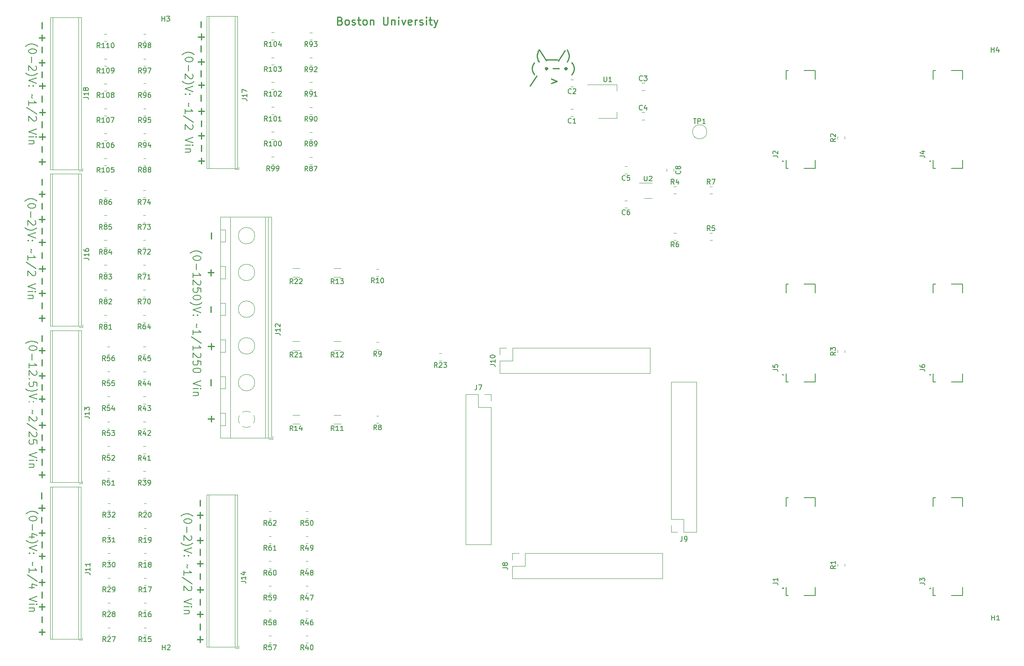
<source format=gbr>
%TF.GenerationSoftware,KiCad,Pcbnew,(6.0.11-0)*%
%TF.CreationDate,2023-06-11T17:05:38-04:00*%
%TF.ProjectId,Mux64,4d757836-342e-46b6-9963-61645f706362,rev?*%
%TF.SameCoordinates,Original*%
%TF.FileFunction,Legend,Top*%
%TF.FilePolarity,Positive*%
%FSLAX46Y46*%
G04 Gerber Fmt 4.6, Leading zero omitted, Abs format (unit mm)*
G04 Created by KiCad (PCBNEW (6.0.11-0)) date 2023-06-11 17:05:38*
%MOMM*%
%LPD*%
G01*
G04 APERTURE LIST*
%ADD10C,0.200000*%
%ADD11C,0.230000*%
%ADD12C,0.150000*%
%ADD13C,0.120000*%
G04 APERTURE END LIST*
D10*
X52976666Y-126887619D02*
X53052857Y-126811428D01*
X53281428Y-126659047D01*
X53433809Y-126582857D01*
X53662380Y-126506666D01*
X54043333Y-126430476D01*
X54348095Y-126430476D01*
X54729047Y-126506666D01*
X54957619Y-126582857D01*
X55110000Y-126659047D01*
X55338571Y-126811428D01*
X55414761Y-126887619D01*
X55186190Y-127801904D02*
X55186190Y-127954285D01*
X55110000Y-128106666D01*
X55033809Y-128182857D01*
X54881428Y-128259047D01*
X54576666Y-128335238D01*
X54195714Y-128335238D01*
X53890952Y-128259047D01*
X53738571Y-128182857D01*
X53662380Y-128106666D01*
X53586190Y-127954285D01*
X53586190Y-127801904D01*
X53662380Y-127649523D01*
X53738571Y-127573333D01*
X53890952Y-127497142D01*
X54195714Y-127420952D01*
X54576666Y-127420952D01*
X54881428Y-127497142D01*
X55033809Y-127573333D01*
X55110000Y-127649523D01*
X55186190Y-127801904D01*
X54195714Y-129020952D02*
X54195714Y-130240000D01*
X54652857Y-131687619D02*
X53586190Y-131687619D01*
X55262380Y-131306666D02*
X54119523Y-130925714D01*
X54119523Y-131916190D01*
X52976666Y-132373333D02*
X53052857Y-132449523D01*
X53281428Y-132601904D01*
X53433809Y-132678095D01*
X53662380Y-132754285D01*
X54043333Y-132830476D01*
X54348095Y-132830476D01*
X54729047Y-132754285D01*
X54957619Y-132678095D01*
X55110000Y-132601904D01*
X55338571Y-132449523D01*
X55414761Y-132373333D01*
X55186190Y-133363809D02*
X53586190Y-133897142D01*
X55186190Y-134430476D01*
X53738571Y-134963809D02*
X53662380Y-135040000D01*
X53586190Y-134963809D01*
X53662380Y-134887619D01*
X53738571Y-134963809D01*
X53586190Y-134963809D01*
X54576666Y-134963809D02*
X54500476Y-135040000D01*
X54424285Y-134963809D01*
X54500476Y-134887619D01*
X54576666Y-134963809D01*
X54424285Y-134963809D01*
X54195714Y-136716190D02*
X54271904Y-136792380D01*
X54348095Y-136944761D01*
X54195714Y-137249523D01*
X54271904Y-137401904D01*
X54348095Y-137478095D01*
X53586190Y-138925714D02*
X53586190Y-138011428D01*
X53586190Y-138468571D02*
X55186190Y-138468571D01*
X54957619Y-138316190D01*
X54805238Y-138163809D01*
X54729047Y-138011428D01*
X55262380Y-140754285D02*
X53205238Y-139382857D01*
X54652857Y-141973333D02*
X53586190Y-141973333D01*
X55262380Y-141592380D02*
X54119523Y-141211428D01*
X54119523Y-142201904D01*
X55186190Y-143801904D02*
X53586190Y-144335238D01*
X55186190Y-144868571D01*
X53586190Y-145401904D02*
X54652857Y-145401904D01*
X55186190Y-145401904D02*
X55110000Y-145325714D01*
X55033809Y-145401904D01*
X55110000Y-145478095D01*
X55186190Y-145401904D01*
X55033809Y-145401904D01*
X54652857Y-146163809D02*
X53586190Y-146163809D01*
X54500476Y-146163809D02*
X54576666Y-146240000D01*
X54652857Y-146392380D01*
X54652857Y-146620952D01*
X54576666Y-146773333D01*
X54424285Y-146849523D01*
X53586190Y-146849523D01*
X84536666Y-127387619D02*
X84612857Y-127311428D01*
X84841428Y-127159047D01*
X84993809Y-127082857D01*
X85222380Y-127006666D01*
X85603333Y-126930476D01*
X85908095Y-126930476D01*
X86289047Y-127006666D01*
X86517619Y-127082857D01*
X86670000Y-127159047D01*
X86898571Y-127311428D01*
X86974761Y-127387619D01*
X86746190Y-128301904D02*
X86746190Y-128454285D01*
X86670000Y-128606666D01*
X86593809Y-128682857D01*
X86441428Y-128759047D01*
X86136666Y-128835238D01*
X85755714Y-128835238D01*
X85450952Y-128759047D01*
X85298571Y-128682857D01*
X85222380Y-128606666D01*
X85146190Y-128454285D01*
X85146190Y-128301904D01*
X85222380Y-128149523D01*
X85298571Y-128073333D01*
X85450952Y-127997142D01*
X85755714Y-127920952D01*
X86136666Y-127920952D01*
X86441428Y-127997142D01*
X86593809Y-128073333D01*
X86670000Y-128149523D01*
X86746190Y-128301904D01*
X85755714Y-129520952D02*
X85755714Y-130740000D01*
X86593809Y-131425714D02*
X86670000Y-131501904D01*
X86746190Y-131654285D01*
X86746190Y-132035238D01*
X86670000Y-132187619D01*
X86593809Y-132263809D01*
X86441428Y-132340000D01*
X86289047Y-132340000D01*
X86060476Y-132263809D01*
X85146190Y-131349523D01*
X85146190Y-132340000D01*
X84536666Y-132873333D02*
X84612857Y-132949523D01*
X84841428Y-133101904D01*
X84993809Y-133178095D01*
X85222380Y-133254285D01*
X85603333Y-133330476D01*
X85908095Y-133330476D01*
X86289047Y-133254285D01*
X86517619Y-133178095D01*
X86670000Y-133101904D01*
X86898571Y-132949523D01*
X86974761Y-132873333D01*
X86746190Y-133863809D02*
X85146190Y-134397142D01*
X86746190Y-134930476D01*
X85298571Y-135463809D02*
X85222380Y-135540000D01*
X85146190Y-135463809D01*
X85222380Y-135387619D01*
X85298571Y-135463809D01*
X85146190Y-135463809D01*
X86136666Y-135463809D02*
X86060476Y-135540000D01*
X85984285Y-135463809D01*
X86060476Y-135387619D01*
X86136666Y-135463809D01*
X85984285Y-135463809D01*
X85755714Y-137216190D02*
X85831904Y-137292380D01*
X85908095Y-137444761D01*
X85755714Y-137749523D01*
X85831904Y-137901904D01*
X85908095Y-137978095D01*
X85146190Y-139425714D02*
X85146190Y-138511428D01*
X85146190Y-138968571D02*
X86746190Y-138968571D01*
X86517619Y-138816190D01*
X86365238Y-138663809D01*
X86289047Y-138511428D01*
X86822380Y-141254285D02*
X84765238Y-139882857D01*
X86593809Y-141711428D02*
X86670000Y-141787619D01*
X86746190Y-141940000D01*
X86746190Y-142320952D01*
X86670000Y-142473333D01*
X86593809Y-142549523D01*
X86441428Y-142625714D01*
X86289047Y-142625714D01*
X86060476Y-142549523D01*
X85146190Y-141635238D01*
X85146190Y-142625714D01*
X86746190Y-144301904D02*
X85146190Y-144835238D01*
X86746190Y-145368571D01*
X85146190Y-145901904D02*
X86212857Y-145901904D01*
X86746190Y-145901904D02*
X86670000Y-145825714D01*
X86593809Y-145901904D01*
X86670000Y-145978095D01*
X86746190Y-145901904D01*
X86593809Y-145901904D01*
X86212857Y-146663809D02*
X85146190Y-146663809D01*
X86060476Y-146663809D02*
X86136666Y-146740000D01*
X86212857Y-146892380D01*
X86212857Y-147120952D01*
X86136666Y-147273333D01*
X85984285Y-147349523D01*
X85146190Y-147349523D01*
D11*
X56195714Y-29100476D02*
X56195714Y-30319523D01*
X55586190Y-29710000D02*
X56805238Y-29710000D01*
X56135714Y-137620476D02*
X56135714Y-138839523D01*
X56155714Y-142850476D02*
X56155714Y-144069523D01*
X56145714Y-90500476D02*
X56145714Y-91719523D01*
X56145714Y-95440476D02*
X56145714Y-96659523D01*
X56155714Y-147880476D02*
X56155714Y-149099523D01*
X56205714Y-34230476D02*
X56205714Y-35449523D01*
X55596190Y-34840000D02*
X56815238Y-34840000D01*
X56155714Y-100510476D02*
X56155714Y-101729523D01*
X116990000Y-26275714D02*
X117218571Y-26351904D01*
X117294761Y-26428095D01*
X117370952Y-26580476D01*
X117370952Y-26809047D01*
X117294761Y-26961428D01*
X117218571Y-27037619D01*
X117066190Y-27113809D01*
X116456666Y-27113809D01*
X116456666Y-25513809D01*
X116990000Y-25513809D01*
X117142380Y-25590000D01*
X117218571Y-25666190D01*
X117294761Y-25818571D01*
X117294761Y-25970952D01*
X117218571Y-26123333D01*
X117142380Y-26199523D01*
X116990000Y-26275714D01*
X116456666Y-26275714D01*
X118285238Y-27113809D02*
X118132857Y-27037619D01*
X118056666Y-26961428D01*
X117980476Y-26809047D01*
X117980476Y-26351904D01*
X118056666Y-26199523D01*
X118132857Y-26123333D01*
X118285238Y-26047142D01*
X118513809Y-26047142D01*
X118666190Y-26123333D01*
X118742380Y-26199523D01*
X118818571Y-26351904D01*
X118818571Y-26809047D01*
X118742380Y-26961428D01*
X118666190Y-27037619D01*
X118513809Y-27113809D01*
X118285238Y-27113809D01*
X119428095Y-27037619D02*
X119580476Y-27113809D01*
X119885238Y-27113809D01*
X120037619Y-27037619D01*
X120113809Y-26885238D01*
X120113809Y-26809047D01*
X120037619Y-26656666D01*
X119885238Y-26580476D01*
X119656666Y-26580476D01*
X119504285Y-26504285D01*
X119428095Y-26351904D01*
X119428095Y-26275714D01*
X119504285Y-26123333D01*
X119656666Y-26047142D01*
X119885238Y-26047142D01*
X120037619Y-26123333D01*
X120570952Y-26047142D02*
X121180476Y-26047142D01*
X120799523Y-25513809D02*
X120799523Y-26885238D01*
X120875714Y-27037619D01*
X121028095Y-27113809D01*
X121180476Y-27113809D01*
X121942380Y-27113809D02*
X121790000Y-27037619D01*
X121713809Y-26961428D01*
X121637619Y-26809047D01*
X121637619Y-26351904D01*
X121713809Y-26199523D01*
X121790000Y-26123333D01*
X121942380Y-26047142D01*
X122170952Y-26047142D01*
X122323333Y-26123333D01*
X122399523Y-26199523D01*
X122475714Y-26351904D01*
X122475714Y-26809047D01*
X122399523Y-26961428D01*
X122323333Y-27037619D01*
X122170952Y-27113809D01*
X121942380Y-27113809D01*
X123161428Y-26047142D02*
X123161428Y-27113809D01*
X123161428Y-26199523D02*
X123237619Y-26123333D01*
X123390000Y-26047142D01*
X123618571Y-26047142D01*
X123770952Y-26123333D01*
X123847142Y-26275714D01*
X123847142Y-27113809D01*
X125828095Y-25513809D02*
X125828095Y-26809047D01*
X125904285Y-26961428D01*
X125980476Y-27037619D01*
X126132857Y-27113809D01*
X126437619Y-27113809D01*
X126590000Y-27037619D01*
X126666190Y-26961428D01*
X126742380Y-26809047D01*
X126742380Y-25513809D01*
X127504285Y-26047142D02*
X127504285Y-27113809D01*
X127504285Y-26199523D02*
X127580476Y-26123333D01*
X127732857Y-26047142D01*
X127961428Y-26047142D01*
X128113809Y-26123333D01*
X128190000Y-26275714D01*
X128190000Y-27113809D01*
X128951904Y-27113809D02*
X128951904Y-26047142D01*
X128951904Y-25513809D02*
X128875714Y-25590000D01*
X128951904Y-25666190D01*
X129028095Y-25590000D01*
X128951904Y-25513809D01*
X128951904Y-25666190D01*
X129561428Y-26047142D02*
X129942380Y-27113809D01*
X130323333Y-26047142D01*
X131542380Y-27037619D02*
X131390000Y-27113809D01*
X131085238Y-27113809D01*
X130932857Y-27037619D01*
X130856666Y-26885238D01*
X130856666Y-26275714D01*
X130932857Y-26123333D01*
X131085238Y-26047142D01*
X131390000Y-26047142D01*
X131542380Y-26123333D01*
X131618571Y-26275714D01*
X131618571Y-26428095D01*
X130856666Y-26580476D01*
X132304285Y-27113809D02*
X132304285Y-26047142D01*
X132304285Y-26351904D02*
X132380476Y-26199523D01*
X132456666Y-26123333D01*
X132609047Y-26047142D01*
X132761428Y-26047142D01*
X133218571Y-27037619D02*
X133370952Y-27113809D01*
X133675714Y-27113809D01*
X133828095Y-27037619D01*
X133904285Y-26885238D01*
X133904285Y-26809047D01*
X133828095Y-26656666D01*
X133675714Y-26580476D01*
X133447142Y-26580476D01*
X133294761Y-26504285D01*
X133218571Y-26351904D01*
X133218571Y-26275714D01*
X133294761Y-26123333D01*
X133447142Y-26047142D01*
X133675714Y-26047142D01*
X133828095Y-26123333D01*
X134590000Y-27113809D02*
X134590000Y-26047142D01*
X134590000Y-25513809D02*
X134513809Y-25590000D01*
X134590000Y-25666190D01*
X134666190Y-25590000D01*
X134590000Y-25513809D01*
X134590000Y-25666190D01*
X135123333Y-26047142D02*
X135732857Y-26047142D01*
X135351904Y-25513809D02*
X135351904Y-26885238D01*
X135428095Y-27037619D01*
X135580476Y-27113809D01*
X135732857Y-27113809D01*
X136113809Y-26047142D02*
X136494761Y-27113809D01*
X136875714Y-26047142D02*
X136494761Y-27113809D01*
X136342380Y-27494761D01*
X136266190Y-27570952D01*
X136113809Y-27647142D01*
X88635714Y-31370476D02*
X88635714Y-32589523D01*
D10*
X52856666Y-31467619D02*
X52932857Y-31391428D01*
X53161428Y-31239047D01*
X53313809Y-31162857D01*
X53542380Y-31086666D01*
X53923333Y-31010476D01*
X54228095Y-31010476D01*
X54609047Y-31086666D01*
X54837619Y-31162857D01*
X54990000Y-31239047D01*
X55218571Y-31391428D01*
X55294761Y-31467619D01*
X55066190Y-32381904D02*
X55066190Y-32534285D01*
X54990000Y-32686666D01*
X54913809Y-32762857D01*
X54761428Y-32839047D01*
X54456666Y-32915238D01*
X54075714Y-32915238D01*
X53770952Y-32839047D01*
X53618571Y-32762857D01*
X53542380Y-32686666D01*
X53466190Y-32534285D01*
X53466190Y-32381904D01*
X53542380Y-32229523D01*
X53618571Y-32153333D01*
X53770952Y-32077142D01*
X54075714Y-32000952D01*
X54456666Y-32000952D01*
X54761428Y-32077142D01*
X54913809Y-32153333D01*
X54990000Y-32229523D01*
X55066190Y-32381904D01*
X54075714Y-33600952D02*
X54075714Y-34820000D01*
X54913809Y-35505714D02*
X54990000Y-35581904D01*
X55066190Y-35734285D01*
X55066190Y-36115238D01*
X54990000Y-36267619D01*
X54913809Y-36343809D01*
X54761428Y-36420000D01*
X54609047Y-36420000D01*
X54380476Y-36343809D01*
X53466190Y-35429523D01*
X53466190Y-36420000D01*
X52856666Y-36953333D02*
X52932857Y-37029523D01*
X53161428Y-37181904D01*
X53313809Y-37258095D01*
X53542380Y-37334285D01*
X53923333Y-37410476D01*
X54228095Y-37410476D01*
X54609047Y-37334285D01*
X54837619Y-37258095D01*
X54990000Y-37181904D01*
X55218571Y-37029523D01*
X55294761Y-36953333D01*
X55066190Y-37943809D02*
X53466190Y-38477142D01*
X55066190Y-39010476D01*
X53618571Y-39543809D02*
X53542380Y-39619999D01*
X53466190Y-39543809D01*
X53542380Y-39467619D01*
X53618571Y-39543809D01*
X53466190Y-39543809D01*
X54456666Y-39543809D02*
X54380476Y-39619999D01*
X54304285Y-39543809D01*
X54380476Y-39467619D01*
X54456666Y-39543809D01*
X54304285Y-39543809D01*
X54075714Y-41296190D02*
X54151904Y-41372380D01*
X54228095Y-41524761D01*
X54075714Y-41829523D01*
X54151904Y-41981904D01*
X54228095Y-42058095D01*
X53466190Y-43505714D02*
X53466190Y-42591428D01*
X53466190Y-43048571D02*
X55066190Y-43048571D01*
X54837619Y-42896190D01*
X54685238Y-42743809D01*
X54609047Y-42591428D01*
X55142380Y-45334285D02*
X53085238Y-43962857D01*
X54913809Y-45791428D02*
X54990000Y-45867619D01*
X55066190Y-46019999D01*
X55066190Y-46400952D01*
X54990000Y-46553333D01*
X54913809Y-46629523D01*
X54761428Y-46705714D01*
X54609047Y-46705714D01*
X54380476Y-46629523D01*
X53466190Y-45715238D01*
X53466190Y-46705714D01*
X55066190Y-48381904D02*
X53466190Y-48915238D01*
X55066190Y-49448571D01*
X53466190Y-49981904D02*
X54532857Y-49981904D01*
X55066190Y-49981904D02*
X54990000Y-49905714D01*
X54913809Y-49981904D01*
X54990000Y-50058095D01*
X55066190Y-49981904D01*
X54913809Y-49981904D01*
X54532857Y-50743809D02*
X53466190Y-50743809D01*
X54380476Y-50743809D02*
X54456666Y-50819999D01*
X54532857Y-50972380D01*
X54532857Y-51200952D01*
X54456666Y-51353333D01*
X54304285Y-51429523D01*
X53466190Y-51429523D01*
D11*
X56215714Y-81260476D02*
X56215714Y-82479523D01*
X55606190Y-81870000D02*
X56825238Y-81870000D01*
X56175714Y-83820476D02*
X56175714Y-85039523D01*
X88405714Y-124120476D02*
X88405714Y-125339523D01*
X88655714Y-46660476D02*
X88655714Y-47879523D01*
X88675714Y-54250476D02*
X88675714Y-55469523D01*
X88066190Y-54860000D02*
X89285238Y-54860000D01*
X56215714Y-108200476D02*
X56215714Y-109419523D01*
X55606190Y-108810000D02*
X56825238Y-108810000D01*
X56135714Y-122620476D02*
X56135714Y-123839523D01*
X90685714Y-106940476D02*
X90685714Y-108159523D01*
X90076190Y-107550000D02*
X91295238Y-107550000D01*
X56175714Y-78790476D02*
X56175714Y-80009523D01*
X56165714Y-68570476D02*
X56165714Y-69789523D01*
X88695714Y-49130476D02*
X88695714Y-50349523D01*
X88086190Y-49740000D02*
X89305238Y-49740000D01*
X56225714Y-76260476D02*
X56225714Y-77479523D01*
X55616190Y-76870000D02*
X56835238Y-76870000D01*
X56215714Y-54440476D02*
X56215714Y-55659523D01*
X55606190Y-55050000D02*
X56825238Y-55050000D01*
X88405714Y-129060476D02*
X88405714Y-130279523D01*
X88425714Y-126600476D02*
X88425714Y-127819523D01*
X87816190Y-127210000D02*
X89035238Y-127210000D01*
X88655714Y-51690476D02*
X88655714Y-52909523D01*
X56195714Y-51880476D02*
X56195714Y-53099523D01*
D10*
X84816666Y-33157619D02*
X84892857Y-33081428D01*
X85121428Y-32929047D01*
X85273809Y-32852857D01*
X85502380Y-32776666D01*
X85883333Y-32700476D01*
X86188095Y-32700476D01*
X86569047Y-32776666D01*
X86797619Y-32852857D01*
X86950000Y-32929047D01*
X87178571Y-33081428D01*
X87254761Y-33157619D01*
X87026190Y-34071904D02*
X87026190Y-34224285D01*
X86950000Y-34376666D01*
X86873809Y-34452857D01*
X86721428Y-34529047D01*
X86416666Y-34605238D01*
X86035714Y-34605238D01*
X85730952Y-34529047D01*
X85578571Y-34452857D01*
X85502380Y-34376666D01*
X85426190Y-34224285D01*
X85426190Y-34071904D01*
X85502380Y-33919523D01*
X85578571Y-33843333D01*
X85730952Y-33767142D01*
X86035714Y-33690952D01*
X86416666Y-33690952D01*
X86721428Y-33767142D01*
X86873809Y-33843333D01*
X86950000Y-33919523D01*
X87026190Y-34071904D01*
X86035714Y-35290952D02*
X86035714Y-36510000D01*
X86873809Y-37195714D02*
X86950000Y-37271904D01*
X87026190Y-37424285D01*
X87026190Y-37805238D01*
X86950000Y-37957619D01*
X86873809Y-38033809D01*
X86721428Y-38110000D01*
X86569047Y-38110000D01*
X86340476Y-38033809D01*
X85426190Y-37119523D01*
X85426190Y-38110000D01*
X84816666Y-38643333D02*
X84892857Y-38719523D01*
X85121428Y-38871904D01*
X85273809Y-38948095D01*
X85502380Y-39024285D01*
X85883333Y-39100476D01*
X86188095Y-39100476D01*
X86569047Y-39024285D01*
X86797619Y-38948095D01*
X86950000Y-38871904D01*
X87178571Y-38719523D01*
X87254761Y-38643333D01*
X87026190Y-39633809D02*
X85426190Y-40167142D01*
X87026190Y-40700476D01*
X85578571Y-41233809D02*
X85502380Y-41310000D01*
X85426190Y-41233809D01*
X85502380Y-41157619D01*
X85578571Y-41233809D01*
X85426190Y-41233809D01*
X86416666Y-41233809D02*
X86340476Y-41310000D01*
X86264285Y-41233809D01*
X86340476Y-41157619D01*
X86416666Y-41233809D01*
X86264285Y-41233809D01*
X86035714Y-42986190D02*
X86111904Y-43062380D01*
X86188095Y-43214761D01*
X86035714Y-43519523D01*
X86111904Y-43671904D01*
X86188095Y-43748095D01*
X85426190Y-45195714D02*
X85426190Y-44281428D01*
X85426190Y-44738571D02*
X87026190Y-44738571D01*
X86797619Y-44586190D01*
X86645238Y-44433809D01*
X86569047Y-44281428D01*
X87102380Y-47024285D02*
X85045238Y-45652857D01*
X86873809Y-47481428D02*
X86950000Y-47557619D01*
X87026190Y-47710000D01*
X87026190Y-48090952D01*
X86950000Y-48243333D01*
X86873809Y-48319523D01*
X86721428Y-48395714D01*
X86569047Y-48395714D01*
X86340476Y-48319523D01*
X85426190Y-47405238D01*
X85426190Y-48395714D01*
X87026190Y-50071904D02*
X85426190Y-50605238D01*
X87026190Y-51138571D01*
X85426190Y-51671904D02*
X86492857Y-51671904D01*
X87026190Y-51671904D02*
X86950000Y-51595714D01*
X86873809Y-51671904D01*
X86950000Y-51748095D01*
X87026190Y-51671904D01*
X86873809Y-51671904D01*
X86492857Y-52433809D02*
X85426190Y-52433809D01*
X86340476Y-52433809D02*
X86416666Y-52510000D01*
X86492857Y-52662380D01*
X86492857Y-52890952D01*
X86416666Y-53043333D01*
X86264285Y-53119523D01*
X85426190Y-53119523D01*
D11*
X56185714Y-118320476D02*
X56185714Y-119539523D01*
X55576190Y-118930000D02*
X56795238Y-118930000D01*
X56205714Y-113200476D02*
X56205714Y-114419523D01*
X55596190Y-113810000D02*
X56815238Y-113810000D01*
X88475714Y-141820476D02*
X88475714Y-143039523D01*
X87866190Y-142430000D02*
X89085238Y-142430000D01*
X56155714Y-73560476D02*
X56155714Y-74779523D01*
X88635714Y-41430476D02*
X88635714Y-42649523D01*
X90665714Y-77070476D02*
X90665714Y-78289523D01*
X90056190Y-77680000D02*
X91275238Y-77680000D01*
X56175714Y-61040476D02*
X56175714Y-62259523D01*
X55566190Y-61650000D02*
X56785238Y-61650000D01*
X88415714Y-134130476D02*
X88415714Y-135349523D01*
X56215714Y-70890476D02*
X56215714Y-72109523D01*
X55606190Y-71500000D02*
X56825238Y-71500000D01*
X90645714Y-84580476D02*
X90645714Y-85799523D01*
X88465714Y-136450476D02*
X88465714Y-137669523D01*
X87856190Y-137060000D02*
X89075238Y-137060000D01*
X56165714Y-110730476D02*
X56165714Y-111949523D01*
D10*
X52706666Y-63057619D02*
X52782857Y-62981428D01*
X53011428Y-62829047D01*
X53163809Y-62752857D01*
X53392380Y-62676666D01*
X53773333Y-62600476D01*
X54078095Y-62600476D01*
X54459047Y-62676666D01*
X54687619Y-62752857D01*
X54840000Y-62829047D01*
X55068571Y-62981428D01*
X55144761Y-63057619D01*
X54916190Y-63971904D02*
X54916190Y-64124285D01*
X54840000Y-64276666D01*
X54763809Y-64352857D01*
X54611428Y-64429047D01*
X54306666Y-64505238D01*
X53925714Y-64505238D01*
X53620952Y-64429047D01*
X53468571Y-64352857D01*
X53392380Y-64276666D01*
X53316190Y-64124285D01*
X53316190Y-63971904D01*
X53392380Y-63819523D01*
X53468571Y-63743333D01*
X53620952Y-63667142D01*
X53925714Y-63590952D01*
X54306666Y-63590952D01*
X54611428Y-63667142D01*
X54763809Y-63743333D01*
X54840000Y-63819523D01*
X54916190Y-63971904D01*
X53925714Y-65190952D02*
X53925714Y-66410000D01*
X54763809Y-67095714D02*
X54840000Y-67171904D01*
X54916190Y-67324285D01*
X54916190Y-67705238D01*
X54840000Y-67857619D01*
X54763809Y-67933809D01*
X54611428Y-68010000D01*
X54459047Y-68010000D01*
X54230476Y-67933809D01*
X53316190Y-67019523D01*
X53316190Y-68010000D01*
X52706666Y-68543333D02*
X52782857Y-68619523D01*
X53011428Y-68771904D01*
X53163809Y-68848095D01*
X53392380Y-68924285D01*
X53773333Y-69000476D01*
X54078095Y-69000476D01*
X54459047Y-68924285D01*
X54687619Y-68848095D01*
X54840000Y-68771904D01*
X55068571Y-68619523D01*
X55144761Y-68543333D01*
X54916190Y-69533809D02*
X53316190Y-70067142D01*
X54916190Y-70600476D01*
X53468571Y-71133809D02*
X53392380Y-71209999D01*
X53316190Y-71133809D01*
X53392380Y-71057619D01*
X53468571Y-71133809D01*
X53316190Y-71133809D01*
X54306666Y-71133809D02*
X54230476Y-71210000D01*
X54154285Y-71133809D01*
X54230476Y-71057619D01*
X54306666Y-71133809D01*
X54154285Y-71133809D01*
X53925714Y-72886190D02*
X54001904Y-72962380D01*
X54078095Y-73114761D01*
X53925714Y-73419523D01*
X54001904Y-73571904D01*
X54078095Y-73648095D01*
X53316190Y-75095714D02*
X53316190Y-74181428D01*
X53316190Y-74638571D02*
X54916190Y-74638571D01*
X54687619Y-74486190D01*
X54535238Y-74333809D01*
X54459047Y-74181428D01*
X54992380Y-76924285D02*
X52935238Y-75552857D01*
X54763809Y-77381428D02*
X54840000Y-77457619D01*
X54916190Y-77610000D01*
X54916190Y-77990952D01*
X54840000Y-78143333D01*
X54763809Y-78219523D01*
X54611428Y-78295714D01*
X54459047Y-78295714D01*
X54230476Y-78219523D01*
X53316190Y-77305238D01*
X53316190Y-78295714D01*
X54916190Y-79971904D02*
X53316190Y-80505238D01*
X54916190Y-81038571D01*
X53316190Y-81571904D02*
X54382857Y-81571904D01*
X54916190Y-81571904D02*
X54840000Y-81495714D01*
X54763809Y-81571904D01*
X54840000Y-81648095D01*
X54916190Y-81571904D01*
X54763809Y-81571904D01*
X54382857Y-82333809D02*
X53316190Y-82333809D01*
X54230476Y-82333809D02*
X54306666Y-82410000D01*
X54382857Y-82562380D01*
X54382857Y-82790952D01*
X54306666Y-82943333D01*
X54154285Y-83019523D01*
X53316190Y-83019523D01*
D11*
X90685714Y-69560476D02*
X90685714Y-70779523D01*
X88425714Y-144350476D02*
X88425714Y-145569523D01*
X88465714Y-146820476D02*
X88465714Y-148039523D01*
X87856190Y-147430000D02*
X89075238Y-147430000D01*
X88445714Y-151940476D02*
X88445714Y-153159523D01*
X87836190Y-152550000D02*
X89055238Y-152550000D01*
X56175714Y-31560476D02*
X56175714Y-32779523D01*
X56185714Y-36630476D02*
X56185714Y-37849523D01*
X56165714Y-115760476D02*
X56165714Y-116979523D01*
X88635714Y-26430476D02*
X88635714Y-27649523D01*
X88425714Y-149380476D02*
X88425714Y-150599523D01*
X88705714Y-44130476D02*
X88705714Y-45349523D01*
X88096190Y-44740000D02*
X89315238Y-44740000D01*
X56235714Y-49320476D02*
X56235714Y-50539523D01*
X55626190Y-49930000D02*
X56845238Y-49930000D01*
X90625714Y-99530476D02*
X90625714Y-100749523D01*
X56185714Y-66170476D02*
X56185714Y-67389523D01*
X55576190Y-66780000D02*
X56795238Y-66780000D01*
X56175714Y-41620476D02*
X56175714Y-42839523D01*
X56155714Y-63500476D02*
X56155714Y-64719523D01*
X56235714Y-38950476D02*
X56235714Y-40169523D01*
X55626190Y-39560000D02*
X56845238Y-39560000D01*
X56195714Y-46850476D02*
X56195714Y-48069523D01*
D10*
X86426666Y-73706190D02*
X86502857Y-73630000D01*
X86731428Y-73477619D01*
X86883809Y-73401428D01*
X87112380Y-73325238D01*
X87493333Y-73249047D01*
X87798095Y-73249047D01*
X88179047Y-73325238D01*
X88407619Y-73401428D01*
X88560000Y-73477619D01*
X88788571Y-73630000D01*
X88864761Y-73706190D01*
X88636190Y-74620476D02*
X88636190Y-74772857D01*
X88560000Y-74925238D01*
X88483809Y-75001428D01*
X88331428Y-75077619D01*
X88026666Y-75153809D01*
X87645714Y-75153809D01*
X87340952Y-75077619D01*
X87188571Y-75001428D01*
X87112380Y-74925238D01*
X87036190Y-74772857D01*
X87036190Y-74620476D01*
X87112380Y-74468095D01*
X87188571Y-74391904D01*
X87340952Y-74315714D01*
X87645714Y-74239523D01*
X88026666Y-74239523D01*
X88331428Y-74315714D01*
X88483809Y-74391904D01*
X88560000Y-74468095D01*
X88636190Y-74620476D01*
X87645714Y-75839523D02*
X87645714Y-77058571D01*
X87036190Y-78658571D02*
X87036190Y-77744285D01*
X87036190Y-78201428D02*
X88636190Y-78201428D01*
X88407619Y-78049047D01*
X88255238Y-77896666D01*
X88179047Y-77744285D01*
X88483809Y-79268095D02*
X88560000Y-79344285D01*
X88636190Y-79496666D01*
X88636190Y-79877619D01*
X88560000Y-80030000D01*
X88483809Y-80106190D01*
X88331428Y-80182380D01*
X88179047Y-80182380D01*
X87950476Y-80106190D01*
X87036190Y-79191904D01*
X87036190Y-80182380D01*
X88636190Y-81630000D02*
X88636190Y-80868095D01*
X87874285Y-80791904D01*
X87950476Y-80868095D01*
X88026666Y-81020476D01*
X88026666Y-81401428D01*
X87950476Y-81553809D01*
X87874285Y-81630000D01*
X87721904Y-81706190D01*
X87340952Y-81706190D01*
X87188571Y-81630000D01*
X87112380Y-81553809D01*
X87036190Y-81401428D01*
X87036190Y-81020476D01*
X87112380Y-80868095D01*
X87188571Y-80791904D01*
X88636190Y-82696666D02*
X88636190Y-82849047D01*
X88560000Y-83001428D01*
X88483809Y-83077619D01*
X88331428Y-83153809D01*
X88026666Y-83230000D01*
X87645714Y-83230000D01*
X87340952Y-83153809D01*
X87188571Y-83077619D01*
X87112380Y-83001428D01*
X87036190Y-82849047D01*
X87036190Y-82696666D01*
X87112380Y-82544285D01*
X87188571Y-82468095D01*
X87340952Y-82391904D01*
X87645714Y-82315714D01*
X88026666Y-82315714D01*
X88331428Y-82391904D01*
X88483809Y-82468095D01*
X88560000Y-82544285D01*
X88636190Y-82696666D01*
X86426666Y-83763333D02*
X86502857Y-83839523D01*
X86731428Y-83991904D01*
X86883809Y-84068095D01*
X87112380Y-84144285D01*
X87493333Y-84220476D01*
X87798095Y-84220476D01*
X88179047Y-84144285D01*
X88407619Y-84068095D01*
X88560000Y-83991904D01*
X88788571Y-83839523D01*
X88864761Y-83763333D01*
X88636190Y-84753809D02*
X87036190Y-85287142D01*
X88636190Y-85820476D01*
X87188571Y-86353809D02*
X87112380Y-86430000D01*
X87036190Y-86353809D01*
X87112380Y-86277619D01*
X87188571Y-86353809D01*
X87036190Y-86353809D01*
X88026666Y-86353809D02*
X87950476Y-86430000D01*
X87874285Y-86353809D01*
X87950476Y-86277619D01*
X88026666Y-86353809D01*
X87874285Y-86353809D01*
X87645714Y-88106190D02*
X87721904Y-88182380D01*
X87798095Y-88334761D01*
X87645714Y-88639523D01*
X87721904Y-88791904D01*
X87798095Y-88868095D01*
X87036190Y-90315714D02*
X87036190Y-89401428D01*
X87036190Y-89858571D02*
X88636190Y-89858571D01*
X88407619Y-89706190D01*
X88255238Y-89553809D01*
X88179047Y-89401428D01*
X88712380Y-92144285D02*
X86655238Y-90772857D01*
X87036190Y-93515714D02*
X87036190Y-92601428D01*
X87036190Y-93058571D02*
X88636190Y-93058571D01*
X88407619Y-92906190D01*
X88255238Y-92753809D01*
X88179047Y-92601428D01*
X88483809Y-94125238D02*
X88560000Y-94201428D01*
X88636190Y-94353809D01*
X88636190Y-94734761D01*
X88560000Y-94887142D01*
X88483809Y-94963333D01*
X88331428Y-95039523D01*
X88179047Y-95039523D01*
X87950476Y-94963333D01*
X87036190Y-94049047D01*
X87036190Y-95039523D01*
X88636190Y-96487142D02*
X88636190Y-95725238D01*
X87874285Y-95649047D01*
X87950476Y-95725238D01*
X88026666Y-95877619D01*
X88026666Y-96258571D01*
X87950476Y-96410952D01*
X87874285Y-96487142D01*
X87721904Y-96563333D01*
X87340952Y-96563333D01*
X87188571Y-96487142D01*
X87112380Y-96410952D01*
X87036190Y-96258571D01*
X87036190Y-95877619D01*
X87112380Y-95725238D01*
X87188571Y-95649047D01*
X88636190Y-97553809D02*
X88636190Y-97706190D01*
X88560000Y-97858571D01*
X88483809Y-97934761D01*
X88331428Y-98010952D01*
X88026666Y-98087142D01*
X87645714Y-98087142D01*
X87340952Y-98010952D01*
X87188571Y-97934761D01*
X87112380Y-97858571D01*
X87036190Y-97706190D01*
X87036190Y-97553809D01*
X87112380Y-97401428D01*
X87188571Y-97325238D01*
X87340952Y-97249047D01*
X87645714Y-97172857D01*
X88026666Y-97172857D01*
X88331428Y-97249047D01*
X88483809Y-97325238D01*
X88560000Y-97401428D01*
X88636190Y-97553809D01*
X88636190Y-99763333D02*
X87036190Y-100296666D01*
X88636190Y-100830000D01*
X87036190Y-101363333D02*
X88102857Y-101363333D01*
X88636190Y-101363333D02*
X88560000Y-101287142D01*
X88483809Y-101363333D01*
X88560000Y-101439523D01*
X88636190Y-101363333D01*
X88483809Y-101363333D01*
X88102857Y-102125238D02*
X87036190Y-102125238D01*
X87950476Y-102125238D02*
X88026666Y-102201428D01*
X88102857Y-102353809D01*
X88102857Y-102582380D01*
X88026666Y-102734761D01*
X87874285Y-102810952D01*
X87036190Y-102810952D01*
D11*
X88435714Y-131730476D02*
X88435714Y-132949523D01*
X87826190Y-132340000D02*
X89045238Y-132340000D01*
X56175714Y-98110476D02*
X56175714Y-99329523D01*
X55566190Y-98720000D02*
X56785238Y-98720000D01*
X56175714Y-150440476D02*
X56175714Y-151659523D01*
X55566190Y-151050000D02*
X56785238Y-151050000D01*
X88405714Y-139120476D02*
X88405714Y-140339523D01*
X90685714Y-92140476D02*
X90685714Y-93359523D01*
X90076190Y-92750000D02*
X91295238Y-92750000D01*
X88645714Y-36440476D02*
X88645714Y-37659523D01*
X56175714Y-26620476D02*
X56175714Y-27839523D01*
X88665714Y-34040476D02*
X88665714Y-35259523D01*
X88056190Y-34650000D02*
X89275238Y-34650000D01*
X88655714Y-28910476D02*
X88655714Y-30129523D01*
X88046190Y-29520000D02*
X89265238Y-29520000D01*
D10*
X52916666Y-92140952D02*
X52992857Y-92064761D01*
X53221428Y-91912380D01*
X53373809Y-91836190D01*
X53602380Y-91760000D01*
X53983333Y-91683809D01*
X54288095Y-91683809D01*
X54669047Y-91760000D01*
X54897619Y-91836190D01*
X55050000Y-91912380D01*
X55278571Y-92064761D01*
X55354761Y-92140952D01*
X55126190Y-93055238D02*
X55126190Y-93207619D01*
X55050000Y-93360000D01*
X54973809Y-93436190D01*
X54821428Y-93512380D01*
X54516666Y-93588571D01*
X54135714Y-93588571D01*
X53830952Y-93512380D01*
X53678571Y-93436190D01*
X53602380Y-93360000D01*
X53526190Y-93207619D01*
X53526190Y-93055238D01*
X53602380Y-92902857D01*
X53678571Y-92826666D01*
X53830952Y-92750476D01*
X54135714Y-92674285D01*
X54516666Y-92674285D01*
X54821428Y-92750476D01*
X54973809Y-92826666D01*
X55050000Y-92902857D01*
X55126190Y-93055238D01*
X54135714Y-94274285D02*
X54135714Y-95493333D01*
X53526190Y-97093333D02*
X53526190Y-96179047D01*
X53526190Y-96636190D02*
X55126190Y-96636190D01*
X54897619Y-96483809D01*
X54745238Y-96331428D01*
X54669047Y-96179047D01*
X54973809Y-97702857D02*
X55050000Y-97779047D01*
X55126190Y-97931428D01*
X55126190Y-98312380D01*
X55050000Y-98464761D01*
X54973809Y-98540952D01*
X54821428Y-98617142D01*
X54669047Y-98617142D01*
X54440476Y-98540952D01*
X53526190Y-97626666D01*
X53526190Y-98617142D01*
X53678571Y-99302857D02*
X53602380Y-99379047D01*
X53526190Y-99302857D01*
X53602380Y-99226666D01*
X53678571Y-99302857D01*
X53526190Y-99302857D01*
X55126190Y-100826666D02*
X55126190Y-100064761D01*
X54364285Y-99988571D01*
X54440476Y-100064761D01*
X54516666Y-100217142D01*
X54516666Y-100598095D01*
X54440476Y-100750476D01*
X54364285Y-100826666D01*
X54211904Y-100902857D01*
X53830952Y-100902857D01*
X53678571Y-100826666D01*
X53602380Y-100750476D01*
X53526190Y-100598095D01*
X53526190Y-100217142D01*
X53602380Y-100064761D01*
X53678571Y-99988571D01*
X52916666Y-101436190D02*
X52992857Y-101512380D01*
X53221428Y-101664761D01*
X53373809Y-101740952D01*
X53602380Y-101817142D01*
X53983333Y-101893333D01*
X54288095Y-101893333D01*
X54669047Y-101817142D01*
X54897619Y-101740952D01*
X55050000Y-101664761D01*
X55278571Y-101512380D01*
X55354761Y-101436190D01*
X55126190Y-102426666D02*
X53526190Y-102960000D01*
X55126190Y-103493333D01*
X53678571Y-104026666D02*
X53602380Y-104102857D01*
X53526190Y-104026666D01*
X53602380Y-103950476D01*
X53678571Y-104026666D01*
X53526190Y-104026666D01*
X54516666Y-104026666D02*
X54440476Y-104102857D01*
X54364285Y-104026666D01*
X54440476Y-103950476D01*
X54516666Y-104026666D01*
X54364285Y-104026666D01*
X54135714Y-105779047D02*
X54211904Y-105855238D01*
X54288095Y-106007619D01*
X54135714Y-106312380D01*
X54211904Y-106464761D01*
X54288095Y-106540952D01*
X54973809Y-107074285D02*
X55050000Y-107150476D01*
X55126190Y-107302857D01*
X55126190Y-107683809D01*
X55050000Y-107836190D01*
X54973809Y-107912380D01*
X54821428Y-107988571D01*
X54669047Y-107988571D01*
X54440476Y-107912380D01*
X53526190Y-106998095D01*
X53526190Y-107988571D01*
X55202380Y-109817142D02*
X53145238Y-108445714D01*
X54973809Y-110274285D02*
X55050000Y-110350476D01*
X55126190Y-110502857D01*
X55126190Y-110883809D01*
X55050000Y-111036190D01*
X54973809Y-111112380D01*
X54821428Y-111188571D01*
X54669047Y-111188571D01*
X54440476Y-111112380D01*
X53526190Y-110198095D01*
X53526190Y-111188571D01*
X55126190Y-112636190D02*
X55126190Y-111874285D01*
X54364285Y-111798095D01*
X54440476Y-111874285D01*
X54516666Y-112026666D01*
X54516666Y-112407619D01*
X54440476Y-112560000D01*
X54364285Y-112636190D01*
X54211904Y-112712380D01*
X53830952Y-112712380D01*
X53678571Y-112636190D01*
X53602380Y-112560000D01*
X53526190Y-112407619D01*
X53526190Y-112026666D01*
X53602380Y-111874285D01*
X53678571Y-111798095D01*
X55126190Y-114388571D02*
X53526190Y-114921904D01*
X55126190Y-115455238D01*
X53526190Y-115988571D02*
X54592857Y-115988571D01*
X55126190Y-115988571D02*
X55050000Y-115912380D01*
X54973809Y-115988571D01*
X55050000Y-116064761D01*
X55126190Y-115988571D01*
X54973809Y-115988571D01*
X54592857Y-116750476D02*
X53526190Y-116750476D01*
X54440476Y-116750476D02*
X54516666Y-116826666D01*
X54592857Y-116979047D01*
X54592857Y-117207619D01*
X54516666Y-117360000D01*
X54364285Y-117436190D01*
X53526190Y-117436190D01*
D11*
X88695714Y-38760476D02*
X88695714Y-39979523D01*
X88086190Y-39370000D02*
X89305238Y-39370000D01*
X56165714Y-130230476D02*
X56165714Y-131449523D01*
X55556190Y-130840000D02*
X56775238Y-130840000D01*
X56155714Y-58560476D02*
X56155714Y-59779523D01*
X56205714Y-102830476D02*
X56205714Y-104049523D01*
X55596190Y-103440000D02*
X56815238Y-103440000D01*
X56155714Y-125100476D02*
X56155714Y-126319523D01*
X55546190Y-125710000D02*
X56765238Y-125710000D01*
X157628571Y-34657333D02*
X157552380Y-34581142D01*
X157400000Y-34352571D01*
X157323809Y-34200190D01*
X157247619Y-33971619D01*
X157171428Y-33590666D01*
X157171428Y-33285904D01*
X157247619Y-32904952D01*
X157323809Y-32676380D01*
X157400000Y-32524000D01*
X157552380Y-32295428D01*
X157628571Y-32219238D01*
X157704761Y-32295428D02*
X159076190Y-34352571D01*
X158923809Y-34200190D02*
X160142857Y-34200190D01*
X160142857Y-34200190D02*
X161361904Y-34200190D01*
X162885714Y-32371619D02*
X161514285Y-34428761D01*
X163266666Y-34657333D02*
X163342857Y-34581142D01*
X163495238Y-34352571D01*
X163571428Y-34200190D01*
X163647619Y-33971619D01*
X163723809Y-33590666D01*
X163723809Y-33285904D01*
X163647619Y-32904952D01*
X163571428Y-32676380D01*
X163495238Y-32524000D01*
X163342857Y-32295428D01*
X163266666Y-32219238D01*
X156638095Y-37233333D02*
X156561904Y-37157142D01*
X156409523Y-36928571D01*
X156333333Y-36776190D01*
X156257142Y-36547619D01*
X156180952Y-36166666D01*
X156180952Y-35861904D01*
X156257142Y-35480952D01*
X156333333Y-35252380D01*
X156409523Y-35100000D01*
X156561904Y-34871428D01*
X156638095Y-34795238D01*
X158923809Y-35861904D02*
X158923809Y-36166666D01*
X159000000Y-36166666D02*
X159000000Y-35861904D01*
X159076190Y-35785714D02*
X159076190Y-36242857D01*
X159152380Y-36166666D02*
X159152380Y-35861904D01*
X159228571Y-35861904D02*
X159228571Y-36166666D01*
X158923809Y-36090476D02*
X159076190Y-36242857D01*
X159228571Y-36090476D01*
X158923809Y-35938095D02*
X159076190Y-35785714D01*
X159228571Y-35938095D01*
X158923809Y-35861904D02*
X159076190Y-35785714D01*
X159228571Y-35861904D01*
X159304761Y-36014285D01*
X159228571Y-36166666D01*
X159076190Y-36242857D01*
X158923809Y-36166666D01*
X158847619Y-36014285D01*
X158923809Y-35861904D01*
X160447619Y-36014285D02*
X161666666Y-36014285D01*
X162885714Y-35861904D02*
X162885714Y-36166666D01*
X162961904Y-36166666D02*
X162961904Y-35861904D01*
X163038095Y-35785714D02*
X163038095Y-36242857D01*
X163114285Y-36166666D02*
X163114285Y-35861904D01*
X163190476Y-35861904D02*
X163190476Y-36166666D01*
X162885714Y-36090476D02*
X163038095Y-36242857D01*
X163190476Y-36090476D01*
X162885714Y-35938095D02*
X163038095Y-35785714D01*
X163190476Y-35938095D01*
X162885714Y-35861904D02*
X163038095Y-35785714D01*
X163190476Y-35861904D01*
X163266666Y-36014285D01*
X163190476Y-36166666D01*
X163038095Y-36242857D01*
X162885714Y-36166666D01*
X162809523Y-36014285D01*
X162885714Y-35861904D01*
X164257142Y-37233333D02*
X164333333Y-37157142D01*
X164485714Y-36928571D01*
X164561904Y-36776190D01*
X164638095Y-36547619D01*
X164714285Y-36166666D01*
X164714285Y-35861904D01*
X164638095Y-35480952D01*
X164561904Y-35252380D01*
X164485714Y-35100000D01*
X164333333Y-34871428D01*
X164257142Y-34795238D01*
X157095238Y-37523619D02*
X155723809Y-39580761D01*
X160066666Y-38133142D02*
X161285714Y-38590285D01*
X160066666Y-39047428D01*
X56245714Y-44320476D02*
X56245714Y-45539523D01*
X55636190Y-44930000D02*
X56855238Y-44930000D01*
X56165714Y-92980476D02*
X56165714Y-94199523D01*
X55556190Y-93590000D02*
X56775238Y-93590000D01*
X56195714Y-134950476D02*
X56195714Y-136169523D01*
X55586190Y-135560000D02*
X56805238Y-135560000D01*
X56135714Y-127560476D02*
X56135714Y-128779523D01*
X56145714Y-132630476D02*
X56145714Y-133849523D01*
X56195714Y-86380476D02*
X56195714Y-87599523D01*
X55586190Y-86990000D02*
X56805238Y-86990000D01*
X56205714Y-140320476D02*
X56205714Y-141539523D01*
X55596190Y-140930000D02*
X56815238Y-140930000D01*
X56145714Y-105500476D02*
X56145714Y-106719523D01*
X56195714Y-145320476D02*
X56195714Y-146539523D01*
X55586190Y-145930000D02*
X56805238Y-145930000D01*
D12*
%TO.C,R46*%
X109597142Y-149592380D02*
X109263809Y-149116190D01*
X109025714Y-149592380D02*
X109025714Y-148592380D01*
X109406666Y-148592380D01*
X109501904Y-148640000D01*
X109549523Y-148687619D01*
X109597142Y-148782857D01*
X109597142Y-148925714D01*
X109549523Y-149020952D01*
X109501904Y-149068571D01*
X109406666Y-149116190D01*
X109025714Y-149116190D01*
X110454285Y-148925714D02*
X110454285Y-149592380D01*
X110216190Y-148544761D02*
X109978095Y-149259047D01*
X110597142Y-149259047D01*
X111406666Y-148592380D02*
X111216190Y-148592380D01*
X111120952Y-148640000D01*
X111073333Y-148687619D01*
X110978095Y-148830476D01*
X110930476Y-149020952D01*
X110930476Y-149401904D01*
X110978095Y-149497142D01*
X111025714Y-149544761D01*
X111120952Y-149592380D01*
X111311428Y-149592380D01*
X111406666Y-149544761D01*
X111454285Y-149497142D01*
X111501904Y-149401904D01*
X111501904Y-149163809D01*
X111454285Y-149068571D01*
X111406666Y-149020952D01*
X111311428Y-148973333D01*
X111120952Y-148973333D01*
X111025714Y-149020952D01*
X110978095Y-149068571D01*
X110930476Y-149163809D01*
%TO.C,R98*%
X76489642Y-31762380D02*
X76156309Y-31286190D01*
X75918214Y-31762380D02*
X75918214Y-30762380D01*
X76299166Y-30762380D01*
X76394404Y-30810000D01*
X76442023Y-30857619D01*
X76489642Y-30952857D01*
X76489642Y-31095714D01*
X76442023Y-31190952D01*
X76394404Y-31238571D01*
X76299166Y-31286190D01*
X75918214Y-31286190D01*
X76965833Y-31762380D02*
X77156309Y-31762380D01*
X77251547Y-31714761D01*
X77299166Y-31667142D01*
X77394404Y-31524285D01*
X77442023Y-31333809D01*
X77442023Y-30952857D01*
X77394404Y-30857619D01*
X77346785Y-30810000D01*
X77251547Y-30762380D01*
X77061071Y-30762380D01*
X76965833Y-30810000D01*
X76918214Y-30857619D01*
X76870595Y-30952857D01*
X76870595Y-31190952D01*
X76918214Y-31286190D01*
X76965833Y-31333809D01*
X77061071Y-31381428D01*
X77251547Y-31381428D01*
X77346785Y-31333809D01*
X77394404Y-31286190D01*
X77442023Y-31190952D01*
X78013452Y-31190952D02*
X77918214Y-31143333D01*
X77870595Y-31095714D01*
X77822976Y-31000476D01*
X77822976Y-30952857D01*
X77870595Y-30857619D01*
X77918214Y-30810000D01*
X78013452Y-30762380D01*
X78203928Y-30762380D01*
X78299166Y-30810000D01*
X78346785Y-30857619D01*
X78394404Y-30952857D01*
X78394404Y-31000476D01*
X78346785Y-31095714D01*
X78299166Y-31143333D01*
X78203928Y-31190952D01*
X78013452Y-31190952D01*
X77918214Y-31238571D01*
X77870595Y-31286190D01*
X77822976Y-31381428D01*
X77822976Y-31571904D01*
X77870595Y-31667142D01*
X77918214Y-31714761D01*
X78013452Y-31762380D01*
X78203928Y-31762380D01*
X78299166Y-31714761D01*
X78346785Y-31667142D01*
X78394404Y-31571904D01*
X78394404Y-31381428D01*
X78346785Y-31286190D01*
X78299166Y-31238571D01*
X78203928Y-31190952D01*
%TO.C,R39*%
X76447142Y-121045980D02*
X76113809Y-120569790D01*
X75875714Y-121045980D02*
X75875714Y-120045980D01*
X76256666Y-120045980D01*
X76351904Y-120093600D01*
X76399523Y-120141219D01*
X76447142Y-120236457D01*
X76447142Y-120379314D01*
X76399523Y-120474552D01*
X76351904Y-120522171D01*
X76256666Y-120569790D01*
X75875714Y-120569790D01*
X76780476Y-120045980D02*
X77399523Y-120045980D01*
X77066190Y-120426933D01*
X77209047Y-120426933D01*
X77304285Y-120474552D01*
X77351904Y-120522171D01*
X77399523Y-120617409D01*
X77399523Y-120855504D01*
X77351904Y-120950742D01*
X77304285Y-120998361D01*
X77209047Y-121045980D01*
X76923333Y-121045980D01*
X76828095Y-120998361D01*
X76780476Y-120950742D01*
X77875714Y-121045980D02*
X78066190Y-121045980D01*
X78161428Y-120998361D01*
X78209047Y-120950742D01*
X78304285Y-120807885D01*
X78351904Y-120617409D01*
X78351904Y-120236457D01*
X78304285Y-120141219D01*
X78256666Y-120093600D01*
X78161428Y-120045980D01*
X77970952Y-120045980D01*
X77875714Y-120093600D01*
X77828095Y-120141219D01*
X77780476Y-120236457D01*
X77780476Y-120474552D01*
X77828095Y-120569790D01*
X77875714Y-120617409D01*
X77970952Y-120665028D01*
X78161428Y-120665028D01*
X78256666Y-120617409D01*
X78304285Y-120569790D01*
X78351904Y-120474552D01*
%TO.C,J12*%
X103777380Y-90079523D02*
X104491666Y-90079523D01*
X104634523Y-90127142D01*
X104729761Y-90222380D01*
X104777380Y-90365238D01*
X104777380Y-90460476D01*
X104777380Y-89079523D02*
X104777380Y-89650952D01*
X104777380Y-89365238D02*
X103777380Y-89365238D01*
X103920238Y-89460476D01*
X104015476Y-89555714D01*
X104063095Y-89650952D01*
X103872619Y-88698571D02*
X103825000Y-88650952D01*
X103777380Y-88555714D01*
X103777380Y-88317619D01*
X103825000Y-88222380D01*
X103872619Y-88174761D01*
X103967857Y-88127142D01*
X104063095Y-88127142D01*
X104205952Y-88174761D01*
X104777380Y-88746190D01*
X104777380Y-88127142D01*
%TO.C,J7*%
X144866666Y-100592380D02*
X144866666Y-101306666D01*
X144819047Y-101449523D01*
X144723809Y-101544761D01*
X144580952Y-101592380D01*
X144485714Y-101592380D01*
X145247619Y-100592380D02*
X145914285Y-100592380D01*
X145485714Y-101592380D01*
%TO.C,R22*%
X107372142Y-79952380D02*
X107038809Y-79476190D01*
X106800714Y-79952380D02*
X106800714Y-78952380D01*
X107181666Y-78952380D01*
X107276904Y-79000000D01*
X107324523Y-79047619D01*
X107372142Y-79142857D01*
X107372142Y-79285714D01*
X107324523Y-79380952D01*
X107276904Y-79428571D01*
X107181666Y-79476190D01*
X106800714Y-79476190D01*
X107753095Y-79047619D02*
X107800714Y-79000000D01*
X107895952Y-78952380D01*
X108134047Y-78952380D01*
X108229285Y-79000000D01*
X108276904Y-79047619D01*
X108324523Y-79142857D01*
X108324523Y-79238095D01*
X108276904Y-79380952D01*
X107705476Y-79952380D01*
X108324523Y-79952380D01*
X108705476Y-79047619D02*
X108753095Y-79000000D01*
X108848333Y-78952380D01*
X109086428Y-78952380D01*
X109181666Y-79000000D01*
X109229285Y-79047619D01*
X109276904Y-79142857D01*
X109276904Y-79238095D01*
X109229285Y-79380952D01*
X108657857Y-79952380D01*
X109276904Y-79952380D01*
%TO.C,C1*%
X164153333Y-47057142D02*
X164105714Y-47104761D01*
X163962857Y-47152380D01*
X163867619Y-47152380D01*
X163724761Y-47104761D01*
X163629523Y-47009523D01*
X163581904Y-46914285D01*
X163534285Y-46723809D01*
X163534285Y-46580952D01*
X163581904Y-46390476D01*
X163629523Y-46295238D01*
X163724761Y-46200000D01*
X163867619Y-46152380D01*
X163962857Y-46152380D01*
X164105714Y-46200000D01*
X164153333Y-46247619D01*
X165105714Y-47152380D02*
X164534285Y-47152380D01*
X164820000Y-47152380D02*
X164820000Y-46152380D01*
X164724761Y-46295238D01*
X164629523Y-46390476D01*
X164534285Y-46438095D01*
%TO.C,R108*%
X68020952Y-41922380D02*
X67687619Y-41446190D01*
X67449523Y-41922380D02*
X67449523Y-40922380D01*
X67830476Y-40922380D01*
X67925714Y-40970000D01*
X67973333Y-41017619D01*
X68020952Y-41112857D01*
X68020952Y-41255714D01*
X67973333Y-41350952D01*
X67925714Y-41398571D01*
X67830476Y-41446190D01*
X67449523Y-41446190D01*
X68973333Y-41922380D02*
X68401904Y-41922380D01*
X68687619Y-41922380D02*
X68687619Y-40922380D01*
X68592380Y-41065238D01*
X68497142Y-41160476D01*
X68401904Y-41208095D01*
X69592380Y-40922380D02*
X69687619Y-40922380D01*
X69782857Y-40970000D01*
X69830476Y-41017619D01*
X69878095Y-41112857D01*
X69925714Y-41303333D01*
X69925714Y-41541428D01*
X69878095Y-41731904D01*
X69830476Y-41827142D01*
X69782857Y-41874761D01*
X69687619Y-41922380D01*
X69592380Y-41922380D01*
X69497142Y-41874761D01*
X69449523Y-41827142D01*
X69401904Y-41731904D01*
X69354285Y-41541428D01*
X69354285Y-41303333D01*
X69401904Y-41112857D01*
X69449523Y-41017619D01*
X69497142Y-40970000D01*
X69592380Y-40922380D01*
X70497142Y-41350952D02*
X70401904Y-41303333D01*
X70354285Y-41255714D01*
X70306666Y-41160476D01*
X70306666Y-41112857D01*
X70354285Y-41017619D01*
X70401904Y-40970000D01*
X70497142Y-40922380D01*
X70687619Y-40922380D01*
X70782857Y-40970000D01*
X70830476Y-41017619D01*
X70878095Y-41112857D01*
X70878095Y-41160476D01*
X70830476Y-41255714D01*
X70782857Y-41303333D01*
X70687619Y-41350952D01*
X70497142Y-41350952D01*
X70401904Y-41398571D01*
X70354285Y-41446190D01*
X70306666Y-41541428D01*
X70306666Y-41731904D01*
X70354285Y-41827142D01*
X70401904Y-41874761D01*
X70497142Y-41922380D01*
X70687619Y-41922380D01*
X70782857Y-41874761D01*
X70830476Y-41827142D01*
X70878095Y-41731904D01*
X70878095Y-41541428D01*
X70830476Y-41446190D01*
X70782857Y-41398571D01*
X70687619Y-41350952D01*
%TO.C,U2*%
X179048095Y-57972380D02*
X179048095Y-58781904D01*
X179095714Y-58877142D01*
X179143333Y-58924761D01*
X179238571Y-58972380D01*
X179429047Y-58972380D01*
X179524285Y-58924761D01*
X179571904Y-58877142D01*
X179619523Y-58781904D01*
X179619523Y-57972380D01*
X180048095Y-58067619D02*
X180095714Y-58020000D01*
X180190952Y-57972380D01*
X180429047Y-57972380D01*
X180524285Y-58020000D01*
X180571904Y-58067619D01*
X180619523Y-58162857D01*
X180619523Y-58258095D01*
X180571904Y-58400952D01*
X180000476Y-58972380D01*
X180619523Y-58972380D01*
%TO.C,R2*%
X218032380Y-50306666D02*
X217556190Y-50640000D01*
X218032380Y-50878095D02*
X217032380Y-50878095D01*
X217032380Y-50497142D01*
X217080000Y-50401904D01*
X217127619Y-50354285D01*
X217222857Y-50306666D01*
X217365714Y-50306666D01*
X217460952Y-50354285D01*
X217508571Y-50401904D01*
X217556190Y-50497142D01*
X217556190Y-50878095D01*
X217127619Y-49925714D02*
X217080000Y-49878095D01*
X217032380Y-49782857D01*
X217032380Y-49544761D01*
X217080000Y-49449523D01*
X217127619Y-49401904D01*
X217222857Y-49354285D01*
X217318095Y-49354285D01*
X217460952Y-49401904D01*
X218032380Y-49973333D01*
X218032380Y-49354285D01*
%TO.C,R97*%
X76489642Y-36882380D02*
X76156309Y-36406190D01*
X75918214Y-36882380D02*
X75918214Y-35882380D01*
X76299166Y-35882380D01*
X76394404Y-35930000D01*
X76442023Y-35977619D01*
X76489642Y-36072857D01*
X76489642Y-36215714D01*
X76442023Y-36310952D01*
X76394404Y-36358571D01*
X76299166Y-36406190D01*
X75918214Y-36406190D01*
X76965833Y-36882380D02*
X77156309Y-36882380D01*
X77251547Y-36834761D01*
X77299166Y-36787142D01*
X77394404Y-36644285D01*
X77442023Y-36453809D01*
X77442023Y-36072857D01*
X77394404Y-35977619D01*
X77346785Y-35930000D01*
X77251547Y-35882380D01*
X77061071Y-35882380D01*
X76965833Y-35930000D01*
X76918214Y-35977619D01*
X76870595Y-36072857D01*
X76870595Y-36310952D01*
X76918214Y-36406190D01*
X76965833Y-36453809D01*
X77061071Y-36501428D01*
X77251547Y-36501428D01*
X77346785Y-36453809D01*
X77394404Y-36406190D01*
X77442023Y-36310952D01*
X77775357Y-35882380D02*
X78442023Y-35882380D01*
X78013452Y-36882380D01*
%TO.C,R58*%
X102067142Y-149602380D02*
X101733809Y-149126190D01*
X101495714Y-149602380D02*
X101495714Y-148602380D01*
X101876666Y-148602380D01*
X101971904Y-148650000D01*
X102019523Y-148697619D01*
X102067142Y-148792857D01*
X102067142Y-148935714D01*
X102019523Y-149030952D01*
X101971904Y-149078571D01*
X101876666Y-149126190D01*
X101495714Y-149126190D01*
X102971904Y-148602380D02*
X102495714Y-148602380D01*
X102448095Y-149078571D01*
X102495714Y-149030952D01*
X102590952Y-148983333D01*
X102829047Y-148983333D01*
X102924285Y-149030952D01*
X102971904Y-149078571D01*
X103019523Y-149173809D01*
X103019523Y-149411904D01*
X102971904Y-149507142D01*
X102924285Y-149554761D01*
X102829047Y-149602380D01*
X102590952Y-149602380D01*
X102495714Y-149554761D01*
X102448095Y-149507142D01*
X103590952Y-149030952D02*
X103495714Y-148983333D01*
X103448095Y-148935714D01*
X103400476Y-148840476D01*
X103400476Y-148792857D01*
X103448095Y-148697619D01*
X103495714Y-148650000D01*
X103590952Y-148602380D01*
X103781428Y-148602380D01*
X103876666Y-148650000D01*
X103924285Y-148697619D01*
X103971904Y-148792857D01*
X103971904Y-148840476D01*
X103924285Y-148935714D01*
X103876666Y-148983333D01*
X103781428Y-149030952D01*
X103590952Y-149030952D01*
X103495714Y-149078571D01*
X103448095Y-149126190D01*
X103400476Y-149221428D01*
X103400476Y-149411904D01*
X103448095Y-149507142D01*
X103495714Y-149554761D01*
X103590952Y-149602380D01*
X103781428Y-149602380D01*
X103876666Y-149554761D01*
X103924285Y-149507142D01*
X103971904Y-149411904D01*
X103971904Y-149221428D01*
X103924285Y-149126190D01*
X103876666Y-149078571D01*
X103781428Y-149030952D01*
%TO.C,C3*%
X178653333Y-38397142D02*
X178605714Y-38444761D01*
X178462857Y-38492380D01*
X178367619Y-38492380D01*
X178224761Y-38444761D01*
X178129523Y-38349523D01*
X178081904Y-38254285D01*
X178034285Y-38063809D01*
X178034285Y-37920952D01*
X178081904Y-37730476D01*
X178129523Y-37635238D01*
X178224761Y-37540000D01*
X178367619Y-37492380D01*
X178462857Y-37492380D01*
X178605714Y-37540000D01*
X178653333Y-37587619D01*
X178986666Y-37492380D02*
X179605714Y-37492380D01*
X179272380Y-37873333D01*
X179415238Y-37873333D01*
X179510476Y-37920952D01*
X179558095Y-37968571D01*
X179605714Y-38063809D01*
X179605714Y-38301904D01*
X179558095Y-38397142D01*
X179510476Y-38444761D01*
X179415238Y-38492380D01*
X179129523Y-38492380D01*
X179034285Y-38444761D01*
X178986666Y-38397142D01*
%TO.C,R84*%
X68497142Y-73922380D02*
X68163809Y-73446190D01*
X67925714Y-73922380D02*
X67925714Y-72922380D01*
X68306666Y-72922380D01*
X68401904Y-72970000D01*
X68449523Y-73017619D01*
X68497142Y-73112857D01*
X68497142Y-73255714D01*
X68449523Y-73350952D01*
X68401904Y-73398571D01*
X68306666Y-73446190D01*
X67925714Y-73446190D01*
X69068571Y-73350952D02*
X68973333Y-73303333D01*
X68925714Y-73255714D01*
X68878095Y-73160476D01*
X68878095Y-73112857D01*
X68925714Y-73017619D01*
X68973333Y-72970000D01*
X69068571Y-72922380D01*
X69259047Y-72922380D01*
X69354285Y-72970000D01*
X69401904Y-73017619D01*
X69449523Y-73112857D01*
X69449523Y-73160476D01*
X69401904Y-73255714D01*
X69354285Y-73303333D01*
X69259047Y-73350952D01*
X69068571Y-73350952D01*
X68973333Y-73398571D01*
X68925714Y-73446190D01*
X68878095Y-73541428D01*
X68878095Y-73731904D01*
X68925714Y-73827142D01*
X68973333Y-73874761D01*
X69068571Y-73922380D01*
X69259047Y-73922380D01*
X69354285Y-73874761D01*
X69401904Y-73827142D01*
X69449523Y-73731904D01*
X69449523Y-73541428D01*
X69401904Y-73446190D01*
X69354285Y-73398571D01*
X69259047Y-73350952D01*
X70306666Y-73255714D02*
X70306666Y-73922380D01*
X70068571Y-72874761D02*
X69830476Y-73589047D01*
X70449523Y-73589047D01*
%TO.C,R109*%
X68020952Y-36892380D02*
X67687619Y-36416190D01*
X67449523Y-36892380D02*
X67449523Y-35892380D01*
X67830476Y-35892380D01*
X67925714Y-35940000D01*
X67973333Y-35987619D01*
X68020952Y-36082857D01*
X68020952Y-36225714D01*
X67973333Y-36320952D01*
X67925714Y-36368571D01*
X67830476Y-36416190D01*
X67449523Y-36416190D01*
X68973333Y-36892380D02*
X68401904Y-36892380D01*
X68687619Y-36892380D02*
X68687619Y-35892380D01*
X68592380Y-36035238D01*
X68497142Y-36130476D01*
X68401904Y-36178095D01*
X69592380Y-35892380D02*
X69687619Y-35892380D01*
X69782857Y-35940000D01*
X69830476Y-35987619D01*
X69878095Y-36082857D01*
X69925714Y-36273333D01*
X69925714Y-36511428D01*
X69878095Y-36701904D01*
X69830476Y-36797142D01*
X69782857Y-36844761D01*
X69687619Y-36892380D01*
X69592380Y-36892380D01*
X69497142Y-36844761D01*
X69449523Y-36797142D01*
X69401904Y-36701904D01*
X69354285Y-36511428D01*
X69354285Y-36273333D01*
X69401904Y-36082857D01*
X69449523Y-35987619D01*
X69497142Y-35940000D01*
X69592380Y-35892380D01*
X70401904Y-36892380D02*
X70592380Y-36892380D01*
X70687619Y-36844761D01*
X70735238Y-36797142D01*
X70830476Y-36654285D01*
X70878095Y-36463809D01*
X70878095Y-36082857D01*
X70830476Y-35987619D01*
X70782857Y-35940000D01*
X70687619Y-35892380D01*
X70497142Y-35892380D01*
X70401904Y-35940000D01*
X70354285Y-35987619D01*
X70306666Y-36082857D01*
X70306666Y-36320952D01*
X70354285Y-36416190D01*
X70401904Y-36463809D01*
X70497142Y-36511428D01*
X70687619Y-36511428D01*
X70782857Y-36463809D01*
X70830476Y-36416190D01*
X70878095Y-36320952D01*
%TO.C,R82*%
X68497142Y-84072380D02*
X68163809Y-83596190D01*
X67925714Y-84072380D02*
X67925714Y-83072380D01*
X68306666Y-83072380D01*
X68401904Y-83120000D01*
X68449523Y-83167619D01*
X68497142Y-83262857D01*
X68497142Y-83405714D01*
X68449523Y-83500952D01*
X68401904Y-83548571D01*
X68306666Y-83596190D01*
X67925714Y-83596190D01*
X69068571Y-83500952D02*
X68973333Y-83453333D01*
X68925714Y-83405714D01*
X68878095Y-83310476D01*
X68878095Y-83262857D01*
X68925714Y-83167619D01*
X68973333Y-83120000D01*
X69068571Y-83072380D01*
X69259047Y-83072380D01*
X69354285Y-83120000D01*
X69401904Y-83167619D01*
X69449523Y-83262857D01*
X69449523Y-83310476D01*
X69401904Y-83405714D01*
X69354285Y-83453333D01*
X69259047Y-83500952D01*
X69068571Y-83500952D01*
X68973333Y-83548571D01*
X68925714Y-83596190D01*
X68878095Y-83691428D01*
X68878095Y-83881904D01*
X68925714Y-83977142D01*
X68973333Y-84024761D01*
X69068571Y-84072380D01*
X69259047Y-84072380D01*
X69354285Y-84024761D01*
X69401904Y-83977142D01*
X69449523Y-83881904D01*
X69449523Y-83691428D01*
X69401904Y-83596190D01*
X69354285Y-83548571D01*
X69259047Y-83500952D01*
X69830476Y-83167619D02*
X69878095Y-83120000D01*
X69973333Y-83072380D01*
X70211428Y-83072380D01*
X70306666Y-83120000D01*
X70354285Y-83167619D01*
X70401904Y-83262857D01*
X70401904Y-83358095D01*
X70354285Y-83500952D01*
X69782857Y-84072380D01*
X70401904Y-84072380D01*
%TO.C,R29*%
X69197142Y-142845180D02*
X68863809Y-142368990D01*
X68625714Y-142845180D02*
X68625714Y-141845180D01*
X69006666Y-141845180D01*
X69101904Y-141892800D01*
X69149523Y-141940419D01*
X69197142Y-142035657D01*
X69197142Y-142178514D01*
X69149523Y-142273752D01*
X69101904Y-142321371D01*
X69006666Y-142368990D01*
X68625714Y-142368990D01*
X69578095Y-141940419D02*
X69625714Y-141892800D01*
X69720952Y-141845180D01*
X69959047Y-141845180D01*
X70054285Y-141892800D01*
X70101904Y-141940419D01*
X70149523Y-142035657D01*
X70149523Y-142130895D01*
X70101904Y-142273752D01*
X69530476Y-142845180D01*
X70149523Y-142845180D01*
X70625714Y-142845180D02*
X70816190Y-142845180D01*
X70911428Y-142797561D01*
X70959047Y-142749942D01*
X71054285Y-142607085D01*
X71101904Y-142416609D01*
X71101904Y-142035657D01*
X71054285Y-141940419D01*
X71006666Y-141892800D01*
X70911428Y-141845180D01*
X70720952Y-141845180D01*
X70625714Y-141892800D01*
X70578095Y-141940419D01*
X70530476Y-142035657D01*
X70530476Y-142273752D01*
X70578095Y-142368990D01*
X70625714Y-142416609D01*
X70720952Y-142464228D01*
X70911428Y-142464228D01*
X71006666Y-142416609D01*
X71054285Y-142368990D01*
X71101904Y-142273752D01*
%TO.C,R14*%
X107372142Y-109932380D02*
X107038809Y-109456190D01*
X106800714Y-109932380D02*
X106800714Y-108932380D01*
X107181666Y-108932380D01*
X107276904Y-108980000D01*
X107324523Y-109027619D01*
X107372142Y-109122857D01*
X107372142Y-109265714D01*
X107324523Y-109360952D01*
X107276904Y-109408571D01*
X107181666Y-109456190D01*
X106800714Y-109456190D01*
X108324523Y-109932380D02*
X107753095Y-109932380D01*
X108038809Y-109932380D02*
X108038809Y-108932380D01*
X107943571Y-109075238D01*
X107848333Y-109170476D01*
X107753095Y-109218095D01*
X109181666Y-109265714D02*
X109181666Y-109932380D01*
X108943571Y-108884761D02*
X108705476Y-109599047D01*
X109324523Y-109599047D01*
%TO.C,R12*%
X115762142Y-94892380D02*
X115428809Y-94416190D01*
X115190714Y-94892380D02*
X115190714Y-93892380D01*
X115571666Y-93892380D01*
X115666904Y-93940000D01*
X115714523Y-93987619D01*
X115762142Y-94082857D01*
X115762142Y-94225714D01*
X115714523Y-94320952D01*
X115666904Y-94368571D01*
X115571666Y-94416190D01*
X115190714Y-94416190D01*
X116714523Y-94892380D02*
X116143095Y-94892380D01*
X116428809Y-94892380D02*
X116428809Y-93892380D01*
X116333571Y-94035238D01*
X116238333Y-94130476D01*
X116143095Y-94178095D01*
X117095476Y-93987619D02*
X117143095Y-93940000D01*
X117238333Y-93892380D01*
X117476428Y-93892380D01*
X117571666Y-93940000D01*
X117619285Y-93987619D01*
X117666904Y-94082857D01*
X117666904Y-94178095D01*
X117619285Y-94320952D01*
X117047857Y-94892380D01*
X117666904Y-94892380D01*
%TO.C,R70*%
X76414642Y-84042380D02*
X76081309Y-83566190D01*
X75843214Y-84042380D02*
X75843214Y-83042380D01*
X76224166Y-83042380D01*
X76319404Y-83090000D01*
X76367023Y-83137619D01*
X76414642Y-83232857D01*
X76414642Y-83375714D01*
X76367023Y-83470952D01*
X76319404Y-83518571D01*
X76224166Y-83566190D01*
X75843214Y-83566190D01*
X76747976Y-83042380D02*
X77414642Y-83042380D01*
X76986071Y-84042380D01*
X77986071Y-83042380D02*
X78081309Y-83042380D01*
X78176547Y-83090000D01*
X78224166Y-83137619D01*
X78271785Y-83232857D01*
X78319404Y-83423333D01*
X78319404Y-83661428D01*
X78271785Y-83851904D01*
X78224166Y-83947142D01*
X78176547Y-83994761D01*
X78081309Y-84042380D01*
X77986071Y-84042380D01*
X77890833Y-83994761D01*
X77843214Y-83947142D01*
X77795595Y-83851904D01*
X77747976Y-83661428D01*
X77747976Y-83423333D01*
X77795595Y-83232857D01*
X77843214Y-83137619D01*
X77890833Y-83090000D01*
X77986071Y-83042380D01*
%TO.C,R5*%
X192485333Y-69119380D02*
X192152000Y-68643190D01*
X191913904Y-69119380D02*
X191913904Y-68119380D01*
X192294857Y-68119380D01*
X192390095Y-68167000D01*
X192437714Y-68214619D01*
X192485333Y-68309857D01*
X192485333Y-68452714D01*
X192437714Y-68547952D01*
X192390095Y-68595571D01*
X192294857Y-68643190D01*
X191913904Y-68643190D01*
X193390095Y-68119380D02*
X192913904Y-68119380D01*
X192866285Y-68595571D01*
X192913904Y-68547952D01*
X193009142Y-68500333D01*
X193247238Y-68500333D01*
X193342476Y-68547952D01*
X193390095Y-68595571D01*
X193437714Y-68690809D01*
X193437714Y-68928904D01*
X193390095Y-69024142D01*
X193342476Y-69071761D01*
X193247238Y-69119380D01*
X193009142Y-69119380D01*
X192913904Y-69071761D01*
X192866285Y-69024142D01*
%TO.C,R92*%
X110397142Y-36652380D02*
X110063809Y-36176190D01*
X109825714Y-36652380D02*
X109825714Y-35652380D01*
X110206666Y-35652380D01*
X110301904Y-35700000D01*
X110349523Y-35747619D01*
X110397142Y-35842857D01*
X110397142Y-35985714D01*
X110349523Y-36080952D01*
X110301904Y-36128571D01*
X110206666Y-36176190D01*
X109825714Y-36176190D01*
X110873333Y-36652380D02*
X111063809Y-36652380D01*
X111159047Y-36604761D01*
X111206666Y-36557142D01*
X111301904Y-36414285D01*
X111349523Y-36223809D01*
X111349523Y-35842857D01*
X111301904Y-35747619D01*
X111254285Y-35700000D01*
X111159047Y-35652380D01*
X110968571Y-35652380D01*
X110873333Y-35700000D01*
X110825714Y-35747619D01*
X110778095Y-35842857D01*
X110778095Y-36080952D01*
X110825714Y-36176190D01*
X110873333Y-36223809D01*
X110968571Y-36271428D01*
X111159047Y-36271428D01*
X111254285Y-36223809D01*
X111301904Y-36176190D01*
X111349523Y-36080952D01*
X111730476Y-35747619D02*
X111778095Y-35700000D01*
X111873333Y-35652380D01*
X112111428Y-35652380D01*
X112206666Y-35700000D01*
X112254285Y-35747619D01*
X112301904Y-35842857D01*
X112301904Y-35938095D01*
X112254285Y-36080952D01*
X111682857Y-36652380D01*
X112301904Y-36652380D01*
%TO.C,J8*%
X150137380Y-137898333D02*
X150851666Y-137898333D01*
X150994523Y-137945952D01*
X151089761Y-138041190D01*
X151137380Y-138184047D01*
X151137380Y-138279285D01*
X150565952Y-137279285D02*
X150518333Y-137374523D01*
X150470714Y-137422142D01*
X150375476Y-137469761D01*
X150327857Y-137469761D01*
X150232619Y-137422142D01*
X150185000Y-137374523D01*
X150137380Y-137279285D01*
X150137380Y-137088809D01*
X150185000Y-136993571D01*
X150232619Y-136945952D01*
X150327857Y-136898333D01*
X150375476Y-136898333D01*
X150470714Y-136945952D01*
X150518333Y-136993571D01*
X150565952Y-137088809D01*
X150565952Y-137279285D01*
X150613571Y-137374523D01*
X150661190Y-137422142D01*
X150756428Y-137469761D01*
X150946904Y-137469761D01*
X151042142Y-137422142D01*
X151089761Y-137374523D01*
X151137380Y-137279285D01*
X151137380Y-137088809D01*
X151089761Y-136993571D01*
X151042142Y-136945952D01*
X150946904Y-136898333D01*
X150756428Y-136898333D01*
X150661190Y-136945952D01*
X150613571Y-136993571D01*
X150565952Y-137088809D01*
%TO.C,R11*%
X115762142Y-109932380D02*
X115428809Y-109456190D01*
X115190714Y-109932380D02*
X115190714Y-108932380D01*
X115571666Y-108932380D01*
X115666904Y-108980000D01*
X115714523Y-109027619D01*
X115762142Y-109122857D01*
X115762142Y-109265714D01*
X115714523Y-109360952D01*
X115666904Y-109408571D01*
X115571666Y-109456190D01*
X115190714Y-109456190D01*
X116714523Y-109932380D02*
X116143095Y-109932380D01*
X116428809Y-109932380D02*
X116428809Y-108932380D01*
X116333571Y-109075238D01*
X116238333Y-109170476D01*
X116143095Y-109218095D01*
X117666904Y-109932380D02*
X117095476Y-109932380D01*
X117381190Y-109932380D02*
X117381190Y-108932380D01*
X117285952Y-109075238D01*
X117190714Y-109170476D01*
X117095476Y-109218095D01*
%TO.C,R27*%
X69197142Y-153005180D02*
X68863809Y-152528990D01*
X68625714Y-153005180D02*
X68625714Y-152005180D01*
X69006666Y-152005180D01*
X69101904Y-152052800D01*
X69149523Y-152100419D01*
X69197142Y-152195657D01*
X69197142Y-152338514D01*
X69149523Y-152433752D01*
X69101904Y-152481371D01*
X69006666Y-152528990D01*
X68625714Y-152528990D01*
X69578095Y-152100419D02*
X69625714Y-152052800D01*
X69720952Y-152005180D01*
X69959047Y-152005180D01*
X70054285Y-152052800D01*
X70101904Y-152100419D01*
X70149523Y-152195657D01*
X70149523Y-152290895D01*
X70101904Y-152433752D01*
X69530476Y-153005180D01*
X70149523Y-153005180D01*
X70482857Y-152005180D02*
X71149523Y-152005180D01*
X70720952Y-153005180D01*
%TO.C,R40*%
X109597142Y-154652380D02*
X109263809Y-154176190D01*
X109025714Y-154652380D02*
X109025714Y-153652380D01*
X109406666Y-153652380D01*
X109501904Y-153700000D01*
X109549523Y-153747619D01*
X109597142Y-153842857D01*
X109597142Y-153985714D01*
X109549523Y-154080952D01*
X109501904Y-154128571D01*
X109406666Y-154176190D01*
X109025714Y-154176190D01*
X110454285Y-153985714D02*
X110454285Y-154652380D01*
X110216190Y-153604761D02*
X109978095Y-154319047D01*
X110597142Y-154319047D01*
X111168571Y-153652380D02*
X111263809Y-153652380D01*
X111359047Y-153700000D01*
X111406666Y-153747619D01*
X111454285Y-153842857D01*
X111501904Y-154033333D01*
X111501904Y-154271428D01*
X111454285Y-154461904D01*
X111406666Y-154557142D01*
X111359047Y-154604761D01*
X111263809Y-154652380D01*
X111168571Y-154652380D01*
X111073333Y-154604761D01*
X111025714Y-154557142D01*
X110978095Y-154461904D01*
X110930476Y-154271428D01*
X110930476Y-154033333D01*
X110978095Y-153842857D01*
X111025714Y-153747619D01*
X111073333Y-153700000D01*
X111168571Y-153652380D01*
%TO.C,C8*%
X186357142Y-56886666D02*
X186404761Y-56934285D01*
X186452380Y-57077142D01*
X186452380Y-57172380D01*
X186404761Y-57315238D01*
X186309523Y-57410476D01*
X186214285Y-57458095D01*
X186023809Y-57505714D01*
X185880952Y-57505714D01*
X185690476Y-57458095D01*
X185595238Y-57410476D01*
X185500000Y-57315238D01*
X185452380Y-57172380D01*
X185452380Y-57077142D01*
X185500000Y-56934285D01*
X185547619Y-56886666D01*
X185880952Y-56315238D02*
X185833333Y-56410476D01*
X185785714Y-56458095D01*
X185690476Y-56505714D01*
X185642857Y-56505714D01*
X185547619Y-56458095D01*
X185500000Y-56410476D01*
X185452380Y-56315238D01*
X185452380Y-56124761D01*
X185500000Y-56029523D01*
X185547619Y-55981904D01*
X185642857Y-55934285D01*
X185690476Y-55934285D01*
X185785714Y-55981904D01*
X185833333Y-56029523D01*
X185880952Y-56124761D01*
X185880952Y-56315238D01*
X185928571Y-56410476D01*
X185976190Y-56458095D01*
X186071428Y-56505714D01*
X186261904Y-56505714D01*
X186357142Y-56458095D01*
X186404761Y-56410476D01*
X186452380Y-56315238D01*
X186452380Y-56124761D01*
X186404761Y-56029523D01*
X186357142Y-55981904D01*
X186261904Y-55934285D01*
X186071428Y-55934285D01*
X185976190Y-55981904D01*
X185928571Y-56029523D01*
X185880952Y-56124761D01*
%TO.C,C5*%
X175153333Y-58757142D02*
X175105714Y-58804761D01*
X174962857Y-58852380D01*
X174867619Y-58852380D01*
X174724761Y-58804761D01*
X174629523Y-58709523D01*
X174581904Y-58614285D01*
X174534285Y-58423809D01*
X174534285Y-58280952D01*
X174581904Y-58090476D01*
X174629523Y-57995238D01*
X174724761Y-57900000D01*
X174867619Y-57852380D01*
X174962857Y-57852380D01*
X175105714Y-57900000D01*
X175153333Y-57947619D01*
X176058095Y-57852380D02*
X175581904Y-57852380D01*
X175534285Y-58328571D01*
X175581904Y-58280952D01*
X175677142Y-58233333D01*
X175915238Y-58233333D01*
X176010476Y-58280952D01*
X176058095Y-58328571D01*
X176105714Y-58423809D01*
X176105714Y-58661904D01*
X176058095Y-58757142D01*
X176010476Y-58804761D01*
X175915238Y-58852380D01*
X175677142Y-58852380D01*
X175581904Y-58804761D01*
X175534285Y-58757142D01*
%TO.C,R64*%
X76414642Y-89182380D02*
X76081309Y-88706190D01*
X75843214Y-89182380D02*
X75843214Y-88182380D01*
X76224166Y-88182380D01*
X76319404Y-88230000D01*
X76367023Y-88277619D01*
X76414642Y-88372857D01*
X76414642Y-88515714D01*
X76367023Y-88610952D01*
X76319404Y-88658571D01*
X76224166Y-88706190D01*
X75843214Y-88706190D01*
X77271785Y-88182380D02*
X77081309Y-88182380D01*
X76986071Y-88230000D01*
X76938452Y-88277619D01*
X76843214Y-88420476D01*
X76795595Y-88610952D01*
X76795595Y-88991904D01*
X76843214Y-89087142D01*
X76890833Y-89134761D01*
X76986071Y-89182380D01*
X77176547Y-89182380D01*
X77271785Y-89134761D01*
X77319404Y-89087142D01*
X77367023Y-88991904D01*
X77367023Y-88753809D01*
X77319404Y-88658571D01*
X77271785Y-88610952D01*
X77176547Y-88563333D01*
X76986071Y-88563333D01*
X76890833Y-88610952D01*
X76843214Y-88658571D01*
X76795595Y-88753809D01*
X78224166Y-88515714D02*
X78224166Y-89182380D01*
X77986071Y-88134761D02*
X77747976Y-88849047D01*
X78367023Y-88849047D01*
%TO.C,R48*%
X109597142Y-139442380D02*
X109263809Y-138966190D01*
X109025714Y-139442380D02*
X109025714Y-138442380D01*
X109406666Y-138442380D01*
X109501904Y-138490000D01*
X109549523Y-138537619D01*
X109597142Y-138632857D01*
X109597142Y-138775714D01*
X109549523Y-138870952D01*
X109501904Y-138918571D01*
X109406666Y-138966190D01*
X109025714Y-138966190D01*
X110454285Y-138775714D02*
X110454285Y-139442380D01*
X110216190Y-138394761D02*
X109978095Y-139109047D01*
X110597142Y-139109047D01*
X111120952Y-138870952D02*
X111025714Y-138823333D01*
X110978095Y-138775714D01*
X110930476Y-138680476D01*
X110930476Y-138632857D01*
X110978095Y-138537619D01*
X111025714Y-138490000D01*
X111120952Y-138442380D01*
X111311428Y-138442380D01*
X111406666Y-138490000D01*
X111454285Y-138537619D01*
X111501904Y-138632857D01*
X111501904Y-138680476D01*
X111454285Y-138775714D01*
X111406666Y-138823333D01*
X111311428Y-138870952D01*
X111120952Y-138870952D01*
X111025714Y-138918571D01*
X110978095Y-138966190D01*
X110930476Y-139061428D01*
X110930476Y-139251904D01*
X110978095Y-139347142D01*
X111025714Y-139394761D01*
X111120952Y-139442380D01*
X111311428Y-139442380D01*
X111406666Y-139394761D01*
X111454285Y-139347142D01*
X111501904Y-139251904D01*
X111501904Y-139061428D01*
X111454285Y-138966190D01*
X111406666Y-138918571D01*
X111311428Y-138870952D01*
%TO.C,R16*%
X76557142Y-147941180D02*
X76223809Y-147464990D01*
X75985714Y-147941180D02*
X75985714Y-146941180D01*
X76366666Y-146941180D01*
X76461904Y-146988800D01*
X76509523Y-147036419D01*
X76557142Y-147131657D01*
X76557142Y-147274514D01*
X76509523Y-147369752D01*
X76461904Y-147417371D01*
X76366666Y-147464990D01*
X75985714Y-147464990D01*
X77509523Y-147941180D02*
X76938095Y-147941180D01*
X77223809Y-147941180D02*
X77223809Y-146941180D01*
X77128571Y-147084038D01*
X77033333Y-147179276D01*
X76938095Y-147226895D01*
X78366666Y-146941180D02*
X78176190Y-146941180D01*
X78080952Y-146988800D01*
X78033333Y-147036419D01*
X77938095Y-147179276D01*
X77890476Y-147369752D01*
X77890476Y-147750704D01*
X77938095Y-147845942D01*
X77985714Y-147893561D01*
X78080952Y-147941180D01*
X78271428Y-147941180D01*
X78366666Y-147893561D01*
X78414285Y-147845942D01*
X78461904Y-147750704D01*
X78461904Y-147512609D01*
X78414285Y-147417371D01*
X78366666Y-147369752D01*
X78271428Y-147322133D01*
X78080952Y-147322133D01*
X77985714Y-147369752D01*
X77938095Y-147417371D01*
X77890476Y-147512609D01*
%TO.C,R28*%
X69197142Y-147925180D02*
X68863809Y-147448990D01*
X68625714Y-147925180D02*
X68625714Y-146925180D01*
X69006666Y-146925180D01*
X69101904Y-146972800D01*
X69149523Y-147020419D01*
X69197142Y-147115657D01*
X69197142Y-147258514D01*
X69149523Y-147353752D01*
X69101904Y-147401371D01*
X69006666Y-147448990D01*
X68625714Y-147448990D01*
X69578095Y-147020419D02*
X69625714Y-146972800D01*
X69720952Y-146925180D01*
X69959047Y-146925180D01*
X70054285Y-146972800D01*
X70101904Y-147020419D01*
X70149523Y-147115657D01*
X70149523Y-147210895D01*
X70101904Y-147353752D01*
X69530476Y-147925180D01*
X70149523Y-147925180D01*
X70720952Y-147353752D02*
X70625714Y-147306133D01*
X70578095Y-147258514D01*
X70530476Y-147163276D01*
X70530476Y-147115657D01*
X70578095Y-147020419D01*
X70625714Y-146972800D01*
X70720952Y-146925180D01*
X70911428Y-146925180D01*
X71006666Y-146972800D01*
X71054285Y-147020419D01*
X71101904Y-147115657D01*
X71101904Y-147163276D01*
X71054285Y-147258514D01*
X71006666Y-147306133D01*
X70911428Y-147353752D01*
X70720952Y-147353752D01*
X70625714Y-147401371D01*
X70578095Y-147448990D01*
X70530476Y-147544228D01*
X70530476Y-147734704D01*
X70578095Y-147829942D01*
X70625714Y-147877561D01*
X70720952Y-147925180D01*
X70911428Y-147925180D01*
X71006666Y-147877561D01*
X71054285Y-147829942D01*
X71101904Y-147734704D01*
X71101904Y-147544228D01*
X71054285Y-147448990D01*
X71006666Y-147401371D01*
X70911428Y-147353752D01*
%TO.C,R55*%
X69107142Y-100753380D02*
X68773809Y-100277190D01*
X68535714Y-100753380D02*
X68535714Y-99753380D01*
X68916666Y-99753380D01*
X69011904Y-99801000D01*
X69059523Y-99848619D01*
X69107142Y-99943857D01*
X69107142Y-100086714D01*
X69059523Y-100181952D01*
X69011904Y-100229571D01*
X68916666Y-100277190D01*
X68535714Y-100277190D01*
X70011904Y-99753380D02*
X69535714Y-99753380D01*
X69488095Y-100229571D01*
X69535714Y-100181952D01*
X69630952Y-100134333D01*
X69869047Y-100134333D01*
X69964285Y-100181952D01*
X70011904Y-100229571D01*
X70059523Y-100324809D01*
X70059523Y-100562904D01*
X70011904Y-100658142D01*
X69964285Y-100705761D01*
X69869047Y-100753380D01*
X69630952Y-100753380D01*
X69535714Y-100705761D01*
X69488095Y-100658142D01*
X70964285Y-99753380D02*
X70488095Y-99753380D01*
X70440476Y-100229571D01*
X70488095Y-100181952D01*
X70583333Y-100134333D01*
X70821428Y-100134333D01*
X70916666Y-100181952D01*
X70964285Y-100229571D01*
X71011904Y-100324809D01*
X71011904Y-100562904D01*
X70964285Y-100658142D01*
X70916666Y-100705761D01*
X70821428Y-100753380D01*
X70583333Y-100753380D01*
X70488095Y-100705761D01*
X70440476Y-100658142D01*
%TO.C,R42*%
X76447142Y-110928180D02*
X76113809Y-110451990D01*
X75875714Y-110928180D02*
X75875714Y-109928180D01*
X76256666Y-109928180D01*
X76351904Y-109975800D01*
X76399523Y-110023419D01*
X76447142Y-110118657D01*
X76447142Y-110261514D01*
X76399523Y-110356752D01*
X76351904Y-110404371D01*
X76256666Y-110451990D01*
X75875714Y-110451990D01*
X77304285Y-110261514D02*
X77304285Y-110928180D01*
X77066190Y-109880561D02*
X76828095Y-110594847D01*
X77447142Y-110594847D01*
X77780476Y-110023419D02*
X77828095Y-109975800D01*
X77923333Y-109928180D01*
X78161428Y-109928180D01*
X78256666Y-109975800D01*
X78304285Y-110023419D01*
X78351904Y-110118657D01*
X78351904Y-110213895D01*
X78304285Y-110356752D01*
X77732857Y-110928180D01*
X78351904Y-110928180D01*
%TO.C,R18*%
X76557142Y-137806580D02*
X76223809Y-137330390D01*
X75985714Y-137806580D02*
X75985714Y-136806580D01*
X76366666Y-136806580D01*
X76461904Y-136854200D01*
X76509523Y-136901819D01*
X76557142Y-136997057D01*
X76557142Y-137139914D01*
X76509523Y-137235152D01*
X76461904Y-137282771D01*
X76366666Y-137330390D01*
X75985714Y-137330390D01*
X77509523Y-137806580D02*
X76938095Y-137806580D01*
X77223809Y-137806580D02*
X77223809Y-136806580D01*
X77128571Y-136949438D01*
X77033333Y-137044676D01*
X76938095Y-137092295D01*
X78080952Y-137235152D02*
X77985714Y-137187533D01*
X77938095Y-137139914D01*
X77890476Y-137044676D01*
X77890476Y-136997057D01*
X77938095Y-136901819D01*
X77985714Y-136854200D01*
X78080952Y-136806580D01*
X78271428Y-136806580D01*
X78366666Y-136854200D01*
X78414285Y-136901819D01*
X78461904Y-136997057D01*
X78461904Y-137044676D01*
X78414285Y-137139914D01*
X78366666Y-137187533D01*
X78271428Y-137235152D01*
X78080952Y-137235152D01*
X77985714Y-137282771D01*
X77938095Y-137330390D01*
X77890476Y-137425628D01*
X77890476Y-137616104D01*
X77938095Y-137711342D01*
X77985714Y-137758961D01*
X78080952Y-137806580D01*
X78271428Y-137806580D01*
X78366666Y-137758961D01*
X78414285Y-137711342D01*
X78461904Y-137616104D01*
X78461904Y-137425628D01*
X78414285Y-137330390D01*
X78366666Y-137282771D01*
X78271428Y-137235152D01*
%TO.C,J16*%
X64732380Y-74729523D02*
X65446666Y-74729523D01*
X65589523Y-74777142D01*
X65684761Y-74872380D01*
X65732380Y-75015238D01*
X65732380Y-75110476D01*
X65732380Y-73729523D02*
X65732380Y-74300952D01*
X65732380Y-74015238D02*
X64732380Y-74015238D01*
X64875238Y-74110476D01*
X64970476Y-74205714D01*
X65018095Y-74300952D01*
X64732380Y-72872380D02*
X64732380Y-73062857D01*
X64780000Y-73158095D01*
X64827619Y-73205714D01*
X64970476Y-73300952D01*
X65160952Y-73348571D01*
X65541904Y-73348571D01*
X65637142Y-73300952D01*
X65684761Y-73253333D01*
X65732380Y-73158095D01*
X65732380Y-72967619D01*
X65684761Y-72872380D01*
X65637142Y-72824761D01*
X65541904Y-72777142D01*
X65303809Y-72777142D01*
X65208571Y-72824761D01*
X65160952Y-72872380D01*
X65113333Y-72967619D01*
X65113333Y-73158095D01*
X65160952Y-73253333D01*
X65208571Y-73300952D01*
X65303809Y-73348571D01*
%TO.C,U1*%
X170808095Y-37672380D02*
X170808095Y-38481904D01*
X170855714Y-38577142D01*
X170903333Y-38624761D01*
X170998571Y-38672380D01*
X171189047Y-38672380D01*
X171284285Y-38624761D01*
X171331904Y-38577142D01*
X171379523Y-38481904D01*
X171379523Y-37672380D01*
X172379523Y-38672380D02*
X171808095Y-38672380D01*
X172093809Y-38672380D02*
X172093809Y-37672380D01*
X171998571Y-37815238D01*
X171903333Y-37910476D01*
X171808095Y-37958095D01*
%TO.C,R87*%
X110397142Y-56932380D02*
X110063809Y-56456190D01*
X109825714Y-56932380D02*
X109825714Y-55932380D01*
X110206666Y-55932380D01*
X110301904Y-55980000D01*
X110349523Y-56027619D01*
X110397142Y-56122857D01*
X110397142Y-56265714D01*
X110349523Y-56360952D01*
X110301904Y-56408571D01*
X110206666Y-56456190D01*
X109825714Y-56456190D01*
X110968571Y-56360952D02*
X110873333Y-56313333D01*
X110825714Y-56265714D01*
X110778095Y-56170476D01*
X110778095Y-56122857D01*
X110825714Y-56027619D01*
X110873333Y-55980000D01*
X110968571Y-55932380D01*
X111159047Y-55932380D01*
X111254285Y-55980000D01*
X111301904Y-56027619D01*
X111349523Y-56122857D01*
X111349523Y-56170476D01*
X111301904Y-56265714D01*
X111254285Y-56313333D01*
X111159047Y-56360952D01*
X110968571Y-56360952D01*
X110873333Y-56408571D01*
X110825714Y-56456190D01*
X110778095Y-56551428D01*
X110778095Y-56741904D01*
X110825714Y-56837142D01*
X110873333Y-56884761D01*
X110968571Y-56932380D01*
X111159047Y-56932380D01*
X111254285Y-56884761D01*
X111301904Y-56837142D01*
X111349523Y-56741904D01*
X111349523Y-56551428D01*
X111301904Y-56456190D01*
X111254285Y-56408571D01*
X111159047Y-56360952D01*
X111682857Y-55932380D02*
X112349523Y-55932380D01*
X111920952Y-56932380D01*
%TO.C,J1*%
X205267380Y-141038333D02*
X205981666Y-141038333D01*
X206124523Y-141085952D01*
X206219761Y-141181190D01*
X206267380Y-141324047D01*
X206267380Y-141419285D01*
X206267380Y-140038333D02*
X206267380Y-140609761D01*
X206267380Y-140324047D02*
X205267380Y-140324047D01*
X205410238Y-140419285D01*
X205505476Y-140514523D01*
X205553095Y-140609761D01*
%TO.C,R90*%
X110397142Y-46772380D02*
X110063809Y-46296190D01*
X109825714Y-46772380D02*
X109825714Y-45772380D01*
X110206666Y-45772380D01*
X110301904Y-45820000D01*
X110349523Y-45867619D01*
X110397142Y-45962857D01*
X110397142Y-46105714D01*
X110349523Y-46200952D01*
X110301904Y-46248571D01*
X110206666Y-46296190D01*
X109825714Y-46296190D01*
X110873333Y-46772380D02*
X111063809Y-46772380D01*
X111159047Y-46724761D01*
X111206666Y-46677142D01*
X111301904Y-46534285D01*
X111349523Y-46343809D01*
X111349523Y-45962857D01*
X111301904Y-45867619D01*
X111254285Y-45820000D01*
X111159047Y-45772380D01*
X110968571Y-45772380D01*
X110873333Y-45820000D01*
X110825714Y-45867619D01*
X110778095Y-45962857D01*
X110778095Y-46200952D01*
X110825714Y-46296190D01*
X110873333Y-46343809D01*
X110968571Y-46391428D01*
X111159047Y-46391428D01*
X111254285Y-46343809D01*
X111301904Y-46296190D01*
X111349523Y-46200952D01*
X111968571Y-45772380D02*
X112063809Y-45772380D01*
X112159047Y-45820000D01*
X112206666Y-45867619D01*
X112254285Y-45962857D01*
X112301904Y-46153333D01*
X112301904Y-46391428D01*
X112254285Y-46581904D01*
X112206666Y-46677142D01*
X112159047Y-46724761D01*
X112063809Y-46772380D01*
X111968571Y-46772380D01*
X111873333Y-46724761D01*
X111825714Y-46677142D01*
X111778095Y-46581904D01*
X111730476Y-46391428D01*
X111730476Y-46153333D01*
X111778095Y-45962857D01*
X111825714Y-45867619D01*
X111873333Y-45820000D01*
X111968571Y-45772380D01*
%TO.C,R106*%
X68020952Y-52122380D02*
X67687619Y-51646190D01*
X67449523Y-52122380D02*
X67449523Y-51122380D01*
X67830476Y-51122380D01*
X67925714Y-51170000D01*
X67973333Y-51217619D01*
X68020952Y-51312857D01*
X68020952Y-51455714D01*
X67973333Y-51550952D01*
X67925714Y-51598571D01*
X67830476Y-51646190D01*
X67449523Y-51646190D01*
X68973333Y-52122380D02*
X68401904Y-52122380D01*
X68687619Y-52122380D02*
X68687619Y-51122380D01*
X68592380Y-51265238D01*
X68497142Y-51360476D01*
X68401904Y-51408095D01*
X69592380Y-51122380D02*
X69687619Y-51122380D01*
X69782857Y-51170000D01*
X69830476Y-51217619D01*
X69878095Y-51312857D01*
X69925714Y-51503333D01*
X69925714Y-51741428D01*
X69878095Y-51931904D01*
X69830476Y-52027142D01*
X69782857Y-52074761D01*
X69687619Y-52122380D01*
X69592380Y-52122380D01*
X69497142Y-52074761D01*
X69449523Y-52027142D01*
X69401904Y-51931904D01*
X69354285Y-51741428D01*
X69354285Y-51503333D01*
X69401904Y-51312857D01*
X69449523Y-51217619D01*
X69497142Y-51170000D01*
X69592380Y-51122380D01*
X70782857Y-51122380D02*
X70592380Y-51122380D01*
X70497142Y-51170000D01*
X70449523Y-51217619D01*
X70354285Y-51360476D01*
X70306666Y-51550952D01*
X70306666Y-51931904D01*
X70354285Y-52027142D01*
X70401904Y-52074761D01*
X70497142Y-52122380D01*
X70687619Y-52122380D01*
X70782857Y-52074761D01*
X70830476Y-52027142D01*
X70878095Y-51931904D01*
X70878095Y-51693809D01*
X70830476Y-51598571D01*
X70782857Y-51550952D01*
X70687619Y-51503333D01*
X70497142Y-51503333D01*
X70401904Y-51550952D01*
X70354285Y-51598571D01*
X70306666Y-51693809D01*
%TO.C,R21*%
X107372142Y-94892380D02*
X107038809Y-94416190D01*
X106800714Y-94892380D02*
X106800714Y-93892380D01*
X107181666Y-93892380D01*
X107276904Y-93940000D01*
X107324523Y-93987619D01*
X107372142Y-94082857D01*
X107372142Y-94225714D01*
X107324523Y-94320952D01*
X107276904Y-94368571D01*
X107181666Y-94416190D01*
X106800714Y-94416190D01*
X107753095Y-93987619D02*
X107800714Y-93940000D01*
X107895952Y-93892380D01*
X108134047Y-93892380D01*
X108229285Y-93940000D01*
X108276904Y-93987619D01*
X108324523Y-94082857D01*
X108324523Y-94178095D01*
X108276904Y-94320952D01*
X107705476Y-94892380D01*
X108324523Y-94892380D01*
X109276904Y-94892380D02*
X108705476Y-94892380D01*
X108991190Y-94892380D02*
X108991190Y-93892380D01*
X108895952Y-94035238D01*
X108800714Y-94130476D01*
X108705476Y-94178095D01*
%TO.C,R3*%
X218032380Y-93916666D02*
X217556190Y-94250000D01*
X218032380Y-94488095D02*
X217032380Y-94488095D01*
X217032380Y-94107142D01*
X217080000Y-94011904D01*
X217127619Y-93964285D01*
X217222857Y-93916666D01*
X217365714Y-93916666D01*
X217460952Y-93964285D01*
X217508571Y-94011904D01*
X217556190Y-94107142D01*
X217556190Y-94488095D01*
X217032380Y-93583333D02*
X217032380Y-92964285D01*
X217413333Y-93297619D01*
X217413333Y-93154761D01*
X217460952Y-93059523D01*
X217508571Y-93011904D01*
X217603809Y-92964285D01*
X217841904Y-92964285D01*
X217937142Y-93011904D01*
X217984761Y-93059523D01*
X218032380Y-93154761D01*
X218032380Y-93440476D01*
X217984761Y-93535714D01*
X217937142Y-93583333D01*
%TO.C,R94*%
X76489642Y-52112380D02*
X76156309Y-51636190D01*
X75918214Y-52112380D02*
X75918214Y-51112380D01*
X76299166Y-51112380D01*
X76394404Y-51160000D01*
X76442023Y-51207619D01*
X76489642Y-51302857D01*
X76489642Y-51445714D01*
X76442023Y-51540952D01*
X76394404Y-51588571D01*
X76299166Y-51636190D01*
X75918214Y-51636190D01*
X76965833Y-52112380D02*
X77156309Y-52112380D01*
X77251547Y-52064761D01*
X77299166Y-52017142D01*
X77394404Y-51874285D01*
X77442023Y-51683809D01*
X77442023Y-51302857D01*
X77394404Y-51207619D01*
X77346785Y-51160000D01*
X77251547Y-51112380D01*
X77061071Y-51112380D01*
X76965833Y-51160000D01*
X76918214Y-51207619D01*
X76870595Y-51302857D01*
X76870595Y-51540952D01*
X76918214Y-51636190D01*
X76965833Y-51683809D01*
X77061071Y-51731428D01*
X77251547Y-51731428D01*
X77346785Y-51683809D01*
X77394404Y-51636190D01*
X77442023Y-51540952D01*
X78299166Y-51445714D02*
X78299166Y-52112380D01*
X78061071Y-51064761D02*
X77822976Y-51779047D01*
X78442023Y-51779047D01*
%TO.C,R17*%
X76557142Y-142861180D02*
X76223809Y-142384990D01*
X75985714Y-142861180D02*
X75985714Y-141861180D01*
X76366666Y-141861180D01*
X76461904Y-141908800D01*
X76509523Y-141956419D01*
X76557142Y-142051657D01*
X76557142Y-142194514D01*
X76509523Y-142289752D01*
X76461904Y-142337371D01*
X76366666Y-142384990D01*
X75985714Y-142384990D01*
X77509523Y-142861180D02*
X76938095Y-142861180D01*
X77223809Y-142861180D02*
X77223809Y-141861180D01*
X77128571Y-142004038D01*
X77033333Y-142099276D01*
X76938095Y-142146895D01*
X77842857Y-141861180D02*
X78509523Y-141861180D01*
X78080952Y-142861180D01*
%TO.C,J10*%
X147597380Y-96464523D02*
X148311666Y-96464523D01*
X148454523Y-96512142D01*
X148549761Y-96607380D01*
X148597380Y-96750238D01*
X148597380Y-96845476D01*
X148597380Y-95464523D02*
X148597380Y-96035952D01*
X148597380Y-95750238D02*
X147597380Y-95750238D01*
X147740238Y-95845476D01*
X147835476Y-95940714D01*
X147883095Y-96035952D01*
X147597380Y-94845476D02*
X147597380Y-94750238D01*
X147645000Y-94655000D01*
X147692619Y-94607380D01*
X147787857Y-94559761D01*
X147978333Y-94512142D01*
X148216428Y-94512142D01*
X148406904Y-94559761D01*
X148502142Y-94607380D01*
X148549761Y-94655000D01*
X148597380Y-94750238D01*
X148597380Y-94845476D01*
X148549761Y-94940714D01*
X148502142Y-94988333D01*
X148406904Y-95035952D01*
X148216428Y-95083571D01*
X147978333Y-95083571D01*
X147787857Y-95035952D01*
X147692619Y-94988333D01*
X147645000Y-94940714D01*
X147597380Y-94845476D01*
%TO.C,J13*%
X64872380Y-107109523D02*
X65586666Y-107109523D01*
X65729523Y-107157142D01*
X65824761Y-107252380D01*
X65872380Y-107395238D01*
X65872380Y-107490476D01*
X65872380Y-106109523D02*
X65872380Y-106680952D01*
X65872380Y-106395238D02*
X64872380Y-106395238D01*
X65015238Y-106490476D01*
X65110476Y-106585714D01*
X65158095Y-106680952D01*
X64872380Y-105776190D02*
X64872380Y-105157142D01*
X65253333Y-105490476D01*
X65253333Y-105347619D01*
X65300952Y-105252380D01*
X65348571Y-105204761D01*
X65443809Y-105157142D01*
X65681904Y-105157142D01*
X65777142Y-105204761D01*
X65824761Y-105252380D01*
X65872380Y-105347619D01*
X65872380Y-105633333D01*
X65824761Y-105728571D01*
X65777142Y-105776190D01*
%TO.C,TP1*%
X189088095Y-46234380D02*
X189659523Y-46234380D01*
X189373809Y-47234380D02*
X189373809Y-46234380D01*
X189992857Y-47234380D02*
X189992857Y-46234380D01*
X190373809Y-46234380D01*
X190469047Y-46282000D01*
X190516666Y-46329619D01*
X190564285Y-46424857D01*
X190564285Y-46567714D01*
X190516666Y-46662952D01*
X190469047Y-46710571D01*
X190373809Y-46758190D01*
X189992857Y-46758190D01*
X191516666Y-47234380D02*
X190945238Y-47234380D01*
X191230952Y-47234380D02*
X191230952Y-46234380D01*
X191135714Y-46377238D01*
X191040476Y-46472476D01*
X190945238Y-46520095D01*
%TO.C,H2*%
X80768095Y-154682380D02*
X80768095Y-153682380D01*
X80768095Y-154158571D02*
X81339523Y-154158571D01*
X81339523Y-154682380D02*
X81339523Y-153682380D01*
X81768095Y-153777619D02*
X81815714Y-153730000D01*
X81910952Y-153682380D01*
X82149047Y-153682380D01*
X82244285Y-153730000D01*
X82291904Y-153777619D01*
X82339523Y-153872857D01*
X82339523Y-153968095D01*
X82291904Y-154110952D01*
X81720476Y-154682380D01*
X82339523Y-154682380D01*
%TO.C,R59*%
X102067142Y-144502380D02*
X101733809Y-144026190D01*
X101495714Y-144502380D02*
X101495714Y-143502380D01*
X101876666Y-143502380D01*
X101971904Y-143550000D01*
X102019523Y-143597619D01*
X102067142Y-143692857D01*
X102067142Y-143835714D01*
X102019523Y-143930952D01*
X101971904Y-143978571D01*
X101876666Y-144026190D01*
X101495714Y-144026190D01*
X102971904Y-143502380D02*
X102495714Y-143502380D01*
X102448095Y-143978571D01*
X102495714Y-143930952D01*
X102590952Y-143883333D01*
X102829047Y-143883333D01*
X102924285Y-143930952D01*
X102971904Y-143978571D01*
X103019523Y-144073809D01*
X103019523Y-144311904D01*
X102971904Y-144407142D01*
X102924285Y-144454761D01*
X102829047Y-144502380D01*
X102590952Y-144502380D01*
X102495714Y-144454761D01*
X102448095Y-144407142D01*
X103495714Y-144502380D02*
X103686190Y-144502380D01*
X103781428Y-144454761D01*
X103829047Y-144407142D01*
X103924285Y-144264285D01*
X103971904Y-144073809D01*
X103971904Y-143692857D01*
X103924285Y-143597619D01*
X103876666Y-143550000D01*
X103781428Y-143502380D01*
X103590952Y-143502380D01*
X103495714Y-143550000D01*
X103448095Y-143597619D01*
X103400476Y-143692857D01*
X103400476Y-143930952D01*
X103448095Y-144026190D01*
X103495714Y-144073809D01*
X103590952Y-144121428D01*
X103781428Y-144121428D01*
X103876666Y-144073809D01*
X103924285Y-144026190D01*
X103971904Y-143930952D01*
%TO.C,R107*%
X68020952Y-47022380D02*
X67687619Y-46546190D01*
X67449523Y-47022380D02*
X67449523Y-46022380D01*
X67830476Y-46022380D01*
X67925714Y-46070000D01*
X67973333Y-46117619D01*
X68020952Y-46212857D01*
X68020952Y-46355714D01*
X67973333Y-46450952D01*
X67925714Y-46498571D01*
X67830476Y-46546190D01*
X67449523Y-46546190D01*
X68973333Y-47022380D02*
X68401904Y-47022380D01*
X68687619Y-47022380D02*
X68687619Y-46022380D01*
X68592380Y-46165238D01*
X68497142Y-46260476D01*
X68401904Y-46308095D01*
X69592380Y-46022380D02*
X69687619Y-46022380D01*
X69782857Y-46070000D01*
X69830476Y-46117619D01*
X69878095Y-46212857D01*
X69925714Y-46403333D01*
X69925714Y-46641428D01*
X69878095Y-46831904D01*
X69830476Y-46927142D01*
X69782857Y-46974761D01*
X69687619Y-47022380D01*
X69592380Y-47022380D01*
X69497142Y-46974761D01*
X69449523Y-46927142D01*
X69401904Y-46831904D01*
X69354285Y-46641428D01*
X69354285Y-46403333D01*
X69401904Y-46212857D01*
X69449523Y-46117619D01*
X69497142Y-46070000D01*
X69592380Y-46022380D01*
X70259047Y-46022380D02*
X70925714Y-46022380D01*
X70497142Y-47022380D01*
%TO.C,R23*%
X136824642Y-97022380D02*
X136491309Y-96546190D01*
X136253214Y-97022380D02*
X136253214Y-96022380D01*
X136634166Y-96022380D01*
X136729404Y-96070000D01*
X136777023Y-96117619D01*
X136824642Y-96212857D01*
X136824642Y-96355714D01*
X136777023Y-96450952D01*
X136729404Y-96498571D01*
X136634166Y-96546190D01*
X136253214Y-96546190D01*
X137205595Y-96117619D02*
X137253214Y-96070000D01*
X137348452Y-96022380D01*
X137586547Y-96022380D01*
X137681785Y-96070000D01*
X137729404Y-96117619D01*
X137777023Y-96212857D01*
X137777023Y-96308095D01*
X137729404Y-96450952D01*
X137157976Y-97022380D01*
X137777023Y-97022380D01*
X138110357Y-96022380D02*
X138729404Y-96022380D01*
X138396071Y-96403333D01*
X138538928Y-96403333D01*
X138634166Y-96450952D01*
X138681785Y-96498571D01*
X138729404Y-96593809D01*
X138729404Y-96831904D01*
X138681785Y-96927142D01*
X138634166Y-96974761D01*
X138538928Y-97022380D01*
X138253214Y-97022380D01*
X138157976Y-96974761D01*
X138110357Y-96927142D01*
%TO.C,R103*%
X102150952Y-36622380D02*
X101817619Y-36146190D01*
X101579523Y-36622380D02*
X101579523Y-35622380D01*
X101960476Y-35622380D01*
X102055714Y-35670000D01*
X102103333Y-35717619D01*
X102150952Y-35812857D01*
X102150952Y-35955714D01*
X102103333Y-36050952D01*
X102055714Y-36098571D01*
X101960476Y-36146190D01*
X101579523Y-36146190D01*
X103103333Y-36622380D02*
X102531904Y-36622380D01*
X102817619Y-36622380D02*
X102817619Y-35622380D01*
X102722380Y-35765238D01*
X102627142Y-35860476D01*
X102531904Y-35908095D01*
X103722380Y-35622380D02*
X103817619Y-35622380D01*
X103912857Y-35670000D01*
X103960476Y-35717619D01*
X104008095Y-35812857D01*
X104055714Y-36003333D01*
X104055714Y-36241428D01*
X104008095Y-36431904D01*
X103960476Y-36527142D01*
X103912857Y-36574761D01*
X103817619Y-36622380D01*
X103722380Y-36622380D01*
X103627142Y-36574761D01*
X103579523Y-36527142D01*
X103531904Y-36431904D01*
X103484285Y-36241428D01*
X103484285Y-36003333D01*
X103531904Y-35812857D01*
X103579523Y-35717619D01*
X103627142Y-35670000D01*
X103722380Y-35622380D01*
X104389047Y-35622380D02*
X105008095Y-35622380D01*
X104674761Y-36003333D01*
X104817619Y-36003333D01*
X104912857Y-36050952D01*
X104960476Y-36098571D01*
X105008095Y-36193809D01*
X105008095Y-36431904D01*
X104960476Y-36527142D01*
X104912857Y-36574761D01*
X104817619Y-36622380D01*
X104531904Y-36622380D01*
X104436666Y-36574761D01*
X104389047Y-36527142D01*
%TO.C,R54*%
X69107142Y-105835780D02*
X68773809Y-105359590D01*
X68535714Y-105835780D02*
X68535714Y-104835780D01*
X68916666Y-104835780D01*
X69011904Y-104883400D01*
X69059523Y-104931019D01*
X69107142Y-105026257D01*
X69107142Y-105169114D01*
X69059523Y-105264352D01*
X69011904Y-105311971D01*
X68916666Y-105359590D01*
X68535714Y-105359590D01*
X70011904Y-104835780D02*
X69535714Y-104835780D01*
X69488095Y-105311971D01*
X69535714Y-105264352D01*
X69630952Y-105216733D01*
X69869047Y-105216733D01*
X69964285Y-105264352D01*
X70011904Y-105311971D01*
X70059523Y-105407209D01*
X70059523Y-105645304D01*
X70011904Y-105740542D01*
X69964285Y-105788161D01*
X69869047Y-105835780D01*
X69630952Y-105835780D01*
X69535714Y-105788161D01*
X69488095Y-105740542D01*
X70916666Y-105169114D02*
X70916666Y-105835780D01*
X70678571Y-104788161D02*
X70440476Y-105502447D01*
X71059523Y-105502447D01*
%TO.C,C2*%
X164143333Y-41037142D02*
X164095714Y-41084761D01*
X163952857Y-41132380D01*
X163857619Y-41132380D01*
X163714761Y-41084761D01*
X163619523Y-40989523D01*
X163571904Y-40894285D01*
X163524285Y-40703809D01*
X163524285Y-40560952D01*
X163571904Y-40370476D01*
X163619523Y-40275238D01*
X163714761Y-40180000D01*
X163857619Y-40132380D01*
X163952857Y-40132380D01*
X164095714Y-40180000D01*
X164143333Y-40227619D01*
X164524285Y-40227619D02*
X164571904Y-40180000D01*
X164667142Y-40132380D01*
X164905238Y-40132380D01*
X165000476Y-40180000D01*
X165048095Y-40227619D01*
X165095714Y-40322857D01*
X165095714Y-40418095D01*
X165048095Y-40560952D01*
X164476666Y-41132380D01*
X165095714Y-41132380D01*
%TO.C,R32*%
X69197142Y-127605180D02*
X68863809Y-127128990D01*
X68625714Y-127605180D02*
X68625714Y-126605180D01*
X69006666Y-126605180D01*
X69101904Y-126652800D01*
X69149523Y-126700419D01*
X69197142Y-126795657D01*
X69197142Y-126938514D01*
X69149523Y-127033752D01*
X69101904Y-127081371D01*
X69006666Y-127128990D01*
X68625714Y-127128990D01*
X69530476Y-126605180D02*
X70149523Y-126605180D01*
X69816190Y-126986133D01*
X69959047Y-126986133D01*
X70054285Y-127033752D01*
X70101904Y-127081371D01*
X70149523Y-127176609D01*
X70149523Y-127414704D01*
X70101904Y-127509942D01*
X70054285Y-127557561D01*
X69959047Y-127605180D01*
X69673333Y-127605180D01*
X69578095Y-127557561D01*
X69530476Y-127509942D01*
X70530476Y-126700419D02*
X70578095Y-126652800D01*
X70673333Y-126605180D01*
X70911428Y-126605180D01*
X71006666Y-126652800D01*
X71054285Y-126700419D01*
X71101904Y-126795657D01*
X71101904Y-126890895D01*
X71054285Y-127033752D01*
X70482857Y-127605180D01*
X71101904Y-127605180D01*
%TO.C,R57*%
X102067142Y-154662380D02*
X101733809Y-154186190D01*
X101495714Y-154662380D02*
X101495714Y-153662380D01*
X101876666Y-153662380D01*
X101971904Y-153710000D01*
X102019523Y-153757619D01*
X102067142Y-153852857D01*
X102067142Y-153995714D01*
X102019523Y-154090952D01*
X101971904Y-154138571D01*
X101876666Y-154186190D01*
X101495714Y-154186190D01*
X102971904Y-153662380D02*
X102495714Y-153662380D01*
X102448095Y-154138571D01*
X102495714Y-154090952D01*
X102590952Y-154043333D01*
X102829047Y-154043333D01*
X102924285Y-154090952D01*
X102971904Y-154138571D01*
X103019523Y-154233809D01*
X103019523Y-154471904D01*
X102971904Y-154567142D01*
X102924285Y-154614761D01*
X102829047Y-154662380D01*
X102590952Y-154662380D01*
X102495714Y-154614761D01*
X102448095Y-154567142D01*
X103352857Y-153662380D02*
X104019523Y-153662380D01*
X103590952Y-154662380D01*
%TO.C,R8*%
X124448333Y-109762380D02*
X124115000Y-109286190D01*
X123876904Y-109762380D02*
X123876904Y-108762380D01*
X124257857Y-108762380D01*
X124353095Y-108810000D01*
X124400714Y-108857619D01*
X124448333Y-108952857D01*
X124448333Y-109095714D01*
X124400714Y-109190952D01*
X124353095Y-109238571D01*
X124257857Y-109286190D01*
X123876904Y-109286190D01*
X125019761Y-109190952D02*
X124924523Y-109143333D01*
X124876904Y-109095714D01*
X124829285Y-109000476D01*
X124829285Y-108952857D01*
X124876904Y-108857619D01*
X124924523Y-108810000D01*
X125019761Y-108762380D01*
X125210238Y-108762380D01*
X125305476Y-108810000D01*
X125353095Y-108857619D01*
X125400714Y-108952857D01*
X125400714Y-109000476D01*
X125353095Y-109095714D01*
X125305476Y-109143333D01*
X125210238Y-109190952D01*
X125019761Y-109190952D01*
X124924523Y-109238571D01*
X124876904Y-109286190D01*
X124829285Y-109381428D01*
X124829285Y-109571904D01*
X124876904Y-109667142D01*
X124924523Y-109714761D01*
X125019761Y-109762380D01*
X125210238Y-109762380D01*
X125305476Y-109714761D01*
X125353095Y-109667142D01*
X125400714Y-109571904D01*
X125400714Y-109381428D01*
X125353095Y-109286190D01*
X125305476Y-109238571D01*
X125210238Y-109190952D01*
%TO.C,J11*%
X64982380Y-138949523D02*
X65696666Y-138949523D01*
X65839523Y-138997142D01*
X65934761Y-139092380D01*
X65982380Y-139235238D01*
X65982380Y-139330476D01*
X65982380Y-137949523D02*
X65982380Y-138520952D01*
X65982380Y-138235238D02*
X64982380Y-138235238D01*
X65125238Y-138330476D01*
X65220476Y-138425714D01*
X65268095Y-138520952D01*
X65982380Y-136997142D02*
X65982380Y-137568571D01*
X65982380Y-137282857D02*
X64982380Y-137282857D01*
X65125238Y-137378095D01*
X65220476Y-137473333D01*
X65268095Y-137568571D01*
%TO.C,R60*%
X102067142Y-139452380D02*
X101733809Y-138976190D01*
X101495714Y-139452380D02*
X101495714Y-138452380D01*
X101876666Y-138452380D01*
X101971904Y-138500000D01*
X102019523Y-138547619D01*
X102067142Y-138642857D01*
X102067142Y-138785714D01*
X102019523Y-138880952D01*
X101971904Y-138928571D01*
X101876666Y-138976190D01*
X101495714Y-138976190D01*
X102924285Y-138452380D02*
X102733809Y-138452380D01*
X102638571Y-138500000D01*
X102590952Y-138547619D01*
X102495714Y-138690476D01*
X102448095Y-138880952D01*
X102448095Y-139261904D01*
X102495714Y-139357142D01*
X102543333Y-139404761D01*
X102638571Y-139452380D01*
X102829047Y-139452380D01*
X102924285Y-139404761D01*
X102971904Y-139357142D01*
X103019523Y-139261904D01*
X103019523Y-139023809D01*
X102971904Y-138928571D01*
X102924285Y-138880952D01*
X102829047Y-138833333D01*
X102638571Y-138833333D01*
X102543333Y-138880952D01*
X102495714Y-138928571D01*
X102448095Y-139023809D01*
X103638571Y-138452380D02*
X103733809Y-138452380D01*
X103829047Y-138500000D01*
X103876666Y-138547619D01*
X103924285Y-138642857D01*
X103971904Y-138833333D01*
X103971904Y-139071428D01*
X103924285Y-139261904D01*
X103876666Y-139357142D01*
X103829047Y-139404761D01*
X103733809Y-139452380D01*
X103638571Y-139452380D01*
X103543333Y-139404761D01*
X103495714Y-139357142D01*
X103448095Y-139261904D01*
X103400476Y-139071428D01*
X103400476Y-138833333D01*
X103448095Y-138642857D01*
X103495714Y-138547619D01*
X103543333Y-138500000D01*
X103638571Y-138452380D01*
%TO.C,R15*%
X76557142Y-153021180D02*
X76223809Y-152544990D01*
X75985714Y-153021180D02*
X75985714Y-152021180D01*
X76366666Y-152021180D01*
X76461904Y-152068800D01*
X76509523Y-152116419D01*
X76557142Y-152211657D01*
X76557142Y-152354514D01*
X76509523Y-152449752D01*
X76461904Y-152497371D01*
X76366666Y-152544990D01*
X75985714Y-152544990D01*
X77509523Y-153021180D02*
X76938095Y-153021180D01*
X77223809Y-153021180D02*
X77223809Y-152021180D01*
X77128571Y-152164038D01*
X77033333Y-152259276D01*
X76938095Y-152306895D01*
X78414285Y-152021180D02*
X77938095Y-152021180D01*
X77890476Y-152497371D01*
X77938095Y-152449752D01*
X78033333Y-152402133D01*
X78271428Y-152402133D01*
X78366666Y-152449752D01*
X78414285Y-152497371D01*
X78461904Y-152592609D01*
X78461904Y-152830704D01*
X78414285Y-152925942D01*
X78366666Y-152973561D01*
X78271428Y-153021180D01*
X78033333Y-153021180D01*
X77938095Y-152973561D01*
X77890476Y-152925942D01*
%TO.C,R85*%
X68497142Y-68842380D02*
X68163809Y-68366190D01*
X67925714Y-68842380D02*
X67925714Y-67842380D01*
X68306666Y-67842380D01*
X68401904Y-67890000D01*
X68449523Y-67937619D01*
X68497142Y-68032857D01*
X68497142Y-68175714D01*
X68449523Y-68270952D01*
X68401904Y-68318571D01*
X68306666Y-68366190D01*
X67925714Y-68366190D01*
X69068571Y-68270952D02*
X68973333Y-68223333D01*
X68925714Y-68175714D01*
X68878095Y-68080476D01*
X68878095Y-68032857D01*
X68925714Y-67937619D01*
X68973333Y-67890000D01*
X69068571Y-67842380D01*
X69259047Y-67842380D01*
X69354285Y-67890000D01*
X69401904Y-67937619D01*
X69449523Y-68032857D01*
X69449523Y-68080476D01*
X69401904Y-68175714D01*
X69354285Y-68223333D01*
X69259047Y-68270952D01*
X69068571Y-68270952D01*
X68973333Y-68318571D01*
X68925714Y-68366190D01*
X68878095Y-68461428D01*
X68878095Y-68651904D01*
X68925714Y-68747142D01*
X68973333Y-68794761D01*
X69068571Y-68842380D01*
X69259047Y-68842380D01*
X69354285Y-68794761D01*
X69401904Y-68747142D01*
X69449523Y-68651904D01*
X69449523Y-68461428D01*
X69401904Y-68366190D01*
X69354285Y-68318571D01*
X69259047Y-68270952D01*
X70354285Y-67842380D02*
X69878095Y-67842380D01*
X69830476Y-68318571D01*
X69878095Y-68270952D01*
X69973333Y-68223333D01*
X70211428Y-68223333D01*
X70306666Y-68270952D01*
X70354285Y-68318571D01*
X70401904Y-68413809D01*
X70401904Y-68651904D01*
X70354285Y-68747142D01*
X70306666Y-68794761D01*
X70211428Y-68842380D01*
X69973333Y-68842380D01*
X69878095Y-68794761D01*
X69830476Y-68747142D01*
%TO.C,R50*%
X109597142Y-129262380D02*
X109263809Y-128786190D01*
X109025714Y-129262380D02*
X109025714Y-128262380D01*
X109406666Y-128262380D01*
X109501904Y-128310000D01*
X109549523Y-128357619D01*
X109597142Y-128452857D01*
X109597142Y-128595714D01*
X109549523Y-128690952D01*
X109501904Y-128738571D01*
X109406666Y-128786190D01*
X109025714Y-128786190D01*
X110501904Y-128262380D02*
X110025714Y-128262380D01*
X109978095Y-128738571D01*
X110025714Y-128690952D01*
X110120952Y-128643333D01*
X110359047Y-128643333D01*
X110454285Y-128690952D01*
X110501904Y-128738571D01*
X110549523Y-128833809D01*
X110549523Y-129071904D01*
X110501904Y-129167142D01*
X110454285Y-129214761D01*
X110359047Y-129262380D01*
X110120952Y-129262380D01*
X110025714Y-129214761D01*
X109978095Y-129167142D01*
X111168571Y-128262380D02*
X111263809Y-128262380D01*
X111359047Y-128310000D01*
X111406666Y-128357619D01*
X111454285Y-128452857D01*
X111501904Y-128643333D01*
X111501904Y-128881428D01*
X111454285Y-129071904D01*
X111406666Y-129167142D01*
X111359047Y-129214761D01*
X111263809Y-129262380D01*
X111168571Y-129262380D01*
X111073333Y-129214761D01*
X111025714Y-129167142D01*
X110978095Y-129071904D01*
X110930476Y-128881428D01*
X110930476Y-128643333D01*
X110978095Y-128452857D01*
X111025714Y-128357619D01*
X111073333Y-128310000D01*
X111168571Y-128262380D01*
%TO.C,H1*%
X249938095Y-148632380D02*
X249938095Y-147632380D01*
X249938095Y-148108571D02*
X250509523Y-148108571D01*
X250509523Y-148632380D02*
X250509523Y-147632380D01*
X251509523Y-148632380D02*
X250938095Y-148632380D01*
X251223809Y-148632380D02*
X251223809Y-147632380D01*
X251128571Y-147775238D01*
X251033333Y-147870476D01*
X250938095Y-147918095D01*
%TO.C,R30*%
X69197142Y-137790580D02*
X68863809Y-137314390D01*
X68625714Y-137790580D02*
X68625714Y-136790580D01*
X69006666Y-136790580D01*
X69101904Y-136838200D01*
X69149523Y-136885819D01*
X69197142Y-136981057D01*
X69197142Y-137123914D01*
X69149523Y-137219152D01*
X69101904Y-137266771D01*
X69006666Y-137314390D01*
X68625714Y-137314390D01*
X69530476Y-136790580D02*
X70149523Y-136790580D01*
X69816190Y-137171533D01*
X69959047Y-137171533D01*
X70054285Y-137219152D01*
X70101904Y-137266771D01*
X70149523Y-137362009D01*
X70149523Y-137600104D01*
X70101904Y-137695342D01*
X70054285Y-137742961D01*
X69959047Y-137790580D01*
X69673333Y-137790580D01*
X69578095Y-137742961D01*
X69530476Y-137695342D01*
X70768571Y-136790580D02*
X70863809Y-136790580D01*
X70959047Y-136838200D01*
X71006666Y-136885819D01*
X71054285Y-136981057D01*
X71101904Y-137171533D01*
X71101904Y-137409628D01*
X71054285Y-137600104D01*
X71006666Y-137695342D01*
X70959047Y-137742961D01*
X70863809Y-137790580D01*
X70768571Y-137790580D01*
X70673333Y-137742961D01*
X70625714Y-137695342D01*
X70578095Y-137600104D01*
X70530476Y-137409628D01*
X70530476Y-137171533D01*
X70578095Y-136981057D01*
X70625714Y-136885819D01*
X70673333Y-136838200D01*
X70768571Y-136790580D01*
%TO.C,R62*%
X102067142Y-129272380D02*
X101733809Y-128796190D01*
X101495714Y-129272380D02*
X101495714Y-128272380D01*
X101876666Y-128272380D01*
X101971904Y-128320000D01*
X102019523Y-128367619D01*
X102067142Y-128462857D01*
X102067142Y-128605714D01*
X102019523Y-128700952D01*
X101971904Y-128748571D01*
X101876666Y-128796190D01*
X101495714Y-128796190D01*
X102924285Y-128272380D02*
X102733809Y-128272380D01*
X102638571Y-128320000D01*
X102590952Y-128367619D01*
X102495714Y-128510476D01*
X102448095Y-128700952D01*
X102448095Y-129081904D01*
X102495714Y-129177142D01*
X102543333Y-129224761D01*
X102638571Y-129272380D01*
X102829047Y-129272380D01*
X102924285Y-129224761D01*
X102971904Y-129177142D01*
X103019523Y-129081904D01*
X103019523Y-128843809D01*
X102971904Y-128748571D01*
X102924285Y-128700952D01*
X102829047Y-128653333D01*
X102638571Y-128653333D01*
X102543333Y-128700952D01*
X102495714Y-128748571D01*
X102448095Y-128843809D01*
X103400476Y-128367619D02*
X103448095Y-128320000D01*
X103543333Y-128272380D01*
X103781428Y-128272380D01*
X103876666Y-128320000D01*
X103924285Y-128367619D01*
X103971904Y-128462857D01*
X103971904Y-128558095D01*
X103924285Y-128700952D01*
X103352857Y-129272380D01*
X103971904Y-129272380D01*
%TO.C,R6*%
X185144733Y-72419380D02*
X184811400Y-71943190D01*
X184573304Y-72419380D02*
X184573304Y-71419380D01*
X184954257Y-71419380D01*
X185049495Y-71467000D01*
X185097114Y-71514619D01*
X185144733Y-71609857D01*
X185144733Y-71752714D01*
X185097114Y-71847952D01*
X185049495Y-71895571D01*
X184954257Y-71943190D01*
X184573304Y-71943190D01*
X186001876Y-71419380D02*
X185811400Y-71419380D01*
X185716161Y-71467000D01*
X185668542Y-71514619D01*
X185573304Y-71657476D01*
X185525685Y-71847952D01*
X185525685Y-72228904D01*
X185573304Y-72324142D01*
X185620923Y-72371761D01*
X185716161Y-72419380D01*
X185906638Y-72419380D01*
X186001876Y-72371761D01*
X186049495Y-72324142D01*
X186097114Y-72228904D01*
X186097114Y-71990809D01*
X186049495Y-71895571D01*
X186001876Y-71847952D01*
X185906638Y-71800333D01*
X185716161Y-71800333D01*
X185620923Y-71847952D01*
X185573304Y-71895571D01*
X185525685Y-71990809D01*
%TO.C,R99*%
X102627142Y-56902380D02*
X102293809Y-56426190D01*
X102055714Y-56902380D02*
X102055714Y-55902380D01*
X102436666Y-55902380D01*
X102531904Y-55950000D01*
X102579523Y-55997619D01*
X102627142Y-56092857D01*
X102627142Y-56235714D01*
X102579523Y-56330952D01*
X102531904Y-56378571D01*
X102436666Y-56426190D01*
X102055714Y-56426190D01*
X103103333Y-56902380D02*
X103293809Y-56902380D01*
X103389047Y-56854761D01*
X103436666Y-56807142D01*
X103531904Y-56664285D01*
X103579523Y-56473809D01*
X103579523Y-56092857D01*
X103531904Y-55997619D01*
X103484285Y-55950000D01*
X103389047Y-55902380D01*
X103198571Y-55902380D01*
X103103333Y-55950000D01*
X103055714Y-55997619D01*
X103008095Y-56092857D01*
X103008095Y-56330952D01*
X103055714Y-56426190D01*
X103103333Y-56473809D01*
X103198571Y-56521428D01*
X103389047Y-56521428D01*
X103484285Y-56473809D01*
X103531904Y-56426190D01*
X103579523Y-56330952D01*
X104055714Y-56902380D02*
X104246190Y-56902380D01*
X104341428Y-56854761D01*
X104389047Y-56807142D01*
X104484285Y-56664285D01*
X104531904Y-56473809D01*
X104531904Y-56092857D01*
X104484285Y-55997619D01*
X104436666Y-55950000D01*
X104341428Y-55902380D01*
X104150952Y-55902380D01*
X104055714Y-55950000D01*
X104008095Y-55997619D01*
X103960476Y-56092857D01*
X103960476Y-56330952D01*
X104008095Y-56426190D01*
X104055714Y-56473809D01*
X104150952Y-56521428D01*
X104341428Y-56521428D01*
X104436666Y-56473809D01*
X104484285Y-56426190D01*
X104531904Y-56330952D01*
%TO.C,R20*%
X76557142Y-127621180D02*
X76223809Y-127144990D01*
X75985714Y-127621180D02*
X75985714Y-126621180D01*
X76366666Y-126621180D01*
X76461904Y-126668800D01*
X76509523Y-126716419D01*
X76557142Y-126811657D01*
X76557142Y-126954514D01*
X76509523Y-127049752D01*
X76461904Y-127097371D01*
X76366666Y-127144990D01*
X75985714Y-127144990D01*
X76938095Y-126716419D02*
X76985714Y-126668800D01*
X77080952Y-126621180D01*
X77319047Y-126621180D01*
X77414285Y-126668800D01*
X77461904Y-126716419D01*
X77509523Y-126811657D01*
X77509523Y-126906895D01*
X77461904Y-127049752D01*
X76890476Y-127621180D01*
X77509523Y-127621180D01*
X78128571Y-126621180D02*
X78223809Y-126621180D01*
X78319047Y-126668800D01*
X78366666Y-126716419D01*
X78414285Y-126811657D01*
X78461904Y-127002133D01*
X78461904Y-127240228D01*
X78414285Y-127430704D01*
X78366666Y-127525942D01*
X78319047Y-127573561D01*
X78223809Y-127621180D01*
X78128571Y-127621180D01*
X78033333Y-127573561D01*
X77985714Y-127525942D01*
X77938095Y-127430704D01*
X77890476Y-127240228D01*
X77890476Y-127002133D01*
X77938095Y-126811657D01*
X77985714Y-126716419D01*
X78033333Y-126668800D01*
X78128571Y-126621180D01*
%TO.C,R13*%
X115762142Y-79952380D02*
X115428809Y-79476190D01*
X115190714Y-79952380D02*
X115190714Y-78952380D01*
X115571666Y-78952380D01*
X115666904Y-79000000D01*
X115714523Y-79047619D01*
X115762142Y-79142857D01*
X115762142Y-79285714D01*
X115714523Y-79380952D01*
X115666904Y-79428571D01*
X115571666Y-79476190D01*
X115190714Y-79476190D01*
X116714523Y-79952380D02*
X116143095Y-79952380D01*
X116428809Y-79952380D02*
X116428809Y-78952380D01*
X116333571Y-79095238D01*
X116238333Y-79190476D01*
X116143095Y-79238095D01*
X117047857Y-78952380D02*
X117666904Y-78952380D01*
X117333571Y-79333333D01*
X117476428Y-79333333D01*
X117571666Y-79380952D01*
X117619285Y-79428571D01*
X117666904Y-79523809D01*
X117666904Y-79761904D01*
X117619285Y-79857142D01*
X117571666Y-79904761D01*
X117476428Y-79952380D01*
X117190714Y-79952380D01*
X117095476Y-79904761D01*
X117047857Y-79857142D01*
%TO.C,R61*%
X102067142Y-134342380D02*
X101733809Y-133866190D01*
X101495714Y-134342380D02*
X101495714Y-133342380D01*
X101876666Y-133342380D01*
X101971904Y-133390000D01*
X102019523Y-133437619D01*
X102067142Y-133532857D01*
X102067142Y-133675714D01*
X102019523Y-133770952D01*
X101971904Y-133818571D01*
X101876666Y-133866190D01*
X101495714Y-133866190D01*
X102924285Y-133342380D02*
X102733809Y-133342380D01*
X102638571Y-133390000D01*
X102590952Y-133437619D01*
X102495714Y-133580476D01*
X102448095Y-133770952D01*
X102448095Y-134151904D01*
X102495714Y-134247142D01*
X102543333Y-134294761D01*
X102638571Y-134342380D01*
X102829047Y-134342380D01*
X102924285Y-134294761D01*
X102971904Y-134247142D01*
X103019523Y-134151904D01*
X103019523Y-133913809D01*
X102971904Y-133818571D01*
X102924285Y-133770952D01*
X102829047Y-133723333D01*
X102638571Y-133723333D01*
X102543333Y-133770952D01*
X102495714Y-133818571D01*
X102448095Y-133913809D01*
X103971904Y-134342380D02*
X103400476Y-134342380D01*
X103686190Y-134342380D02*
X103686190Y-133342380D01*
X103590952Y-133485238D01*
X103495714Y-133580476D01*
X103400476Y-133628095D01*
%TO.C,R95*%
X76489642Y-47012380D02*
X76156309Y-46536190D01*
X75918214Y-47012380D02*
X75918214Y-46012380D01*
X76299166Y-46012380D01*
X76394404Y-46060000D01*
X76442023Y-46107619D01*
X76489642Y-46202857D01*
X76489642Y-46345714D01*
X76442023Y-46440952D01*
X76394404Y-46488571D01*
X76299166Y-46536190D01*
X75918214Y-46536190D01*
X76965833Y-47012380D02*
X77156309Y-47012380D01*
X77251547Y-46964761D01*
X77299166Y-46917142D01*
X77394404Y-46774285D01*
X77442023Y-46583809D01*
X77442023Y-46202857D01*
X77394404Y-46107619D01*
X77346785Y-46060000D01*
X77251547Y-46012380D01*
X77061071Y-46012380D01*
X76965833Y-46060000D01*
X76918214Y-46107619D01*
X76870595Y-46202857D01*
X76870595Y-46440952D01*
X76918214Y-46536190D01*
X76965833Y-46583809D01*
X77061071Y-46631428D01*
X77251547Y-46631428D01*
X77346785Y-46583809D01*
X77394404Y-46536190D01*
X77442023Y-46440952D01*
X78346785Y-46012380D02*
X77870595Y-46012380D01*
X77822976Y-46488571D01*
X77870595Y-46440952D01*
X77965833Y-46393333D01*
X78203928Y-46393333D01*
X78299166Y-46440952D01*
X78346785Y-46488571D01*
X78394404Y-46583809D01*
X78394404Y-46821904D01*
X78346785Y-46917142D01*
X78299166Y-46964761D01*
X78203928Y-47012380D01*
X77965833Y-47012380D01*
X77870595Y-46964761D01*
X77822976Y-46917142D01*
%TO.C,R71*%
X76414642Y-78972380D02*
X76081309Y-78496190D01*
X75843214Y-78972380D02*
X75843214Y-77972380D01*
X76224166Y-77972380D01*
X76319404Y-78020000D01*
X76367023Y-78067619D01*
X76414642Y-78162857D01*
X76414642Y-78305714D01*
X76367023Y-78400952D01*
X76319404Y-78448571D01*
X76224166Y-78496190D01*
X75843214Y-78496190D01*
X76747976Y-77972380D02*
X77414642Y-77972380D01*
X76986071Y-78972380D01*
X78319404Y-78972380D02*
X77747976Y-78972380D01*
X78033690Y-78972380D02*
X78033690Y-77972380D01*
X77938452Y-78115238D01*
X77843214Y-78210476D01*
X77747976Y-78258095D01*
%TO.C,R53*%
X69107142Y-110928180D02*
X68773809Y-110451990D01*
X68535714Y-110928180D02*
X68535714Y-109928180D01*
X68916666Y-109928180D01*
X69011904Y-109975800D01*
X69059523Y-110023419D01*
X69107142Y-110118657D01*
X69107142Y-110261514D01*
X69059523Y-110356752D01*
X69011904Y-110404371D01*
X68916666Y-110451990D01*
X68535714Y-110451990D01*
X70011904Y-109928180D02*
X69535714Y-109928180D01*
X69488095Y-110404371D01*
X69535714Y-110356752D01*
X69630952Y-110309133D01*
X69869047Y-110309133D01*
X69964285Y-110356752D01*
X70011904Y-110404371D01*
X70059523Y-110499609D01*
X70059523Y-110737704D01*
X70011904Y-110832942D01*
X69964285Y-110880561D01*
X69869047Y-110928180D01*
X69630952Y-110928180D01*
X69535714Y-110880561D01*
X69488095Y-110832942D01*
X70392857Y-109928180D02*
X71011904Y-109928180D01*
X70678571Y-110309133D01*
X70821428Y-110309133D01*
X70916666Y-110356752D01*
X70964285Y-110404371D01*
X71011904Y-110499609D01*
X71011904Y-110737704D01*
X70964285Y-110832942D01*
X70916666Y-110880561D01*
X70821428Y-110928180D01*
X70535714Y-110928180D01*
X70440476Y-110880561D01*
X70392857Y-110832942D01*
%TO.C,J18*%
X64642380Y-41879523D02*
X65356666Y-41879523D01*
X65499523Y-41927142D01*
X65594761Y-42022380D01*
X65642380Y-42165238D01*
X65642380Y-42260476D01*
X65642380Y-40879523D02*
X65642380Y-41450952D01*
X65642380Y-41165238D02*
X64642380Y-41165238D01*
X64785238Y-41260476D01*
X64880476Y-41355714D01*
X64928095Y-41450952D01*
X65070952Y-40308095D02*
X65023333Y-40403333D01*
X64975714Y-40450952D01*
X64880476Y-40498571D01*
X64832857Y-40498571D01*
X64737619Y-40450952D01*
X64690000Y-40403333D01*
X64642380Y-40308095D01*
X64642380Y-40117619D01*
X64690000Y-40022380D01*
X64737619Y-39974761D01*
X64832857Y-39927142D01*
X64880476Y-39927142D01*
X64975714Y-39974761D01*
X65023333Y-40022380D01*
X65070952Y-40117619D01*
X65070952Y-40308095D01*
X65118571Y-40403333D01*
X65166190Y-40450952D01*
X65261428Y-40498571D01*
X65451904Y-40498571D01*
X65547142Y-40450952D01*
X65594761Y-40403333D01*
X65642380Y-40308095D01*
X65642380Y-40117619D01*
X65594761Y-40022380D01*
X65547142Y-39974761D01*
X65451904Y-39927142D01*
X65261428Y-39927142D01*
X65166190Y-39974761D01*
X65118571Y-40022380D01*
X65070952Y-40117619D01*
%TO.C,J4*%
X235267380Y-53838333D02*
X235981666Y-53838333D01*
X236124523Y-53885952D01*
X236219761Y-53981190D01*
X236267380Y-54124047D01*
X236267380Y-54219285D01*
X235600714Y-52933571D02*
X236267380Y-52933571D01*
X235219761Y-53171666D02*
X235934047Y-53409761D01*
X235934047Y-52790714D01*
%TO.C,R91*%
X110397142Y-41662380D02*
X110063809Y-41186190D01*
X109825714Y-41662380D02*
X109825714Y-40662380D01*
X110206666Y-40662380D01*
X110301904Y-40710000D01*
X110349523Y-40757619D01*
X110397142Y-40852857D01*
X110397142Y-40995714D01*
X110349523Y-41090952D01*
X110301904Y-41138571D01*
X110206666Y-41186190D01*
X109825714Y-41186190D01*
X110873333Y-41662380D02*
X111063809Y-41662380D01*
X111159047Y-41614761D01*
X111206666Y-41567142D01*
X111301904Y-41424285D01*
X111349523Y-41233809D01*
X111349523Y-40852857D01*
X111301904Y-40757619D01*
X111254285Y-40710000D01*
X111159047Y-40662380D01*
X110968571Y-40662380D01*
X110873333Y-40710000D01*
X110825714Y-40757619D01*
X110778095Y-40852857D01*
X110778095Y-41090952D01*
X110825714Y-41186190D01*
X110873333Y-41233809D01*
X110968571Y-41281428D01*
X111159047Y-41281428D01*
X111254285Y-41233809D01*
X111301904Y-41186190D01*
X111349523Y-41090952D01*
X112301904Y-41662380D02*
X111730476Y-41662380D01*
X112016190Y-41662380D02*
X112016190Y-40662380D01*
X111920952Y-40805238D01*
X111825714Y-40900476D01*
X111730476Y-40948095D01*
%TO.C,R73*%
X76414642Y-68812380D02*
X76081309Y-68336190D01*
X75843214Y-68812380D02*
X75843214Y-67812380D01*
X76224166Y-67812380D01*
X76319404Y-67860000D01*
X76367023Y-67907619D01*
X76414642Y-68002857D01*
X76414642Y-68145714D01*
X76367023Y-68240952D01*
X76319404Y-68288571D01*
X76224166Y-68336190D01*
X75843214Y-68336190D01*
X76747976Y-67812380D02*
X77414642Y-67812380D01*
X76986071Y-68812380D01*
X77700357Y-67812380D02*
X78319404Y-67812380D01*
X77986071Y-68193333D01*
X78128928Y-68193333D01*
X78224166Y-68240952D01*
X78271785Y-68288571D01*
X78319404Y-68383809D01*
X78319404Y-68621904D01*
X78271785Y-68717142D01*
X78224166Y-68764761D01*
X78128928Y-68812380D01*
X77843214Y-68812380D01*
X77747976Y-68764761D01*
X77700357Y-68717142D01*
%TO.C,R93*%
X110397142Y-31512380D02*
X110063809Y-31036190D01*
X109825714Y-31512380D02*
X109825714Y-30512380D01*
X110206666Y-30512380D01*
X110301904Y-30560000D01*
X110349523Y-30607619D01*
X110397142Y-30702857D01*
X110397142Y-30845714D01*
X110349523Y-30940952D01*
X110301904Y-30988571D01*
X110206666Y-31036190D01*
X109825714Y-31036190D01*
X110873333Y-31512380D02*
X111063809Y-31512380D01*
X111159047Y-31464761D01*
X111206666Y-31417142D01*
X111301904Y-31274285D01*
X111349523Y-31083809D01*
X111349523Y-30702857D01*
X111301904Y-30607619D01*
X111254285Y-30560000D01*
X111159047Y-30512380D01*
X110968571Y-30512380D01*
X110873333Y-30560000D01*
X110825714Y-30607619D01*
X110778095Y-30702857D01*
X110778095Y-30940952D01*
X110825714Y-31036190D01*
X110873333Y-31083809D01*
X110968571Y-31131428D01*
X111159047Y-31131428D01*
X111254285Y-31083809D01*
X111301904Y-31036190D01*
X111349523Y-30940952D01*
X111682857Y-30512380D02*
X112301904Y-30512380D01*
X111968571Y-30893333D01*
X112111428Y-30893333D01*
X112206666Y-30940952D01*
X112254285Y-30988571D01*
X112301904Y-31083809D01*
X112301904Y-31321904D01*
X112254285Y-31417142D01*
X112206666Y-31464761D01*
X112111428Y-31512380D01*
X111825714Y-31512380D01*
X111730476Y-31464761D01*
X111682857Y-31417142D01*
%TO.C,R43*%
X76447142Y-105835780D02*
X76113809Y-105359590D01*
X75875714Y-105835780D02*
X75875714Y-104835780D01*
X76256666Y-104835780D01*
X76351904Y-104883400D01*
X76399523Y-104931019D01*
X76447142Y-105026257D01*
X76447142Y-105169114D01*
X76399523Y-105264352D01*
X76351904Y-105311971D01*
X76256666Y-105359590D01*
X75875714Y-105359590D01*
X77304285Y-105169114D02*
X77304285Y-105835780D01*
X77066190Y-104788161D02*
X76828095Y-105502447D01*
X77447142Y-105502447D01*
X77732857Y-104835780D02*
X78351904Y-104835780D01*
X78018571Y-105216733D01*
X78161428Y-105216733D01*
X78256666Y-105264352D01*
X78304285Y-105311971D01*
X78351904Y-105407209D01*
X78351904Y-105645304D01*
X78304285Y-105740542D01*
X78256666Y-105788161D01*
X78161428Y-105835780D01*
X77875714Y-105835780D01*
X77780476Y-105788161D01*
X77732857Y-105740542D01*
%TO.C,R10*%
X123972142Y-79782380D02*
X123638809Y-79306190D01*
X123400714Y-79782380D02*
X123400714Y-78782380D01*
X123781666Y-78782380D01*
X123876904Y-78830000D01*
X123924523Y-78877619D01*
X123972142Y-78972857D01*
X123972142Y-79115714D01*
X123924523Y-79210952D01*
X123876904Y-79258571D01*
X123781666Y-79306190D01*
X123400714Y-79306190D01*
X124924523Y-79782380D02*
X124353095Y-79782380D01*
X124638809Y-79782380D02*
X124638809Y-78782380D01*
X124543571Y-78925238D01*
X124448333Y-79020476D01*
X124353095Y-79068095D01*
X125543571Y-78782380D02*
X125638809Y-78782380D01*
X125734047Y-78830000D01*
X125781666Y-78877619D01*
X125829285Y-78972857D01*
X125876904Y-79163333D01*
X125876904Y-79401428D01*
X125829285Y-79591904D01*
X125781666Y-79687142D01*
X125734047Y-79734761D01*
X125638809Y-79782380D01*
X125543571Y-79782380D01*
X125448333Y-79734761D01*
X125400714Y-79687142D01*
X125353095Y-79591904D01*
X125305476Y-79401428D01*
X125305476Y-79163333D01*
X125353095Y-78972857D01*
X125400714Y-78877619D01*
X125448333Y-78830000D01*
X125543571Y-78782380D01*
%TO.C,R45*%
X76447142Y-95656580D02*
X76113809Y-95180390D01*
X75875714Y-95656580D02*
X75875714Y-94656580D01*
X76256666Y-94656580D01*
X76351904Y-94704200D01*
X76399523Y-94751819D01*
X76447142Y-94847057D01*
X76447142Y-94989914D01*
X76399523Y-95085152D01*
X76351904Y-95132771D01*
X76256666Y-95180390D01*
X75875714Y-95180390D01*
X77304285Y-94989914D02*
X77304285Y-95656580D01*
X77066190Y-94608961D02*
X76828095Y-95323247D01*
X77447142Y-95323247D01*
X78304285Y-94656580D02*
X77828095Y-94656580D01*
X77780476Y-95132771D01*
X77828095Y-95085152D01*
X77923333Y-95037533D01*
X78161428Y-95037533D01*
X78256666Y-95085152D01*
X78304285Y-95132771D01*
X78351904Y-95228009D01*
X78351904Y-95466104D01*
X78304285Y-95561342D01*
X78256666Y-95608961D01*
X78161428Y-95656580D01*
X77923333Y-95656580D01*
X77828095Y-95608961D01*
X77780476Y-95561342D01*
%TO.C,R102*%
X102150952Y-41632380D02*
X101817619Y-41156190D01*
X101579523Y-41632380D02*
X101579523Y-40632380D01*
X101960476Y-40632380D01*
X102055714Y-40680000D01*
X102103333Y-40727619D01*
X102150952Y-40822857D01*
X102150952Y-40965714D01*
X102103333Y-41060952D01*
X102055714Y-41108571D01*
X101960476Y-41156190D01*
X101579523Y-41156190D01*
X103103333Y-41632380D02*
X102531904Y-41632380D01*
X102817619Y-41632380D02*
X102817619Y-40632380D01*
X102722380Y-40775238D01*
X102627142Y-40870476D01*
X102531904Y-40918095D01*
X103722380Y-40632380D02*
X103817619Y-40632380D01*
X103912857Y-40680000D01*
X103960476Y-40727619D01*
X104008095Y-40822857D01*
X104055714Y-41013333D01*
X104055714Y-41251428D01*
X104008095Y-41441904D01*
X103960476Y-41537142D01*
X103912857Y-41584761D01*
X103817619Y-41632380D01*
X103722380Y-41632380D01*
X103627142Y-41584761D01*
X103579523Y-41537142D01*
X103531904Y-41441904D01*
X103484285Y-41251428D01*
X103484285Y-41013333D01*
X103531904Y-40822857D01*
X103579523Y-40727619D01*
X103627142Y-40680000D01*
X103722380Y-40632380D01*
X104436666Y-40727619D02*
X104484285Y-40680000D01*
X104579523Y-40632380D01*
X104817619Y-40632380D01*
X104912857Y-40680000D01*
X104960476Y-40727619D01*
X105008095Y-40822857D01*
X105008095Y-40918095D01*
X104960476Y-41060952D01*
X104389047Y-41632380D01*
X105008095Y-41632380D01*
%TO.C,J14*%
X96782380Y-140709523D02*
X97496666Y-140709523D01*
X97639523Y-140757142D01*
X97734761Y-140852380D01*
X97782380Y-140995238D01*
X97782380Y-141090476D01*
X97782380Y-139709523D02*
X97782380Y-140280952D01*
X97782380Y-139995238D02*
X96782380Y-139995238D01*
X96925238Y-140090476D01*
X97020476Y-140185714D01*
X97068095Y-140280952D01*
X97115714Y-138852380D02*
X97782380Y-138852380D01*
X96734761Y-139090476D02*
X97449047Y-139328571D01*
X97449047Y-138709523D01*
%TO.C,J17*%
X96982380Y-42199523D02*
X97696666Y-42199523D01*
X97839523Y-42247142D01*
X97934761Y-42342380D01*
X97982380Y-42485238D01*
X97982380Y-42580476D01*
X97982380Y-41199523D02*
X97982380Y-41770952D01*
X97982380Y-41485238D02*
X96982380Y-41485238D01*
X97125238Y-41580476D01*
X97220476Y-41675714D01*
X97268095Y-41770952D01*
X96982380Y-40866190D02*
X96982380Y-40199523D01*
X97982380Y-40628095D01*
%TO.C,R110*%
X68020952Y-31772380D02*
X67687619Y-31296190D01*
X67449523Y-31772380D02*
X67449523Y-30772380D01*
X67830476Y-30772380D01*
X67925714Y-30820000D01*
X67973333Y-30867619D01*
X68020952Y-30962857D01*
X68020952Y-31105714D01*
X67973333Y-31200952D01*
X67925714Y-31248571D01*
X67830476Y-31296190D01*
X67449523Y-31296190D01*
X68973333Y-31772380D02*
X68401904Y-31772380D01*
X68687619Y-31772380D02*
X68687619Y-30772380D01*
X68592380Y-30915238D01*
X68497142Y-31010476D01*
X68401904Y-31058095D01*
X69925714Y-31772380D02*
X69354285Y-31772380D01*
X69640000Y-31772380D02*
X69640000Y-30772380D01*
X69544761Y-30915238D01*
X69449523Y-31010476D01*
X69354285Y-31058095D01*
X70544761Y-30772380D02*
X70640000Y-30772380D01*
X70735238Y-30820000D01*
X70782857Y-30867619D01*
X70830476Y-30962857D01*
X70878095Y-31153333D01*
X70878095Y-31391428D01*
X70830476Y-31581904D01*
X70782857Y-31677142D01*
X70735238Y-31724761D01*
X70640000Y-31772380D01*
X70544761Y-31772380D01*
X70449523Y-31724761D01*
X70401904Y-31677142D01*
X70354285Y-31581904D01*
X70306666Y-31391428D01*
X70306666Y-31153333D01*
X70354285Y-30962857D01*
X70401904Y-30867619D01*
X70449523Y-30820000D01*
X70544761Y-30772380D01*
%TO.C,R96*%
X76489642Y-41912380D02*
X76156309Y-41436190D01*
X75918214Y-41912380D02*
X75918214Y-40912380D01*
X76299166Y-40912380D01*
X76394404Y-40960000D01*
X76442023Y-41007619D01*
X76489642Y-41102857D01*
X76489642Y-41245714D01*
X76442023Y-41340952D01*
X76394404Y-41388571D01*
X76299166Y-41436190D01*
X75918214Y-41436190D01*
X76965833Y-41912380D02*
X77156309Y-41912380D01*
X77251547Y-41864761D01*
X77299166Y-41817142D01*
X77394404Y-41674285D01*
X77442023Y-41483809D01*
X77442023Y-41102857D01*
X77394404Y-41007619D01*
X77346785Y-40960000D01*
X77251547Y-40912380D01*
X77061071Y-40912380D01*
X76965833Y-40960000D01*
X76918214Y-41007619D01*
X76870595Y-41102857D01*
X76870595Y-41340952D01*
X76918214Y-41436190D01*
X76965833Y-41483809D01*
X77061071Y-41531428D01*
X77251547Y-41531428D01*
X77346785Y-41483809D01*
X77394404Y-41436190D01*
X77442023Y-41340952D01*
X78299166Y-40912380D02*
X78108690Y-40912380D01*
X78013452Y-40960000D01*
X77965833Y-41007619D01*
X77870595Y-41150476D01*
X77822976Y-41340952D01*
X77822976Y-41721904D01*
X77870595Y-41817142D01*
X77918214Y-41864761D01*
X78013452Y-41912380D01*
X78203928Y-41912380D01*
X78299166Y-41864761D01*
X78346785Y-41817142D01*
X78394404Y-41721904D01*
X78394404Y-41483809D01*
X78346785Y-41388571D01*
X78299166Y-41340952D01*
X78203928Y-41293333D01*
X78013452Y-41293333D01*
X77918214Y-41340952D01*
X77870595Y-41388571D01*
X77822976Y-41483809D01*
%TO.C,J5*%
X205267380Y-97438333D02*
X205981666Y-97438333D01*
X206124523Y-97485952D01*
X206219761Y-97581190D01*
X206267380Y-97724047D01*
X206267380Y-97819285D01*
X205267380Y-96485952D02*
X205267380Y-96962142D01*
X205743571Y-97009761D01*
X205695952Y-96962142D01*
X205648333Y-96866904D01*
X205648333Y-96628809D01*
X205695952Y-96533571D01*
X205743571Y-96485952D01*
X205838809Y-96438333D01*
X206076904Y-96438333D01*
X206172142Y-96485952D01*
X206219761Y-96533571D01*
X206267380Y-96628809D01*
X206267380Y-96866904D01*
X206219761Y-96962142D01*
X206172142Y-97009761D01*
%TO.C,J6*%
X235267380Y-97438333D02*
X235981666Y-97438333D01*
X236124523Y-97485952D01*
X236219761Y-97581190D01*
X236267380Y-97724047D01*
X236267380Y-97819285D01*
X235267380Y-96533571D02*
X235267380Y-96724047D01*
X235315000Y-96819285D01*
X235362619Y-96866904D01*
X235505476Y-96962142D01*
X235695952Y-97009761D01*
X236076904Y-97009761D01*
X236172142Y-96962142D01*
X236219761Y-96914523D01*
X236267380Y-96819285D01*
X236267380Y-96628809D01*
X236219761Y-96533571D01*
X236172142Y-96485952D01*
X236076904Y-96438333D01*
X235838809Y-96438333D01*
X235743571Y-96485952D01*
X235695952Y-96533571D01*
X235648333Y-96628809D01*
X235648333Y-96819285D01*
X235695952Y-96914523D01*
X235743571Y-96962142D01*
X235838809Y-97009761D01*
%TO.C,R9*%
X124448333Y-94722380D02*
X124115000Y-94246190D01*
X123876904Y-94722380D02*
X123876904Y-93722380D01*
X124257857Y-93722380D01*
X124353095Y-93770000D01*
X124400714Y-93817619D01*
X124448333Y-93912857D01*
X124448333Y-94055714D01*
X124400714Y-94150952D01*
X124353095Y-94198571D01*
X124257857Y-94246190D01*
X123876904Y-94246190D01*
X124924523Y-94722380D02*
X125115000Y-94722380D01*
X125210238Y-94674761D01*
X125257857Y-94627142D01*
X125353095Y-94484285D01*
X125400714Y-94293809D01*
X125400714Y-93912857D01*
X125353095Y-93817619D01*
X125305476Y-93770000D01*
X125210238Y-93722380D01*
X125019761Y-93722380D01*
X124924523Y-93770000D01*
X124876904Y-93817619D01*
X124829285Y-93912857D01*
X124829285Y-94150952D01*
X124876904Y-94246190D01*
X124924523Y-94293809D01*
X125019761Y-94341428D01*
X125210238Y-94341428D01*
X125305476Y-94293809D01*
X125353095Y-94246190D01*
X125400714Y-94150952D01*
%TO.C,R74*%
X76414642Y-63722380D02*
X76081309Y-63246190D01*
X75843214Y-63722380D02*
X75843214Y-62722380D01*
X76224166Y-62722380D01*
X76319404Y-62770000D01*
X76367023Y-62817619D01*
X76414642Y-62912857D01*
X76414642Y-63055714D01*
X76367023Y-63150952D01*
X76319404Y-63198571D01*
X76224166Y-63246190D01*
X75843214Y-63246190D01*
X76747976Y-62722380D02*
X77414642Y-62722380D01*
X76986071Y-63722380D01*
X78224166Y-63055714D02*
X78224166Y-63722380D01*
X77986071Y-62674761D02*
X77747976Y-63389047D01*
X78367023Y-63389047D01*
%TO.C,R41*%
X76447142Y-115991380D02*
X76113809Y-115515190D01*
X75875714Y-115991380D02*
X75875714Y-114991380D01*
X76256666Y-114991380D01*
X76351904Y-115039000D01*
X76399523Y-115086619D01*
X76447142Y-115181857D01*
X76447142Y-115324714D01*
X76399523Y-115419952D01*
X76351904Y-115467571D01*
X76256666Y-115515190D01*
X75875714Y-115515190D01*
X77304285Y-115324714D02*
X77304285Y-115991380D01*
X77066190Y-114943761D02*
X76828095Y-115658047D01*
X77447142Y-115658047D01*
X78351904Y-115991380D02*
X77780476Y-115991380D01*
X78066190Y-115991380D02*
X78066190Y-114991380D01*
X77970952Y-115134238D01*
X77875714Y-115229476D01*
X77780476Y-115277095D01*
%TO.C,R51*%
X69107142Y-121045980D02*
X68773809Y-120569790D01*
X68535714Y-121045980D02*
X68535714Y-120045980D01*
X68916666Y-120045980D01*
X69011904Y-120093600D01*
X69059523Y-120141219D01*
X69107142Y-120236457D01*
X69107142Y-120379314D01*
X69059523Y-120474552D01*
X69011904Y-120522171D01*
X68916666Y-120569790D01*
X68535714Y-120569790D01*
X70011904Y-120045980D02*
X69535714Y-120045980D01*
X69488095Y-120522171D01*
X69535714Y-120474552D01*
X69630952Y-120426933D01*
X69869047Y-120426933D01*
X69964285Y-120474552D01*
X70011904Y-120522171D01*
X70059523Y-120617409D01*
X70059523Y-120855504D01*
X70011904Y-120950742D01*
X69964285Y-120998361D01*
X69869047Y-121045980D01*
X69630952Y-121045980D01*
X69535714Y-120998361D01*
X69488095Y-120950742D01*
X71011904Y-121045980D02*
X70440476Y-121045980D01*
X70726190Y-121045980D02*
X70726190Y-120045980D01*
X70630952Y-120188838D01*
X70535714Y-120284076D01*
X70440476Y-120331695D01*
%TO.C,J2*%
X205267380Y-53838333D02*
X205981666Y-53838333D01*
X206124523Y-53885952D01*
X206219761Y-53981190D01*
X206267380Y-54124047D01*
X206267380Y-54219285D01*
X205362619Y-53409761D02*
X205315000Y-53362142D01*
X205267380Y-53266904D01*
X205267380Y-53028809D01*
X205315000Y-52933571D01*
X205362619Y-52885952D01*
X205457857Y-52838333D01*
X205553095Y-52838333D01*
X205695952Y-52885952D01*
X206267380Y-53457380D01*
X206267380Y-52838333D01*
%TO.C,R52*%
X69107142Y-115991380D02*
X68773809Y-115515190D01*
X68535714Y-115991380D02*
X68535714Y-114991380D01*
X68916666Y-114991380D01*
X69011904Y-115039000D01*
X69059523Y-115086619D01*
X69107142Y-115181857D01*
X69107142Y-115324714D01*
X69059523Y-115419952D01*
X69011904Y-115467571D01*
X68916666Y-115515190D01*
X68535714Y-115515190D01*
X70011904Y-114991380D02*
X69535714Y-114991380D01*
X69488095Y-115467571D01*
X69535714Y-115419952D01*
X69630952Y-115372333D01*
X69869047Y-115372333D01*
X69964285Y-115419952D01*
X70011904Y-115467571D01*
X70059523Y-115562809D01*
X70059523Y-115800904D01*
X70011904Y-115896142D01*
X69964285Y-115943761D01*
X69869047Y-115991380D01*
X69630952Y-115991380D01*
X69535714Y-115943761D01*
X69488095Y-115896142D01*
X70440476Y-115086619D02*
X70488095Y-115039000D01*
X70583333Y-114991380D01*
X70821428Y-114991380D01*
X70916666Y-115039000D01*
X70964285Y-115086619D01*
X71011904Y-115181857D01*
X71011904Y-115277095D01*
X70964285Y-115419952D01*
X70392857Y-115991380D01*
X71011904Y-115991380D01*
%TO.C,J3*%
X235267380Y-141038333D02*
X235981666Y-141038333D01*
X236124523Y-141085952D01*
X236219761Y-141181190D01*
X236267380Y-141324047D01*
X236267380Y-141419285D01*
X235267380Y-140657380D02*
X235267380Y-140038333D01*
X235648333Y-140371666D01*
X235648333Y-140228809D01*
X235695952Y-140133571D01*
X235743571Y-140085952D01*
X235838809Y-140038333D01*
X236076904Y-140038333D01*
X236172142Y-140085952D01*
X236219761Y-140133571D01*
X236267380Y-140228809D01*
X236267380Y-140514523D01*
X236219761Y-140609761D01*
X236172142Y-140657380D01*
%TO.C,R7*%
X192485333Y-59619780D02*
X192152000Y-59143590D01*
X191913904Y-59619780D02*
X191913904Y-58619780D01*
X192294857Y-58619780D01*
X192390095Y-58667400D01*
X192437714Y-58715019D01*
X192485333Y-58810257D01*
X192485333Y-58953114D01*
X192437714Y-59048352D01*
X192390095Y-59095971D01*
X192294857Y-59143590D01*
X191913904Y-59143590D01*
X192818666Y-58619780D02*
X193485333Y-58619780D01*
X193056761Y-59619780D01*
%TO.C,R31*%
X69197142Y-132710580D02*
X68863809Y-132234390D01*
X68625714Y-132710580D02*
X68625714Y-131710580D01*
X69006666Y-131710580D01*
X69101904Y-131758200D01*
X69149523Y-131805819D01*
X69197142Y-131901057D01*
X69197142Y-132043914D01*
X69149523Y-132139152D01*
X69101904Y-132186771D01*
X69006666Y-132234390D01*
X68625714Y-132234390D01*
X69530476Y-131710580D02*
X70149523Y-131710580D01*
X69816190Y-132091533D01*
X69959047Y-132091533D01*
X70054285Y-132139152D01*
X70101904Y-132186771D01*
X70149523Y-132282009D01*
X70149523Y-132520104D01*
X70101904Y-132615342D01*
X70054285Y-132662961D01*
X69959047Y-132710580D01*
X69673333Y-132710580D01*
X69578095Y-132662961D01*
X69530476Y-132615342D01*
X71101904Y-132710580D02*
X70530476Y-132710580D01*
X70816190Y-132710580D02*
X70816190Y-131710580D01*
X70720952Y-131853438D01*
X70625714Y-131948676D01*
X70530476Y-131996295D01*
%TO.C,R83*%
X68497142Y-79002380D02*
X68163809Y-78526190D01*
X67925714Y-79002380D02*
X67925714Y-78002380D01*
X68306666Y-78002380D01*
X68401904Y-78050000D01*
X68449523Y-78097619D01*
X68497142Y-78192857D01*
X68497142Y-78335714D01*
X68449523Y-78430952D01*
X68401904Y-78478571D01*
X68306666Y-78526190D01*
X67925714Y-78526190D01*
X69068571Y-78430952D02*
X68973333Y-78383333D01*
X68925714Y-78335714D01*
X68878095Y-78240476D01*
X68878095Y-78192857D01*
X68925714Y-78097619D01*
X68973333Y-78050000D01*
X69068571Y-78002380D01*
X69259047Y-78002380D01*
X69354285Y-78050000D01*
X69401904Y-78097619D01*
X69449523Y-78192857D01*
X69449523Y-78240476D01*
X69401904Y-78335714D01*
X69354285Y-78383333D01*
X69259047Y-78430952D01*
X69068571Y-78430952D01*
X68973333Y-78478571D01*
X68925714Y-78526190D01*
X68878095Y-78621428D01*
X68878095Y-78811904D01*
X68925714Y-78907142D01*
X68973333Y-78954761D01*
X69068571Y-79002380D01*
X69259047Y-79002380D01*
X69354285Y-78954761D01*
X69401904Y-78907142D01*
X69449523Y-78811904D01*
X69449523Y-78621428D01*
X69401904Y-78526190D01*
X69354285Y-78478571D01*
X69259047Y-78430952D01*
X69782857Y-78002380D02*
X70401904Y-78002380D01*
X70068571Y-78383333D01*
X70211428Y-78383333D01*
X70306666Y-78430952D01*
X70354285Y-78478571D01*
X70401904Y-78573809D01*
X70401904Y-78811904D01*
X70354285Y-78907142D01*
X70306666Y-78954761D01*
X70211428Y-79002380D01*
X69925714Y-79002380D01*
X69830476Y-78954761D01*
X69782857Y-78907142D01*
%TO.C,R88*%
X76489642Y-57182380D02*
X76156309Y-56706190D01*
X75918214Y-57182380D02*
X75918214Y-56182380D01*
X76299166Y-56182380D01*
X76394404Y-56230000D01*
X76442023Y-56277619D01*
X76489642Y-56372857D01*
X76489642Y-56515714D01*
X76442023Y-56610952D01*
X76394404Y-56658571D01*
X76299166Y-56706190D01*
X75918214Y-56706190D01*
X77061071Y-56610952D02*
X76965833Y-56563333D01*
X76918214Y-56515714D01*
X76870595Y-56420476D01*
X76870595Y-56372857D01*
X76918214Y-56277619D01*
X76965833Y-56230000D01*
X77061071Y-56182380D01*
X77251547Y-56182380D01*
X77346785Y-56230000D01*
X77394404Y-56277619D01*
X77442023Y-56372857D01*
X77442023Y-56420476D01*
X77394404Y-56515714D01*
X77346785Y-56563333D01*
X77251547Y-56610952D01*
X77061071Y-56610952D01*
X76965833Y-56658571D01*
X76918214Y-56706190D01*
X76870595Y-56801428D01*
X76870595Y-56991904D01*
X76918214Y-57087142D01*
X76965833Y-57134761D01*
X77061071Y-57182380D01*
X77251547Y-57182380D01*
X77346785Y-57134761D01*
X77394404Y-57087142D01*
X77442023Y-56991904D01*
X77442023Y-56801428D01*
X77394404Y-56706190D01*
X77346785Y-56658571D01*
X77251547Y-56610952D01*
X78013452Y-56610952D02*
X77918214Y-56563333D01*
X77870595Y-56515714D01*
X77822976Y-56420476D01*
X77822976Y-56372857D01*
X77870595Y-56277619D01*
X77918214Y-56230000D01*
X78013452Y-56182380D01*
X78203928Y-56182380D01*
X78299166Y-56230000D01*
X78346785Y-56277619D01*
X78394404Y-56372857D01*
X78394404Y-56420476D01*
X78346785Y-56515714D01*
X78299166Y-56563333D01*
X78203928Y-56610952D01*
X78013452Y-56610952D01*
X77918214Y-56658571D01*
X77870595Y-56706190D01*
X77822976Y-56801428D01*
X77822976Y-56991904D01*
X77870595Y-57087142D01*
X77918214Y-57134761D01*
X78013452Y-57182380D01*
X78203928Y-57182380D01*
X78299166Y-57134761D01*
X78346785Y-57087142D01*
X78394404Y-56991904D01*
X78394404Y-56801428D01*
X78346785Y-56706190D01*
X78299166Y-56658571D01*
X78203928Y-56610952D01*
%TO.C,R72*%
X76414642Y-73892380D02*
X76081309Y-73416190D01*
X75843214Y-73892380D02*
X75843214Y-72892380D01*
X76224166Y-72892380D01*
X76319404Y-72940000D01*
X76367023Y-72987619D01*
X76414642Y-73082857D01*
X76414642Y-73225714D01*
X76367023Y-73320952D01*
X76319404Y-73368571D01*
X76224166Y-73416190D01*
X75843214Y-73416190D01*
X76747976Y-72892380D02*
X77414642Y-72892380D01*
X76986071Y-73892380D01*
X77747976Y-72987619D02*
X77795595Y-72940000D01*
X77890833Y-72892380D01*
X78128928Y-72892380D01*
X78224166Y-72940000D01*
X78271785Y-72987619D01*
X78319404Y-73082857D01*
X78319404Y-73178095D01*
X78271785Y-73320952D01*
X77700357Y-73892380D01*
X78319404Y-73892380D01*
%TO.C,R4*%
X185144733Y-59619780D02*
X184811400Y-59143590D01*
X184573304Y-59619780D02*
X184573304Y-58619780D01*
X184954257Y-58619780D01*
X185049495Y-58667400D01*
X185097114Y-58715019D01*
X185144733Y-58810257D01*
X185144733Y-58953114D01*
X185097114Y-59048352D01*
X185049495Y-59095971D01*
X184954257Y-59143590D01*
X184573304Y-59143590D01*
X186001876Y-58953114D02*
X186001876Y-59619780D01*
X185763780Y-58572161D02*
X185525685Y-59286447D01*
X186144733Y-59286447D01*
%TO.C,H4*%
X249848095Y-32662380D02*
X249848095Y-31662380D01*
X249848095Y-32138571D02*
X250419523Y-32138571D01*
X250419523Y-32662380D02*
X250419523Y-31662380D01*
X251324285Y-31995714D02*
X251324285Y-32662380D01*
X251086190Y-31614761D02*
X250848095Y-32329047D01*
X251467142Y-32329047D01*
%TO.C,J9*%
X186776666Y-131532380D02*
X186776666Y-132246666D01*
X186729047Y-132389523D01*
X186633809Y-132484761D01*
X186490952Y-132532380D01*
X186395714Y-132532380D01*
X187300476Y-132532380D02*
X187490952Y-132532380D01*
X187586190Y-132484761D01*
X187633809Y-132437142D01*
X187729047Y-132294285D01*
X187776666Y-132103809D01*
X187776666Y-131722857D01*
X187729047Y-131627619D01*
X187681428Y-131580000D01*
X187586190Y-131532380D01*
X187395714Y-131532380D01*
X187300476Y-131580000D01*
X187252857Y-131627619D01*
X187205238Y-131722857D01*
X187205238Y-131960952D01*
X187252857Y-132056190D01*
X187300476Y-132103809D01*
X187395714Y-132151428D01*
X187586190Y-132151428D01*
X187681428Y-132103809D01*
X187729047Y-132056190D01*
X187776666Y-131960952D01*
%TO.C,C4*%
X178653333Y-44397142D02*
X178605714Y-44444761D01*
X178462857Y-44492380D01*
X178367619Y-44492380D01*
X178224761Y-44444761D01*
X178129523Y-44349523D01*
X178081904Y-44254285D01*
X178034285Y-44063809D01*
X178034285Y-43920952D01*
X178081904Y-43730476D01*
X178129523Y-43635238D01*
X178224761Y-43540000D01*
X178367619Y-43492380D01*
X178462857Y-43492380D01*
X178605714Y-43540000D01*
X178653333Y-43587619D01*
X179510476Y-43825714D02*
X179510476Y-44492380D01*
X179272380Y-43444761D02*
X179034285Y-44159047D01*
X179653333Y-44159047D01*
%TO.C,R100*%
X102150952Y-51812380D02*
X101817619Y-51336190D01*
X101579523Y-51812380D02*
X101579523Y-50812380D01*
X101960476Y-50812380D01*
X102055714Y-50860000D01*
X102103333Y-50907619D01*
X102150952Y-51002857D01*
X102150952Y-51145714D01*
X102103333Y-51240952D01*
X102055714Y-51288571D01*
X101960476Y-51336190D01*
X101579523Y-51336190D01*
X103103333Y-51812380D02*
X102531904Y-51812380D01*
X102817619Y-51812380D02*
X102817619Y-50812380D01*
X102722380Y-50955238D01*
X102627142Y-51050476D01*
X102531904Y-51098095D01*
X103722380Y-50812380D02*
X103817619Y-50812380D01*
X103912857Y-50860000D01*
X103960476Y-50907619D01*
X104008095Y-51002857D01*
X104055714Y-51193333D01*
X104055714Y-51431428D01*
X104008095Y-51621904D01*
X103960476Y-51717142D01*
X103912857Y-51764761D01*
X103817619Y-51812380D01*
X103722380Y-51812380D01*
X103627142Y-51764761D01*
X103579523Y-51717142D01*
X103531904Y-51621904D01*
X103484285Y-51431428D01*
X103484285Y-51193333D01*
X103531904Y-51002857D01*
X103579523Y-50907619D01*
X103627142Y-50860000D01*
X103722380Y-50812380D01*
X104674761Y-50812380D02*
X104770000Y-50812380D01*
X104865238Y-50860000D01*
X104912857Y-50907619D01*
X104960476Y-51002857D01*
X105008095Y-51193333D01*
X105008095Y-51431428D01*
X104960476Y-51621904D01*
X104912857Y-51717142D01*
X104865238Y-51764761D01*
X104770000Y-51812380D01*
X104674761Y-51812380D01*
X104579523Y-51764761D01*
X104531904Y-51717142D01*
X104484285Y-51621904D01*
X104436666Y-51431428D01*
X104436666Y-51193333D01*
X104484285Y-51002857D01*
X104531904Y-50907619D01*
X104579523Y-50860000D01*
X104674761Y-50812380D01*
%TO.C,R47*%
X109597142Y-144492380D02*
X109263809Y-144016190D01*
X109025714Y-144492380D02*
X109025714Y-143492380D01*
X109406666Y-143492380D01*
X109501904Y-143540000D01*
X109549523Y-143587619D01*
X109597142Y-143682857D01*
X109597142Y-143825714D01*
X109549523Y-143920952D01*
X109501904Y-143968571D01*
X109406666Y-144016190D01*
X109025714Y-144016190D01*
X110454285Y-143825714D02*
X110454285Y-144492380D01*
X110216190Y-143444761D02*
X109978095Y-144159047D01*
X110597142Y-144159047D01*
X110882857Y-143492380D02*
X111549523Y-143492380D01*
X111120952Y-144492380D01*
%TO.C,R49*%
X109597142Y-134332380D02*
X109263809Y-133856190D01*
X109025714Y-134332380D02*
X109025714Y-133332380D01*
X109406666Y-133332380D01*
X109501904Y-133380000D01*
X109549523Y-133427619D01*
X109597142Y-133522857D01*
X109597142Y-133665714D01*
X109549523Y-133760952D01*
X109501904Y-133808571D01*
X109406666Y-133856190D01*
X109025714Y-133856190D01*
X110454285Y-133665714D02*
X110454285Y-134332380D01*
X110216190Y-133284761D02*
X109978095Y-133999047D01*
X110597142Y-133999047D01*
X111025714Y-134332380D02*
X111216190Y-134332380D01*
X111311428Y-134284761D01*
X111359047Y-134237142D01*
X111454285Y-134094285D01*
X111501904Y-133903809D01*
X111501904Y-133522857D01*
X111454285Y-133427619D01*
X111406666Y-133380000D01*
X111311428Y-133332380D01*
X111120952Y-133332380D01*
X111025714Y-133380000D01*
X110978095Y-133427619D01*
X110930476Y-133522857D01*
X110930476Y-133760952D01*
X110978095Y-133856190D01*
X111025714Y-133903809D01*
X111120952Y-133951428D01*
X111311428Y-133951428D01*
X111406666Y-133903809D01*
X111454285Y-133856190D01*
X111501904Y-133760952D01*
%TO.C,R86*%
X68497142Y-63752380D02*
X68163809Y-63276190D01*
X67925714Y-63752380D02*
X67925714Y-62752380D01*
X68306666Y-62752380D01*
X68401904Y-62800000D01*
X68449523Y-62847619D01*
X68497142Y-62942857D01*
X68497142Y-63085714D01*
X68449523Y-63180952D01*
X68401904Y-63228571D01*
X68306666Y-63276190D01*
X67925714Y-63276190D01*
X69068571Y-63180952D02*
X68973333Y-63133333D01*
X68925714Y-63085714D01*
X68878095Y-62990476D01*
X68878095Y-62942857D01*
X68925714Y-62847619D01*
X68973333Y-62800000D01*
X69068571Y-62752380D01*
X69259047Y-62752380D01*
X69354285Y-62800000D01*
X69401904Y-62847619D01*
X69449523Y-62942857D01*
X69449523Y-62990476D01*
X69401904Y-63085714D01*
X69354285Y-63133333D01*
X69259047Y-63180952D01*
X69068571Y-63180952D01*
X68973333Y-63228571D01*
X68925714Y-63276190D01*
X68878095Y-63371428D01*
X68878095Y-63561904D01*
X68925714Y-63657142D01*
X68973333Y-63704761D01*
X69068571Y-63752380D01*
X69259047Y-63752380D01*
X69354285Y-63704761D01*
X69401904Y-63657142D01*
X69449523Y-63561904D01*
X69449523Y-63371428D01*
X69401904Y-63276190D01*
X69354285Y-63228571D01*
X69259047Y-63180952D01*
X70306666Y-62752380D02*
X70116190Y-62752380D01*
X70020952Y-62800000D01*
X69973333Y-62847619D01*
X69878095Y-62990476D01*
X69830476Y-63180952D01*
X69830476Y-63561904D01*
X69878095Y-63657142D01*
X69925714Y-63704761D01*
X70020952Y-63752380D01*
X70211428Y-63752380D01*
X70306666Y-63704761D01*
X70354285Y-63657142D01*
X70401904Y-63561904D01*
X70401904Y-63323809D01*
X70354285Y-63228571D01*
X70306666Y-63180952D01*
X70211428Y-63133333D01*
X70020952Y-63133333D01*
X69925714Y-63180952D01*
X69878095Y-63228571D01*
X69830476Y-63323809D01*
%TO.C,R1*%
X218032380Y-137526666D02*
X217556190Y-137860000D01*
X218032380Y-138098095D02*
X217032380Y-138098095D01*
X217032380Y-137717142D01*
X217080000Y-137621904D01*
X217127619Y-137574285D01*
X217222857Y-137526666D01*
X217365714Y-137526666D01*
X217460952Y-137574285D01*
X217508571Y-137621904D01*
X217556190Y-137717142D01*
X217556190Y-138098095D01*
X218032380Y-136574285D02*
X218032380Y-137145714D01*
X218032380Y-136860000D02*
X217032380Y-136860000D01*
X217175238Y-136955238D01*
X217270476Y-137050476D01*
X217318095Y-137145714D01*
%TO.C,R104*%
X102150952Y-31482380D02*
X101817619Y-31006190D01*
X101579523Y-31482380D02*
X101579523Y-30482380D01*
X101960476Y-30482380D01*
X102055714Y-30530000D01*
X102103333Y-30577619D01*
X102150952Y-30672857D01*
X102150952Y-30815714D01*
X102103333Y-30910952D01*
X102055714Y-30958571D01*
X101960476Y-31006190D01*
X101579523Y-31006190D01*
X103103333Y-31482380D02*
X102531904Y-31482380D01*
X102817619Y-31482380D02*
X102817619Y-30482380D01*
X102722380Y-30625238D01*
X102627142Y-30720476D01*
X102531904Y-30768095D01*
X103722380Y-30482380D02*
X103817619Y-30482380D01*
X103912857Y-30530000D01*
X103960476Y-30577619D01*
X104008095Y-30672857D01*
X104055714Y-30863333D01*
X104055714Y-31101428D01*
X104008095Y-31291904D01*
X103960476Y-31387142D01*
X103912857Y-31434761D01*
X103817619Y-31482380D01*
X103722380Y-31482380D01*
X103627142Y-31434761D01*
X103579523Y-31387142D01*
X103531904Y-31291904D01*
X103484285Y-31101428D01*
X103484285Y-30863333D01*
X103531904Y-30672857D01*
X103579523Y-30577619D01*
X103627142Y-30530000D01*
X103722380Y-30482380D01*
X104912857Y-30815714D02*
X104912857Y-31482380D01*
X104674761Y-30434761D02*
X104436666Y-31149047D01*
X105055714Y-31149047D01*
%TO.C,H3*%
X80648095Y-26332380D02*
X80648095Y-25332380D01*
X80648095Y-25808571D02*
X81219523Y-25808571D01*
X81219523Y-26332380D02*
X81219523Y-25332380D01*
X81600476Y-25332380D02*
X82219523Y-25332380D01*
X81886190Y-25713333D01*
X82029047Y-25713333D01*
X82124285Y-25760952D01*
X82171904Y-25808571D01*
X82219523Y-25903809D01*
X82219523Y-26141904D01*
X82171904Y-26237142D01*
X82124285Y-26284761D01*
X82029047Y-26332380D01*
X81743333Y-26332380D01*
X81648095Y-26284761D01*
X81600476Y-26237142D01*
%TO.C,R19*%
X76557142Y-132726580D02*
X76223809Y-132250390D01*
X75985714Y-132726580D02*
X75985714Y-131726580D01*
X76366666Y-131726580D01*
X76461904Y-131774200D01*
X76509523Y-131821819D01*
X76557142Y-131917057D01*
X76557142Y-132059914D01*
X76509523Y-132155152D01*
X76461904Y-132202771D01*
X76366666Y-132250390D01*
X75985714Y-132250390D01*
X77509523Y-132726580D02*
X76938095Y-132726580D01*
X77223809Y-132726580D02*
X77223809Y-131726580D01*
X77128571Y-131869438D01*
X77033333Y-131964676D01*
X76938095Y-132012295D01*
X77985714Y-132726580D02*
X78176190Y-132726580D01*
X78271428Y-132678961D01*
X78319047Y-132631342D01*
X78414285Y-132488485D01*
X78461904Y-132298009D01*
X78461904Y-131917057D01*
X78414285Y-131821819D01*
X78366666Y-131774200D01*
X78271428Y-131726580D01*
X78080952Y-131726580D01*
X77985714Y-131774200D01*
X77938095Y-131821819D01*
X77890476Y-131917057D01*
X77890476Y-132155152D01*
X77938095Y-132250390D01*
X77985714Y-132298009D01*
X78080952Y-132345628D01*
X78271428Y-132345628D01*
X78366666Y-132298009D01*
X78414285Y-132250390D01*
X78461904Y-132155152D01*
%TO.C,R44*%
X76447142Y-100753380D02*
X76113809Y-100277190D01*
X75875714Y-100753380D02*
X75875714Y-99753380D01*
X76256666Y-99753380D01*
X76351904Y-99801000D01*
X76399523Y-99848619D01*
X76447142Y-99943857D01*
X76447142Y-100086714D01*
X76399523Y-100181952D01*
X76351904Y-100229571D01*
X76256666Y-100277190D01*
X75875714Y-100277190D01*
X77304285Y-100086714D02*
X77304285Y-100753380D01*
X77066190Y-99705761D02*
X76828095Y-100420047D01*
X77447142Y-100420047D01*
X78256666Y-100086714D02*
X78256666Y-100753380D01*
X78018571Y-99705761D02*
X77780476Y-100420047D01*
X78399523Y-100420047D01*
%TO.C,R101*%
X102150952Y-46742380D02*
X101817619Y-46266190D01*
X101579523Y-46742380D02*
X101579523Y-45742380D01*
X101960476Y-45742380D01*
X102055714Y-45790000D01*
X102103333Y-45837619D01*
X102150952Y-45932857D01*
X102150952Y-46075714D01*
X102103333Y-46170952D01*
X102055714Y-46218571D01*
X101960476Y-46266190D01*
X101579523Y-46266190D01*
X103103333Y-46742380D02*
X102531904Y-46742380D01*
X102817619Y-46742380D02*
X102817619Y-45742380D01*
X102722380Y-45885238D01*
X102627142Y-45980476D01*
X102531904Y-46028095D01*
X103722380Y-45742380D02*
X103817619Y-45742380D01*
X103912857Y-45790000D01*
X103960476Y-45837619D01*
X104008095Y-45932857D01*
X104055714Y-46123333D01*
X104055714Y-46361428D01*
X104008095Y-46551904D01*
X103960476Y-46647142D01*
X103912857Y-46694761D01*
X103817619Y-46742380D01*
X103722380Y-46742380D01*
X103627142Y-46694761D01*
X103579523Y-46647142D01*
X103531904Y-46551904D01*
X103484285Y-46361428D01*
X103484285Y-46123333D01*
X103531904Y-45932857D01*
X103579523Y-45837619D01*
X103627142Y-45790000D01*
X103722380Y-45742380D01*
X105008095Y-46742380D02*
X104436666Y-46742380D01*
X104722380Y-46742380D02*
X104722380Y-45742380D01*
X104627142Y-45885238D01*
X104531904Y-45980476D01*
X104436666Y-46028095D01*
%TO.C,R89*%
X110397142Y-51842380D02*
X110063809Y-51366190D01*
X109825714Y-51842380D02*
X109825714Y-50842380D01*
X110206666Y-50842380D01*
X110301904Y-50890000D01*
X110349523Y-50937619D01*
X110397142Y-51032857D01*
X110397142Y-51175714D01*
X110349523Y-51270952D01*
X110301904Y-51318571D01*
X110206666Y-51366190D01*
X109825714Y-51366190D01*
X110968571Y-51270952D02*
X110873333Y-51223333D01*
X110825714Y-51175714D01*
X110778095Y-51080476D01*
X110778095Y-51032857D01*
X110825714Y-50937619D01*
X110873333Y-50890000D01*
X110968571Y-50842380D01*
X111159047Y-50842380D01*
X111254285Y-50890000D01*
X111301904Y-50937619D01*
X111349523Y-51032857D01*
X111349523Y-51080476D01*
X111301904Y-51175714D01*
X111254285Y-51223333D01*
X111159047Y-51270952D01*
X110968571Y-51270952D01*
X110873333Y-51318571D01*
X110825714Y-51366190D01*
X110778095Y-51461428D01*
X110778095Y-51651904D01*
X110825714Y-51747142D01*
X110873333Y-51794761D01*
X110968571Y-51842380D01*
X111159047Y-51842380D01*
X111254285Y-51794761D01*
X111301904Y-51747142D01*
X111349523Y-51651904D01*
X111349523Y-51461428D01*
X111301904Y-51366190D01*
X111254285Y-51318571D01*
X111159047Y-51270952D01*
X111825714Y-51842380D02*
X112016190Y-51842380D01*
X112111428Y-51794761D01*
X112159047Y-51747142D01*
X112254285Y-51604285D01*
X112301904Y-51413809D01*
X112301904Y-51032857D01*
X112254285Y-50937619D01*
X112206666Y-50890000D01*
X112111428Y-50842380D01*
X111920952Y-50842380D01*
X111825714Y-50890000D01*
X111778095Y-50937619D01*
X111730476Y-51032857D01*
X111730476Y-51270952D01*
X111778095Y-51366190D01*
X111825714Y-51413809D01*
X111920952Y-51461428D01*
X112111428Y-51461428D01*
X112206666Y-51413809D01*
X112254285Y-51366190D01*
X112301904Y-51270952D01*
%TO.C,R56*%
X69107142Y-95656580D02*
X68773809Y-95180390D01*
X68535714Y-95656580D02*
X68535714Y-94656580D01*
X68916666Y-94656580D01*
X69011904Y-94704200D01*
X69059523Y-94751819D01*
X69107142Y-94847057D01*
X69107142Y-94989914D01*
X69059523Y-95085152D01*
X69011904Y-95132771D01*
X68916666Y-95180390D01*
X68535714Y-95180390D01*
X70011904Y-94656580D02*
X69535714Y-94656580D01*
X69488095Y-95132771D01*
X69535714Y-95085152D01*
X69630952Y-95037533D01*
X69869047Y-95037533D01*
X69964285Y-95085152D01*
X70011904Y-95132771D01*
X70059523Y-95228009D01*
X70059523Y-95466104D01*
X70011904Y-95561342D01*
X69964285Y-95608961D01*
X69869047Y-95656580D01*
X69630952Y-95656580D01*
X69535714Y-95608961D01*
X69488095Y-95561342D01*
X70916666Y-94656580D02*
X70726190Y-94656580D01*
X70630952Y-94704200D01*
X70583333Y-94751819D01*
X70488095Y-94894676D01*
X70440476Y-95085152D01*
X70440476Y-95466104D01*
X70488095Y-95561342D01*
X70535714Y-95608961D01*
X70630952Y-95656580D01*
X70821428Y-95656580D01*
X70916666Y-95608961D01*
X70964285Y-95561342D01*
X71011904Y-95466104D01*
X71011904Y-95228009D01*
X70964285Y-95132771D01*
X70916666Y-95085152D01*
X70821428Y-95037533D01*
X70630952Y-95037533D01*
X70535714Y-95085152D01*
X70488095Y-95132771D01*
X70440476Y-95228009D01*
%TO.C,C6*%
X175153333Y-65757142D02*
X175105714Y-65804761D01*
X174962857Y-65852380D01*
X174867619Y-65852380D01*
X174724761Y-65804761D01*
X174629523Y-65709523D01*
X174581904Y-65614285D01*
X174534285Y-65423809D01*
X174534285Y-65280952D01*
X174581904Y-65090476D01*
X174629523Y-64995238D01*
X174724761Y-64900000D01*
X174867619Y-64852380D01*
X174962857Y-64852380D01*
X175105714Y-64900000D01*
X175153333Y-64947619D01*
X176010476Y-64852380D02*
X175820000Y-64852380D01*
X175724761Y-64900000D01*
X175677142Y-64947619D01*
X175581904Y-65090476D01*
X175534285Y-65280952D01*
X175534285Y-65661904D01*
X175581904Y-65757142D01*
X175629523Y-65804761D01*
X175724761Y-65852380D01*
X175915238Y-65852380D01*
X176010476Y-65804761D01*
X176058095Y-65757142D01*
X176105714Y-65661904D01*
X176105714Y-65423809D01*
X176058095Y-65328571D01*
X176010476Y-65280952D01*
X175915238Y-65233333D01*
X175724761Y-65233333D01*
X175629523Y-65280952D01*
X175581904Y-65328571D01*
X175534285Y-65423809D01*
%TO.C,R105*%
X68020952Y-57192380D02*
X67687619Y-56716190D01*
X67449523Y-57192380D02*
X67449523Y-56192380D01*
X67830476Y-56192380D01*
X67925714Y-56240000D01*
X67973333Y-56287619D01*
X68020952Y-56382857D01*
X68020952Y-56525714D01*
X67973333Y-56620952D01*
X67925714Y-56668571D01*
X67830476Y-56716190D01*
X67449523Y-56716190D01*
X68973333Y-57192380D02*
X68401904Y-57192380D01*
X68687619Y-57192380D02*
X68687619Y-56192380D01*
X68592380Y-56335238D01*
X68497142Y-56430476D01*
X68401904Y-56478095D01*
X69592380Y-56192380D02*
X69687619Y-56192380D01*
X69782857Y-56240000D01*
X69830476Y-56287619D01*
X69878095Y-56382857D01*
X69925714Y-56573333D01*
X69925714Y-56811428D01*
X69878095Y-57001904D01*
X69830476Y-57097142D01*
X69782857Y-57144761D01*
X69687619Y-57192380D01*
X69592380Y-57192380D01*
X69497142Y-57144761D01*
X69449523Y-57097142D01*
X69401904Y-57001904D01*
X69354285Y-56811428D01*
X69354285Y-56573333D01*
X69401904Y-56382857D01*
X69449523Y-56287619D01*
X69497142Y-56240000D01*
X69592380Y-56192380D01*
X70830476Y-56192380D02*
X70354285Y-56192380D01*
X70306666Y-56668571D01*
X70354285Y-56620952D01*
X70449523Y-56573333D01*
X70687619Y-56573333D01*
X70782857Y-56620952D01*
X70830476Y-56668571D01*
X70878095Y-56763809D01*
X70878095Y-57001904D01*
X70830476Y-57097142D01*
X70782857Y-57144761D01*
X70687619Y-57192380D01*
X70449523Y-57192380D01*
X70354285Y-57144761D01*
X70306666Y-57097142D01*
%TO.C,R81*%
X68497142Y-89212380D02*
X68163809Y-88736190D01*
X67925714Y-89212380D02*
X67925714Y-88212380D01*
X68306666Y-88212380D01*
X68401904Y-88260000D01*
X68449523Y-88307619D01*
X68497142Y-88402857D01*
X68497142Y-88545714D01*
X68449523Y-88640952D01*
X68401904Y-88688571D01*
X68306666Y-88736190D01*
X67925714Y-88736190D01*
X69068571Y-88640952D02*
X68973333Y-88593333D01*
X68925714Y-88545714D01*
X68878095Y-88450476D01*
X68878095Y-88402857D01*
X68925714Y-88307619D01*
X68973333Y-88260000D01*
X69068571Y-88212380D01*
X69259047Y-88212380D01*
X69354285Y-88260000D01*
X69401904Y-88307619D01*
X69449523Y-88402857D01*
X69449523Y-88450476D01*
X69401904Y-88545714D01*
X69354285Y-88593333D01*
X69259047Y-88640952D01*
X69068571Y-88640952D01*
X68973333Y-88688571D01*
X68925714Y-88736190D01*
X68878095Y-88831428D01*
X68878095Y-89021904D01*
X68925714Y-89117142D01*
X68973333Y-89164761D01*
X69068571Y-89212380D01*
X69259047Y-89212380D01*
X69354285Y-89164761D01*
X69401904Y-89117142D01*
X69449523Y-89021904D01*
X69449523Y-88831428D01*
X69401904Y-88736190D01*
X69354285Y-88688571D01*
X69259047Y-88640952D01*
X70401904Y-89212380D02*
X69830476Y-89212380D01*
X70116190Y-89212380D02*
X70116190Y-88212380D01*
X70020952Y-88355238D01*
X69925714Y-88450476D01*
X69830476Y-88498095D01*
D13*
%TO.C,R46*%
X110467064Y-146755000D02*
X110012936Y-146755000D01*
X110467064Y-148225000D02*
X110012936Y-148225000D01*
%TO.C,R98*%
X77359564Y-28925000D02*
X76905436Y-28925000D01*
X77359564Y-30395000D02*
X76905436Y-30395000D01*
%TO.C,R39*%
X77317064Y-118208600D02*
X76862936Y-118208600D01*
X77317064Y-119678600D02*
X76862936Y-119678600D01*
%TO.C,J12*%
X92619000Y-71390000D02*
X93619000Y-71390000D01*
X103220000Y-111690000D02*
X103220000Y-111090000D01*
X92560000Y-111450000D02*
X102980000Y-111450000D01*
X92619000Y-78890000D02*
X92619000Y-76390000D01*
X92619000Y-106390000D02*
X93619000Y-106390000D01*
X92619000Y-68890000D02*
X93619000Y-68890000D01*
X93619000Y-71390000D02*
X93619000Y-68890000D01*
X92619000Y-108890000D02*
X92619000Y-106390000D01*
X92619000Y-83890000D02*
X93619000Y-83890000D01*
X93619000Y-86390000D02*
X93619000Y-83890000D01*
X92619000Y-71390000D02*
X92619000Y-68890000D01*
X102980000Y-111450000D02*
X102980000Y-66330000D01*
X92619000Y-101390000D02*
X92619000Y-98890000D01*
X92619000Y-91390000D02*
X93619000Y-91390000D01*
X92619000Y-76390000D02*
X93619000Y-76390000D01*
X102380000Y-111690000D02*
X103220000Y-111690000D01*
X92619000Y-86390000D02*
X92619000Y-83890000D01*
X102320000Y-111450000D02*
X102320000Y-66330000D01*
X92619000Y-101390000D02*
X93619000Y-101390000D01*
X94619000Y-111450000D02*
X94619000Y-66330000D01*
X93619000Y-101390000D02*
X93619000Y-98890000D01*
X92619000Y-108890000D02*
X93619000Y-108890000D01*
X93619000Y-93890000D02*
X93619000Y-91390000D01*
X92560000Y-66330000D02*
X102980000Y-66330000D01*
X93619000Y-78890000D02*
X93619000Y-76390000D01*
X93619000Y-108890000D02*
X93619000Y-106390000D01*
X92619000Y-78890000D02*
X93619000Y-78890000D01*
X92619000Y-86390000D02*
X93619000Y-86390000D01*
X92560000Y-111450000D02*
X92560000Y-66330000D01*
X101720000Y-111450000D02*
X101720000Y-66330000D01*
X92619000Y-98890000D02*
X93619000Y-98890000D01*
X92619000Y-93890000D02*
X93619000Y-93890000D01*
X92619000Y-93890000D02*
X92619000Y-91390000D01*
X97131000Y-109124000D02*
G75*
G03*
X98709089Y-109123953I789000J1483995D01*
G01*
X99600000Y-107640000D02*
G75*
G03*
X99403352Y-106851288I-1680000J0D01*
G01*
X99404000Y-108429000D02*
G75*
G03*
X99600450Y-107610617I-1483995J788998D01*
G01*
X98709000Y-106155999D02*
G75*
G03*
X97130911Y-106156047I-789000J-1484001D01*
G01*
X96436000Y-106851000D02*
G75*
G03*
X96436047Y-108429089I1483995J-789000D01*
G01*
X99600000Y-92640000D02*
G75*
G03*
X99600000Y-92640000I-1680000J0D01*
G01*
X99600000Y-85140000D02*
G75*
G03*
X99600000Y-85140000I-1680000J0D01*
G01*
X99600000Y-77640000D02*
G75*
G03*
X99600000Y-77640000I-1680000J0D01*
G01*
X99600000Y-70140000D02*
G75*
G03*
X99600000Y-70140000I-1680000J0D01*
G01*
X99600000Y-100140000D02*
G75*
G03*
X99600000Y-100140000I-1680000J0D01*
G01*
%TO.C,J7*%
X147800000Y-105180000D02*
X147800000Y-133180000D01*
X146470000Y-102580000D02*
X147800000Y-102580000D01*
X142600000Y-102580000D02*
X145200000Y-102580000D01*
X145200000Y-105180000D02*
X147800000Y-105180000D01*
X142600000Y-133180000D02*
X147800000Y-133180000D01*
X147800000Y-102580000D02*
X147800000Y-103910000D01*
X142600000Y-102580000D02*
X142600000Y-133180000D01*
X145200000Y-102580000D02*
X145200000Y-105180000D01*
%TO.C,R22*%
X108742064Y-78590000D02*
X107287936Y-78590000D01*
X108742064Y-76770000D02*
X107287936Y-76770000D01*
%TO.C,C1*%
X164581252Y-44285000D02*
X164058748Y-44285000D01*
X164581252Y-45755000D02*
X164058748Y-45755000D01*
%TO.C,R108*%
X69367064Y-39085000D02*
X68912936Y-39085000D01*
X69367064Y-40555000D02*
X68912936Y-40555000D01*
%TO.C,U2*%
X179810000Y-62480000D02*
X179010000Y-62480000D01*
X179810000Y-59360000D02*
X178010000Y-59360000D01*
X179810000Y-59360000D02*
X180610000Y-59360000D01*
X179810000Y-62480000D02*
X180610000Y-62480000D01*
%TO.C,R2*%
X219965000Y-50367064D02*
X219965000Y-49912936D01*
X218495000Y-50367064D02*
X218495000Y-49912936D01*
%TO.C,R97*%
X77359564Y-34045000D02*
X76905436Y-34045000D01*
X77359564Y-35515000D02*
X76905436Y-35515000D01*
%TO.C,R58*%
X102937064Y-148235000D02*
X102482936Y-148235000D01*
X102937064Y-146765000D02*
X102482936Y-146765000D01*
%TO.C,C3*%
X178558748Y-38985000D02*
X179081252Y-38985000D01*
X178558748Y-40455000D02*
X179081252Y-40455000D01*
%TO.C,R84*%
X69367064Y-72555000D02*
X68912936Y-72555000D01*
X69367064Y-71085000D02*
X68912936Y-71085000D01*
%TO.C,R109*%
X69367064Y-35525000D02*
X68912936Y-35525000D01*
X69367064Y-34055000D02*
X68912936Y-34055000D01*
%TO.C,R82*%
X69367064Y-82705000D02*
X68912936Y-82705000D01*
X69367064Y-81235000D02*
X68912936Y-81235000D01*
%TO.C,R29*%
X70067064Y-140007800D02*
X69612936Y-140007800D01*
X70067064Y-141477800D02*
X69612936Y-141477800D01*
%TO.C,R14*%
X108742064Y-108570000D02*
X107287936Y-108570000D01*
X108742064Y-106750000D02*
X107287936Y-106750000D01*
%TO.C,R12*%
X117132064Y-93530000D02*
X115677936Y-93530000D01*
X117132064Y-91710000D02*
X115677936Y-91710000D01*
%TO.C,R70*%
X77284564Y-81205000D02*
X76830436Y-81205000D01*
X77284564Y-82675000D02*
X76830436Y-82675000D01*
%TO.C,R5*%
X192424936Y-69582000D02*
X192879064Y-69582000D01*
X192424936Y-71052000D02*
X192879064Y-71052000D01*
%TO.C,R92*%
X111267064Y-35285000D02*
X110812936Y-35285000D01*
X111267064Y-33815000D02*
X110812936Y-33815000D01*
%TO.C,J8*%
X182725000Y-140165000D02*
X182725000Y-134965000D01*
X152125000Y-140165000D02*
X152125000Y-137565000D01*
X154725000Y-134965000D02*
X182725000Y-134965000D01*
X152125000Y-136295000D02*
X152125000Y-134965000D01*
X152125000Y-134965000D02*
X153455000Y-134965000D01*
X154725000Y-137565000D02*
X154725000Y-134965000D01*
X152125000Y-140165000D02*
X182725000Y-140165000D01*
X152125000Y-137565000D02*
X154725000Y-137565000D01*
%TO.C,R11*%
X117132064Y-106750000D02*
X115677936Y-106750000D01*
X117132064Y-108570000D02*
X115677936Y-108570000D01*
%TO.C,R27*%
X70067064Y-150167800D02*
X69612936Y-150167800D01*
X70067064Y-151637800D02*
X69612936Y-151637800D01*
%TO.C,R40*%
X110467064Y-153285000D02*
X110012936Y-153285000D01*
X110467064Y-151815000D02*
X110012936Y-151815000D01*
%TO.C,C8*%
X185055000Y-56458748D02*
X185055000Y-56981252D01*
X183585000Y-56458748D02*
X183585000Y-56981252D01*
%TO.C,C5*%
X175581252Y-55985000D02*
X175058748Y-55985000D01*
X175581252Y-57455000D02*
X175058748Y-57455000D01*
%TO.C,R64*%
X77284564Y-87815000D02*
X76830436Y-87815000D01*
X77284564Y-86345000D02*
X76830436Y-86345000D01*
%TO.C,R48*%
X110467064Y-136605000D02*
X110012936Y-136605000D01*
X110467064Y-138075000D02*
X110012936Y-138075000D01*
%TO.C,R16*%
X77427064Y-145103800D02*
X76972936Y-145103800D01*
X77427064Y-146573800D02*
X76972936Y-146573800D01*
%TO.C,R28*%
X70067064Y-146557800D02*
X69612936Y-146557800D01*
X70067064Y-145087800D02*
X69612936Y-145087800D01*
%TO.C,R55*%
X69977064Y-99386000D02*
X69522936Y-99386000D01*
X69977064Y-97916000D02*
X69522936Y-97916000D01*
%TO.C,R42*%
X77317064Y-108090800D02*
X76862936Y-108090800D01*
X77317064Y-109560800D02*
X76862936Y-109560800D01*
%TO.C,R18*%
X77427064Y-136439200D02*
X76972936Y-136439200D01*
X77427064Y-134969200D02*
X76972936Y-134969200D01*
%TO.C,J16*%
X64200000Y-88590000D02*
X64200000Y-57529000D01*
X64440000Y-88830000D02*
X64440000Y-88330000D01*
X58340000Y-88590000D02*
X58340000Y-57529000D01*
X57880000Y-88590000D02*
X64200000Y-88590000D01*
X63640000Y-88590000D02*
X63640000Y-57529000D01*
X57880000Y-57529000D02*
X64200000Y-57529000D01*
X63700000Y-88830000D02*
X64440000Y-88830000D01*
X57880000Y-88590000D02*
X57880000Y-57529000D01*
%TO.C,U1*%
X173480000Y-46130000D02*
X173480000Y-44870000D01*
X169720000Y-46130000D02*
X173480000Y-46130000D01*
X173480000Y-39310000D02*
X173480000Y-40570000D01*
X167470000Y-39310000D02*
X173480000Y-39310000D01*
%TO.C,R87*%
X111267064Y-54095000D02*
X110812936Y-54095000D01*
X111267064Y-55565000D02*
X110812936Y-55565000D01*
D10*
%TO.C,J1*%
X207965500Y-125380000D02*
X207965500Y-123630000D01*
X213934500Y-125380000D02*
X213934500Y-123630000D01*
X213934500Y-143630000D02*
X213934500Y-141880000D01*
X211650000Y-143630000D02*
X213934500Y-143630000D01*
X207965500Y-141880000D02*
X207965500Y-143630000D01*
X213934500Y-123630000D02*
X211650000Y-123630000D01*
X207965500Y-123630000D02*
X208450000Y-123630000D01*
X207965500Y-143630000D02*
X208450000Y-143630000D01*
X207450000Y-142130000D02*
G75*
G03*
X207450000Y-142130000I-100000J0D01*
G01*
D13*
%TO.C,R90*%
X111267064Y-45405000D02*
X110812936Y-45405000D01*
X111267064Y-43935000D02*
X110812936Y-43935000D01*
%TO.C,R106*%
X69367064Y-49285000D02*
X68912936Y-49285000D01*
X69367064Y-50755000D02*
X68912936Y-50755000D01*
%TO.C,R21*%
X108742064Y-91710000D02*
X107287936Y-91710000D01*
X108742064Y-93530000D02*
X107287936Y-93530000D01*
%TO.C,R3*%
X218495000Y-93977064D02*
X218495000Y-93522936D01*
X219965000Y-93977064D02*
X219965000Y-93522936D01*
%TO.C,R94*%
X77359564Y-50745000D02*
X76905436Y-50745000D01*
X77359564Y-49275000D02*
X76905436Y-49275000D01*
%TO.C,R17*%
X77427064Y-140023800D02*
X76972936Y-140023800D01*
X77427064Y-141493800D02*
X76972936Y-141493800D01*
%TO.C,J10*%
X152185000Y-93055000D02*
X180185000Y-93055000D01*
X149585000Y-95655000D02*
X152185000Y-95655000D01*
X149585000Y-98255000D02*
X149585000Y-95655000D01*
X180185000Y-98255000D02*
X180185000Y-93055000D01*
X149585000Y-98255000D02*
X180185000Y-98255000D01*
X149585000Y-94385000D02*
X149585000Y-93055000D01*
X152185000Y-95655000D02*
X152185000Y-93055000D01*
X149585000Y-93055000D02*
X150915000Y-93055000D01*
%TO.C,J13*%
X57870000Y-120530000D02*
X57870000Y-89469000D01*
X63690000Y-120770000D02*
X64430000Y-120770000D01*
X64190000Y-120530000D02*
X64190000Y-89469000D01*
X58330000Y-120530000D02*
X58330000Y-89469000D01*
X64430000Y-120770000D02*
X64430000Y-120270000D01*
X63630000Y-120530000D02*
X63630000Y-89469000D01*
X57870000Y-120530000D02*
X64190000Y-120530000D01*
X57870000Y-89469000D02*
X64190000Y-89469000D01*
%TO.C,TP1*%
X191800000Y-48930000D02*
G75*
G03*
X191800000Y-48930000I-1450000J0D01*
G01*
%TO.C,R59*%
X102937064Y-143135000D02*
X102482936Y-143135000D01*
X102937064Y-141665000D02*
X102482936Y-141665000D01*
%TO.C,R107*%
X69367064Y-44185000D02*
X68912936Y-44185000D01*
X69367064Y-45655000D02*
X68912936Y-45655000D01*
%TO.C,R23*%
X137694564Y-95655000D02*
X137240436Y-95655000D01*
X137694564Y-94185000D02*
X137240436Y-94185000D01*
%TO.C,R103*%
X103497064Y-33785000D02*
X103042936Y-33785000D01*
X103497064Y-35255000D02*
X103042936Y-35255000D01*
%TO.C,R54*%
X69977064Y-104468400D02*
X69522936Y-104468400D01*
X69977064Y-102998400D02*
X69522936Y-102998400D01*
%TO.C,C2*%
X164581252Y-39755000D02*
X164058748Y-39755000D01*
X164581252Y-38285000D02*
X164058748Y-38285000D01*
%TO.C,R32*%
X70067064Y-126237800D02*
X69612936Y-126237800D01*
X70067064Y-124767800D02*
X69612936Y-124767800D01*
%TO.C,R57*%
X102937064Y-153295000D02*
X102482936Y-153295000D01*
X102937064Y-151825000D02*
X102482936Y-151825000D01*
%TO.C,R8*%
X124842064Y-108395000D02*
X124387936Y-108395000D01*
X124842064Y-106925000D02*
X124387936Y-106925000D01*
%TO.C,J11*%
X63682500Y-152701000D02*
X64422500Y-152701000D01*
X58322500Y-152461000D02*
X58322500Y-121400000D01*
X57862500Y-121400000D02*
X64182500Y-121400000D01*
X63622500Y-152461000D02*
X63622500Y-121400000D01*
X57862500Y-152461000D02*
X64182500Y-152461000D01*
X64422500Y-152701000D02*
X64422500Y-152201000D01*
X57862500Y-152461000D02*
X57862500Y-121400000D01*
X64182500Y-152461000D02*
X64182500Y-121400000D01*
%TO.C,R60*%
X102937064Y-136615000D02*
X102482936Y-136615000D01*
X102937064Y-138085000D02*
X102482936Y-138085000D01*
%TO.C,R15*%
X77427064Y-151653800D02*
X76972936Y-151653800D01*
X77427064Y-150183800D02*
X76972936Y-150183800D01*
%TO.C,R85*%
X69367064Y-66005000D02*
X68912936Y-66005000D01*
X69367064Y-67475000D02*
X68912936Y-67475000D01*
%TO.C,R50*%
X110467064Y-126425000D02*
X110012936Y-126425000D01*
X110467064Y-127895000D02*
X110012936Y-127895000D01*
%TO.C,R30*%
X70067064Y-134953200D02*
X69612936Y-134953200D01*
X70067064Y-136423200D02*
X69612936Y-136423200D01*
%TO.C,R62*%
X102937064Y-127905000D02*
X102482936Y-127905000D01*
X102937064Y-126435000D02*
X102482936Y-126435000D01*
%TO.C,R6*%
X185538464Y-71052000D02*
X185084336Y-71052000D01*
X185538464Y-69582000D02*
X185084336Y-69582000D01*
%TO.C,R99*%
X103497064Y-54065000D02*
X103042936Y-54065000D01*
X103497064Y-55535000D02*
X103042936Y-55535000D01*
%TO.C,R20*%
X77427064Y-126253800D02*
X76972936Y-126253800D01*
X77427064Y-124783800D02*
X76972936Y-124783800D01*
%TO.C,R13*%
X117132064Y-78590000D02*
X115677936Y-78590000D01*
X117132064Y-76770000D02*
X115677936Y-76770000D01*
%TO.C,R61*%
X102937064Y-132975000D02*
X102482936Y-132975000D01*
X102937064Y-131505000D02*
X102482936Y-131505000D01*
%TO.C,R95*%
X77359564Y-44175000D02*
X76905436Y-44175000D01*
X77359564Y-45645000D02*
X76905436Y-45645000D01*
%TO.C,R71*%
X77284564Y-77605000D02*
X76830436Y-77605000D01*
X77284564Y-76135000D02*
X76830436Y-76135000D01*
%TO.C,R53*%
X69977064Y-108090800D02*
X69522936Y-108090800D01*
X69977064Y-109560800D02*
X69522936Y-109560800D01*
%TO.C,J18*%
X63650000Y-56660000D02*
X63650000Y-25599000D01*
X64210000Y-56660000D02*
X64210000Y-25599000D01*
X58350000Y-56660000D02*
X58350000Y-25599000D01*
X63710000Y-56900000D02*
X64450000Y-56900000D01*
X57890000Y-56660000D02*
X64210000Y-56660000D01*
X57890000Y-56660000D02*
X57890000Y-25599000D01*
X57890000Y-25599000D02*
X64210000Y-25599000D01*
X64450000Y-56900000D02*
X64450000Y-56400000D01*
D10*
%TO.C,J4*%
X237965500Y-38180000D02*
X237965500Y-36430000D01*
X237965500Y-56430000D02*
X238450000Y-56430000D01*
X243934500Y-56430000D02*
X243934500Y-54680000D01*
X241650000Y-56430000D02*
X243934500Y-56430000D01*
X237965500Y-36430000D02*
X238450000Y-36430000D01*
X237965500Y-54680000D02*
X237965500Y-56430000D01*
X243934500Y-38180000D02*
X243934500Y-36430000D01*
X243934500Y-36430000D02*
X241650000Y-36430000D01*
X237450000Y-54930000D02*
G75*
G03*
X237450000Y-54930000I-100000J0D01*
G01*
D13*
%TO.C,R91*%
X111267064Y-38825000D02*
X110812936Y-38825000D01*
X111267064Y-40295000D02*
X110812936Y-40295000D01*
%TO.C,R73*%
X77284564Y-67445000D02*
X76830436Y-67445000D01*
X77284564Y-65975000D02*
X76830436Y-65975000D01*
%TO.C,R93*%
X111267064Y-28675000D02*
X110812936Y-28675000D01*
X111267064Y-30145000D02*
X110812936Y-30145000D01*
%TO.C,R43*%
X77317064Y-104468400D02*
X76862936Y-104468400D01*
X77317064Y-102998400D02*
X76862936Y-102998400D01*
%TO.C,R10*%
X124842064Y-78415000D02*
X124387936Y-78415000D01*
X124842064Y-76945000D02*
X124387936Y-76945000D01*
%TO.C,R45*%
X77317064Y-92819200D02*
X76862936Y-92819200D01*
X77317064Y-94289200D02*
X76862936Y-94289200D01*
%TO.C,R102*%
X103497064Y-38795000D02*
X103042936Y-38795000D01*
X103497064Y-40265000D02*
X103042936Y-40265000D01*
%TO.C,J14*%
X89760000Y-154130000D02*
X96080000Y-154130000D01*
X89760000Y-123069000D02*
X96080000Y-123069000D01*
X90220000Y-154130000D02*
X90220000Y-123069000D01*
X96320000Y-154370000D02*
X96320000Y-153870000D01*
X95520000Y-154130000D02*
X95520000Y-123069000D01*
X89760000Y-154130000D02*
X89760000Y-123069000D01*
X96080000Y-154130000D02*
X96080000Y-123069000D01*
X95580000Y-154370000D02*
X96320000Y-154370000D01*
%TO.C,J17*%
X90220000Y-56360000D02*
X90220000Y-25299000D01*
X89760000Y-56360000D02*
X89760000Y-25299000D01*
X95520000Y-56360000D02*
X95520000Y-25299000D01*
X89760000Y-25299000D02*
X96080000Y-25299000D01*
X96080000Y-56360000D02*
X96080000Y-25299000D01*
X95580000Y-56600000D02*
X96320000Y-56600000D01*
X96320000Y-56600000D02*
X96320000Y-56100000D01*
X89760000Y-56360000D02*
X96080000Y-56360000D01*
%TO.C,R110*%
X69367064Y-30405000D02*
X68912936Y-30405000D01*
X69367064Y-28935000D02*
X68912936Y-28935000D01*
%TO.C,R96*%
X77359564Y-39075000D02*
X76905436Y-39075000D01*
X77359564Y-40545000D02*
X76905436Y-40545000D01*
D10*
%TO.C,J5*%
X211650000Y-100030000D02*
X213934500Y-100030000D01*
X213934500Y-100030000D02*
X213934500Y-98280000D01*
X207965500Y-98280000D02*
X207965500Y-100030000D01*
X213934500Y-80030000D02*
X211650000Y-80030000D01*
X213934500Y-81780000D02*
X213934500Y-80030000D01*
X207965500Y-80030000D02*
X208450000Y-80030000D01*
X207965500Y-81780000D02*
X207965500Y-80030000D01*
X207965500Y-100030000D02*
X208450000Y-100030000D01*
X207450000Y-98530000D02*
G75*
G03*
X207450000Y-98530000I-100000J0D01*
G01*
%TO.C,J6*%
X243934500Y-100030000D02*
X243934500Y-98280000D01*
X243934500Y-80030000D02*
X241650000Y-80030000D01*
X237965500Y-98280000D02*
X237965500Y-100030000D01*
X237965500Y-100030000D02*
X238450000Y-100030000D01*
X237965500Y-81780000D02*
X237965500Y-80030000D01*
X243934500Y-81780000D02*
X243934500Y-80030000D01*
X241650000Y-100030000D02*
X243934500Y-100030000D01*
X237965500Y-80030000D02*
X238450000Y-80030000D01*
X237450000Y-98530000D02*
G75*
G03*
X237450000Y-98530000I-100000J0D01*
G01*
D13*
%TO.C,R9*%
X124842064Y-93355000D02*
X124387936Y-93355000D01*
X124842064Y-91885000D02*
X124387936Y-91885000D01*
%TO.C,R74*%
X77284564Y-60885000D02*
X76830436Y-60885000D01*
X77284564Y-62355000D02*
X76830436Y-62355000D01*
%TO.C,R41*%
X77317064Y-114624000D02*
X76862936Y-114624000D01*
X77317064Y-113154000D02*
X76862936Y-113154000D01*
%TO.C,R51*%
X69977064Y-118208600D02*
X69522936Y-118208600D01*
X69977064Y-119678600D02*
X69522936Y-119678600D01*
D10*
%TO.C,J2*%
X213934500Y-36430000D02*
X211650000Y-36430000D01*
X213934500Y-56430000D02*
X213934500Y-54680000D01*
X207965500Y-54680000D02*
X207965500Y-56430000D01*
X213934500Y-38180000D02*
X213934500Y-36430000D01*
X207965500Y-38180000D02*
X207965500Y-36430000D01*
X207965500Y-36430000D02*
X208450000Y-36430000D01*
X211650000Y-56430000D02*
X213934500Y-56430000D01*
X207965500Y-56430000D02*
X208450000Y-56430000D01*
X207450000Y-54930000D02*
G75*
G03*
X207450000Y-54930000I-100000J0D01*
G01*
D13*
%TO.C,R52*%
X69977064Y-113154000D02*
X69522936Y-113154000D01*
X69977064Y-114624000D02*
X69522936Y-114624000D01*
D10*
%TO.C,J3*%
X243934500Y-125380000D02*
X243934500Y-123630000D01*
X237965500Y-125380000D02*
X237965500Y-123630000D01*
X243934500Y-123630000D02*
X241650000Y-123630000D01*
X237965500Y-141880000D02*
X237965500Y-143630000D01*
X237965500Y-123630000D02*
X238450000Y-123630000D01*
X243934500Y-143630000D02*
X243934500Y-141880000D01*
X237965500Y-143630000D02*
X238450000Y-143630000D01*
X241650000Y-143630000D02*
X243934500Y-143630000D01*
X237450000Y-142130000D02*
G75*
G03*
X237450000Y-142130000I-100000J0D01*
G01*
D13*
%TO.C,R7*%
X192424936Y-60082400D02*
X192879064Y-60082400D01*
X192424936Y-61552400D02*
X192879064Y-61552400D01*
%TO.C,R31*%
X70067064Y-129873200D02*
X69612936Y-129873200D01*
X70067064Y-131343200D02*
X69612936Y-131343200D01*
%TO.C,R83*%
X69367064Y-77635000D02*
X68912936Y-77635000D01*
X69367064Y-76165000D02*
X68912936Y-76165000D01*
%TO.C,R88*%
X77359564Y-55815000D02*
X76905436Y-55815000D01*
X77359564Y-54345000D02*
X76905436Y-54345000D01*
%TO.C,R72*%
X77284564Y-72525000D02*
X76830436Y-72525000D01*
X77284564Y-71055000D02*
X76830436Y-71055000D01*
%TO.C,R4*%
X185084336Y-61552400D02*
X185538464Y-61552400D01*
X185084336Y-60082400D02*
X185538464Y-60082400D01*
%TO.C,J9*%
X189710000Y-100040000D02*
X184510000Y-100040000D01*
X189710000Y-130640000D02*
X187110000Y-130640000D01*
X185840000Y-130640000D02*
X184510000Y-130640000D01*
X189710000Y-130640000D02*
X189710000Y-100040000D01*
X187110000Y-130640000D02*
X187110000Y-128040000D01*
X184510000Y-128040000D02*
X184510000Y-100040000D01*
X187110000Y-128040000D02*
X184510000Y-128040000D01*
X184510000Y-130640000D02*
X184510000Y-129310000D01*
%TO.C,C4*%
X178558748Y-46455000D02*
X179081252Y-46455000D01*
X178558748Y-44985000D02*
X179081252Y-44985000D01*
%TO.C,R100*%
X103497064Y-48975000D02*
X103042936Y-48975000D01*
X103497064Y-50445000D02*
X103042936Y-50445000D01*
%TO.C,R47*%
X110467064Y-141655000D02*
X110012936Y-141655000D01*
X110467064Y-143125000D02*
X110012936Y-143125000D01*
%TO.C,R49*%
X110467064Y-131495000D02*
X110012936Y-131495000D01*
X110467064Y-132965000D02*
X110012936Y-132965000D01*
%TO.C,R86*%
X69367064Y-62385000D02*
X68912936Y-62385000D01*
X69367064Y-60915000D02*
X68912936Y-60915000D01*
%TO.C,R1*%
X219965000Y-137587064D02*
X219965000Y-137132936D01*
X218495000Y-137587064D02*
X218495000Y-137132936D01*
%TO.C,R104*%
X103497064Y-30115000D02*
X103042936Y-30115000D01*
X103497064Y-28645000D02*
X103042936Y-28645000D01*
%TO.C,R19*%
X77427064Y-131359200D02*
X76972936Y-131359200D01*
X77427064Y-129889200D02*
X76972936Y-129889200D01*
%TO.C,R44*%
X77317064Y-97916000D02*
X76862936Y-97916000D01*
X77317064Y-99386000D02*
X76862936Y-99386000D01*
%TO.C,R101*%
X103497064Y-45375000D02*
X103042936Y-45375000D01*
X103497064Y-43905000D02*
X103042936Y-43905000D01*
%TO.C,R89*%
X111267064Y-49005000D02*
X110812936Y-49005000D01*
X111267064Y-50475000D02*
X110812936Y-50475000D01*
%TO.C,R56*%
X69977064Y-94289200D02*
X69522936Y-94289200D01*
X69977064Y-92819200D02*
X69522936Y-92819200D01*
%TO.C,C6*%
X175581252Y-62985000D02*
X175058748Y-62985000D01*
X175581252Y-64455000D02*
X175058748Y-64455000D01*
%TO.C,R105*%
X69367064Y-54355000D02*
X68912936Y-54355000D01*
X69367064Y-55825000D02*
X68912936Y-55825000D01*
%TO.C,R81*%
X69367064Y-87845000D02*
X68912936Y-87845000D01*
X69367064Y-86375000D02*
X68912936Y-86375000D01*
%TD*%
M02*

</source>
